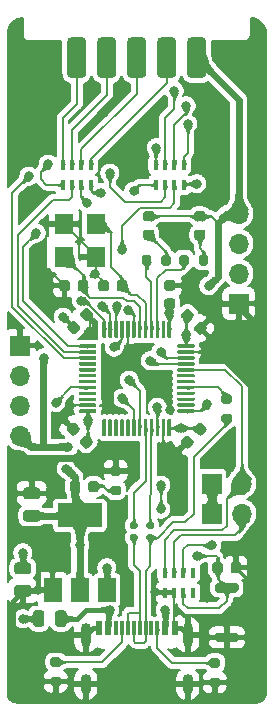
<source format=gtl>
%TF.GenerationSoftware,KiCad,Pcbnew,(5.1.12)-1*%
%TF.CreationDate,2021-12-13T16:15:40+08:00*%
%TF.ProjectId,PCB_EK-Link_Lite,5043425f-454b-42d4-9c69-6e6b5f4c6974,rev?*%
%TF.SameCoordinates,Original*%
%TF.FileFunction,Copper,L1,Top*%
%TF.FilePolarity,Positive*%
%FSLAX46Y46*%
G04 Gerber Fmt 4.6, Leading zero omitted, Abs format (unit mm)*
G04 Created by KiCad (PCBNEW (5.1.12)-1) date 2021-12-13 16:15:40*
%MOMM*%
%LPD*%
G01*
G04 APERTURE LIST*
%TA.AperFunction,SMDPad,CuDef*%
%ADD10R,1.540000X1.800000*%
%TD*%
%TA.AperFunction,SMDPad,CuDef*%
%ADD11R,1.500000X2.000000*%
%TD*%
%TA.AperFunction,SMDPad,CuDef*%
%ADD12R,3.800000X2.000000*%
%TD*%
%TA.AperFunction,SMDPad,CuDef*%
%ADD13R,0.400000X0.900000*%
%TD*%
%TA.AperFunction,ComponentPad*%
%ADD14O,1.700000X1.700000*%
%TD*%
%TA.AperFunction,ComponentPad*%
%ADD15R,1.700000X1.700000*%
%TD*%
%TA.AperFunction,SMDPad,CuDef*%
%ADD16R,0.600000X1.160000*%
%TD*%
%TA.AperFunction,SMDPad,CuDef*%
%ADD17R,0.300000X1.160000*%
%TD*%
%TA.AperFunction,ComponentPad*%
%ADD18O,0.900000X1.700000*%
%TD*%
%TA.AperFunction,ComponentPad*%
%ADD19O,0.900000X2.000000*%
%TD*%
%TA.AperFunction,ViaPad*%
%ADD20C,0.800000*%
%TD*%
%TA.AperFunction,Conductor*%
%ADD21C,0.457200*%
%TD*%
%TA.AperFunction,Conductor*%
%ADD22C,0.203200*%
%TD*%
%TA.AperFunction,Conductor*%
%ADD23C,0.254000*%
%TD*%
%TA.AperFunction,Conductor*%
%ADD24C,0.609600*%
%TD*%
%TA.AperFunction,Conductor*%
%ADD25C,0.355600*%
%TD*%
%TA.AperFunction,Conductor*%
%ADD26C,0.100000*%
%TD*%
%TA.AperFunction,Conductor*%
%ADD27C,0.025400*%
%TD*%
G04 APERTURE END LIST*
%TO.P,F1,2*%
%TO.N,Net-(F1-Pad2)*%
%TA.AperFunction,SMDPad,CuDef*%
G36*
G01*
X69284000Y-98754250D02*
X69284000Y-97841750D01*
G75*
G02*
X69527750Y-97598000I243750J0D01*
G01*
X70015250Y-97598000D01*
G75*
G02*
X70259000Y-97841750I0J-243750D01*
G01*
X70259000Y-98754250D01*
G75*
G02*
X70015250Y-98998000I-243750J0D01*
G01*
X69527750Y-98998000D01*
G75*
G02*
X69284000Y-98754250I0J243750D01*
G01*
G37*
%TD.AperFunction*%
%TO.P,F1,1*%
%TO.N,+5V*%
%TA.AperFunction,SMDPad,CuDef*%
G36*
G01*
X67409000Y-98754250D02*
X67409000Y-97841750D01*
G75*
G02*
X67652750Y-97598000I243750J0D01*
G01*
X68140250Y-97598000D01*
G75*
G02*
X68384000Y-97841750I0J-243750D01*
G01*
X68384000Y-98754250D01*
G75*
G02*
X68140250Y-98998000I-243750J0D01*
G01*
X67652750Y-98998000D01*
G75*
G02*
X67409000Y-98754250I0J243750D01*
G01*
G37*
%TD.AperFunction*%
%TD*%
D10*
%TO.P,Y1,4*%
%TO.N,GND*%
X70034000Y-64894000D03*
%TO.P,Y1,3*%
%TO.N,Net-(C4-Pad2)*%
X72714000Y-64894000D03*
%TO.P,Y1,2*%
%TO.N,GND*%
X72714000Y-67694000D03*
%TO.P,Y1,1*%
%TO.N,Net-(C5-Pad2)*%
X70034000Y-67694000D03*
%TD*%
%TO.P,U2,48*%
%TO.N,+3V3*%
%TA.AperFunction,SMDPad,CuDef*%
G36*
G01*
X79700000Y-75078000D02*
X81025000Y-75078000D01*
G75*
G02*
X81100000Y-75153000I0J-75000D01*
G01*
X81100000Y-75303000D01*
G75*
G02*
X81025000Y-75378000I-75000J0D01*
G01*
X79700000Y-75378000D01*
G75*
G02*
X79625000Y-75303000I0J75000D01*
G01*
X79625000Y-75153000D01*
G75*
G02*
X79700000Y-75078000I75000J0D01*
G01*
G37*
%TD.AperFunction*%
%TO.P,U2,47*%
%TO.N,GND*%
%TA.AperFunction,SMDPad,CuDef*%
G36*
G01*
X79700000Y-75578000D02*
X81025000Y-75578000D01*
G75*
G02*
X81100000Y-75653000I0J-75000D01*
G01*
X81100000Y-75803000D01*
G75*
G02*
X81025000Y-75878000I-75000J0D01*
G01*
X79700000Y-75878000D01*
G75*
G02*
X79625000Y-75803000I0J75000D01*
G01*
X79625000Y-75653000D01*
G75*
G02*
X79700000Y-75578000I75000J0D01*
G01*
G37*
%TD.AperFunction*%
%TO.P,U2,46*%
%TO.N,/LINK_TDI*%
%TA.AperFunction,SMDPad,CuDef*%
G36*
G01*
X79700000Y-76078000D02*
X81025000Y-76078000D01*
G75*
G02*
X81100000Y-76153000I0J-75000D01*
G01*
X81100000Y-76303000D01*
G75*
G02*
X81025000Y-76378000I-75000J0D01*
G01*
X79700000Y-76378000D01*
G75*
G02*
X79625000Y-76303000I0J75000D01*
G01*
X79625000Y-76153000D01*
G75*
G02*
X79700000Y-76078000I75000J0D01*
G01*
G37*
%TD.AperFunction*%
%TO.P,U2,45*%
%TO.N,/LINK_nRST*%
%TA.AperFunction,SMDPad,CuDef*%
G36*
G01*
X79700000Y-76578000D02*
X81025000Y-76578000D01*
G75*
G02*
X81100000Y-76653000I0J-75000D01*
G01*
X81100000Y-76803000D01*
G75*
G02*
X81025000Y-76878000I-75000J0D01*
G01*
X79700000Y-76878000D01*
G75*
G02*
X79625000Y-76803000I0J75000D01*
G01*
X79625000Y-76653000D01*
G75*
G02*
X79700000Y-76578000I75000J0D01*
G01*
G37*
%TD.AperFunction*%
%TO.P,U2,44*%
%TO.N,/BOOT0*%
%TA.AperFunction,SMDPad,CuDef*%
G36*
G01*
X79700000Y-77078000D02*
X81025000Y-77078000D01*
G75*
G02*
X81100000Y-77153000I0J-75000D01*
G01*
X81100000Y-77303000D01*
G75*
G02*
X81025000Y-77378000I-75000J0D01*
G01*
X79700000Y-77378000D01*
G75*
G02*
X79625000Y-77303000I0J75000D01*
G01*
X79625000Y-77153000D01*
G75*
G02*
X79700000Y-77078000I75000J0D01*
G01*
G37*
%TD.AperFunction*%
%TO.P,U2,43*%
%TO.N,/PB7*%
%TA.AperFunction,SMDPad,CuDef*%
G36*
G01*
X79700000Y-77578000D02*
X81025000Y-77578000D01*
G75*
G02*
X81100000Y-77653000I0J-75000D01*
G01*
X81100000Y-77803000D01*
G75*
G02*
X81025000Y-77878000I-75000J0D01*
G01*
X79700000Y-77878000D01*
G75*
G02*
X79625000Y-77803000I0J75000D01*
G01*
X79625000Y-77653000D01*
G75*
G02*
X79700000Y-77578000I75000J0D01*
G01*
G37*
%TD.AperFunction*%
%TO.P,U2,42*%
%TO.N,/PB6*%
%TA.AperFunction,SMDPad,CuDef*%
G36*
G01*
X79700000Y-78078000D02*
X81025000Y-78078000D01*
G75*
G02*
X81100000Y-78153000I0J-75000D01*
G01*
X81100000Y-78303000D01*
G75*
G02*
X81025000Y-78378000I-75000J0D01*
G01*
X79700000Y-78378000D01*
G75*
G02*
X79625000Y-78303000I0J75000D01*
G01*
X79625000Y-78153000D01*
G75*
G02*
X79700000Y-78078000I75000J0D01*
G01*
G37*
%TD.AperFunction*%
%TO.P,U2,41*%
%TO.N,/PB5*%
%TA.AperFunction,SMDPad,CuDef*%
G36*
G01*
X79700000Y-78578000D02*
X81025000Y-78578000D01*
G75*
G02*
X81100000Y-78653000I0J-75000D01*
G01*
X81100000Y-78803000D01*
G75*
G02*
X81025000Y-78878000I-75000J0D01*
G01*
X79700000Y-78878000D01*
G75*
G02*
X79625000Y-78803000I0J75000D01*
G01*
X79625000Y-78653000D01*
G75*
G02*
X79700000Y-78578000I75000J0D01*
G01*
G37*
%TD.AperFunction*%
%TO.P,U2,40*%
%TO.N,/PB4*%
%TA.AperFunction,SMDPad,CuDef*%
G36*
G01*
X79700000Y-79078000D02*
X81025000Y-79078000D01*
G75*
G02*
X81100000Y-79153000I0J-75000D01*
G01*
X81100000Y-79303000D01*
G75*
G02*
X81025000Y-79378000I-75000J0D01*
G01*
X79700000Y-79378000D01*
G75*
G02*
X79625000Y-79303000I0J75000D01*
G01*
X79625000Y-79153000D01*
G75*
G02*
X79700000Y-79078000I75000J0D01*
G01*
G37*
%TD.AperFunction*%
%TO.P,U2,39*%
%TO.N,/PB3*%
%TA.AperFunction,SMDPad,CuDef*%
G36*
G01*
X79700000Y-79578000D02*
X81025000Y-79578000D01*
G75*
G02*
X81100000Y-79653000I0J-75000D01*
G01*
X81100000Y-79803000D01*
G75*
G02*
X81025000Y-79878000I-75000J0D01*
G01*
X79700000Y-79878000D01*
G75*
G02*
X79625000Y-79803000I0J75000D01*
G01*
X79625000Y-79653000D01*
G75*
G02*
X79700000Y-79578000I75000J0D01*
G01*
G37*
%TD.AperFunction*%
%TO.P,U2,38*%
%TO.N,/PA15*%
%TA.AperFunction,SMDPad,CuDef*%
G36*
G01*
X79700000Y-80078000D02*
X81025000Y-80078000D01*
G75*
G02*
X81100000Y-80153000I0J-75000D01*
G01*
X81100000Y-80303000D01*
G75*
G02*
X81025000Y-80378000I-75000J0D01*
G01*
X79700000Y-80378000D01*
G75*
G02*
X79625000Y-80303000I0J75000D01*
G01*
X79625000Y-80153000D01*
G75*
G02*
X79700000Y-80078000I75000J0D01*
G01*
G37*
%TD.AperFunction*%
%TO.P,U2,37*%
%TO.N,/SWCLK*%
%TA.AperFunction,SMDPad,CuDef*%
G36*
G01*
X79700000Y-80578000D02*
X81025000Y-80578000D01*
G75*
G02*
X81100000Y-80653000I0J-75000D01*
G01*
X81100000Y-80803000D01*
G75*
G02*
X81025000Y-80878000I-75000J0D01*
G01*
X79700000Y-80878000D01*
G75*
G02*
X79625000Y-80803000I0J75000D01*
G01*
X79625000Y-80653000D01*
G75*
G02*
X79700000Y-80578000I75000J0D01*
G01*
G37*
%TD.AperFunction*%
%TO.P,U2,36*%
%TO.N,+3V3*%
%TA.AperFunction,SMDPad,CuDef*%
G36*
G01*
X78875000Y-81403000D02*
X79025000Y-81403000D01*
G75*
G02*
X79100000Y-81478000I0J-75000D01*
G01*
X79100000Y-82803000D01*
G75*
G02*
X79025000Y-82878000I-75000J0D01*
G01*
X78875000Y-82878000D01*
G75*
G02*
X78800000Y-82803000I0J75000D01*
G01*
X78800000Y-81478000D01*
G75*
G02*
X78875000Y-81403000I75000J0D01*
G01*
G37*
%TD.AperFunction*%
%TO.P,U2,35*%
%TO.N,GND*%
%TA.AperFunction,SMDPad,CuDef*%
G36*
G01*
X78375000Y-81403000D02*
X78525000Y-81403000D01*
G75*
G02*
X78600000Y-81478000I0J-75000D01*
G01*
X78600000Y-82803000D01*
G75*
G02*
X78525000Y-82878000I-75000J0D01*
G01*
X78375000Y-82878000D01*
G75*
G02*
X78300000Y-82803000I0J75000D01*
G01*
X78300000Y-81478000D01*
G75*
G02*
X78375000Y-81403000I75000J0D01*
G01*
G37*
%TD.AperFunction*%
%TO.P,U2,34*%
%TO.N,/SWDIO*%
%TA.AperFunction,SMDPad,CuDef*%
G36*
G01*
X77875000Y-81403000D02*
X78025000Y-81403000D01*
G75*
G02*
X78100000Y-81478000I0J-75000D01*
G01*
X78100000Y-82803000D01*
G75*
G02*
X78025000Y-82878000I-75000J0D01*
G01*
X77875000Y-82878000D01*
G75*
G02*
X77800000Y-82803000I0J75000D01*
G01*
X77800000Y-81478000D01*
G75*
G02*
X77875000Y-81403000I75000J0D01*
G01*
G37*
%TD.AperFunction*%
%TO.P,U2,33*%
%TO.N,/USB_D+*%
%TA.AperFunction,SMDPad,CuDef*%
G36*
G01*
X77375000Y-81403000D02*
X77525000Y-81403000D01*
G75*
G02*
X77600000Y-81478000I0J-75000D01*
G01*
X77600000Y-82803000D01*
G75*
G02*
X77525000Y-82878000I-75000J0D01*
G01*
X77375000Y-82878000D01*
G75*
G02*
X77300000Y-82803000I0J75000D01*
G01*
X77300000Y-81478000D01*
G75*
G02*
X77375000Y-81403000I75000J0D01*
G01*
G37*
%TD.AperFunction*%
%TO.P,U2,32*%
%TO.N,/USB_D-*%
%TA.AperFunction,SMDPad,CuDef*%
G36*
G01*
X76875000Y-81403000D02*
X77025000Y-81403000D01*
G75*
G02*
X77100000Y-81478000I0J-75000D01*
G01*
X77100000Y-82803000D01*
G75*
G02*
X77025000Y-82878000I-75000J0D01*
G01*
X76875000Y-82878000D01*
G75*
G02*
X76800000Y-82803000I0J75000D01*
G01*
X76800000Y-81478000D01*
G75*
G02*
X76875000Y-81403000I75000J0D01*
G01*
G37*
%TD.AperFunction*%
%TO.P,U2,31*%
%TO.N,/UART1_RX*%
%TA.AperFunction,SMDPad,CuDef*%
G36*
G01*
X76375000Y-81403000D02*
X76525000Y-81403000D01*
G75*
G02*
X76600000Y-81478000I0J-75000D01*
G01*
X76600000Y-82803000D01*
G75*
G02*
X76525000Y-82878000I-75000J0D01*
G01*
X76375000Y-82878000D01*
G75*
G02*
X76300000Y-82803000I0J75000D01*
G01*
X76300000Y-81478000D01*
G75*
G02*
X76375000Y-81403000I75000J0D01*
G01*
G37*
%TD.AperFunction*%
%TO.P,U2,30*%
%TO.N,/UART1_TX*%
%TA.AperFunction,SMDPad,CuDef*%
G36*
G01*
X75875000Y-81403000D02*
X76025000Y-81403000D01*
G75*
G02*
X76100000Y-81478000I0J-75000D01*
G01*
X76100000Y-82803000D01*
G75*
G02*
X76025000Y-82878000I-75000J0D01*
G01*
X75875000Y-82878000D01*
G75*
G02*
X75800000Y-82803000I0J75000D01*
G01*
X75800000Y-81478000D01*
G75*
G02*
X75875000Y-81403000I75000J0D01*
G01*
G37*
%TD.AperFunction*%
%TO.P,U2,29*%
%TO.N,/PA8*%
%TA.AperFunction,SMDPad,CuDef*%
G36*
G01*
X75375000Y-81403000D02*
X75525000Y-81403000D01*
G75*
G02*
X75600000Y-81478000I0J-75000D01*
G01*
X75600000Y-82803000D01*
G75*
G02*
X75525000Y-82878000I-75000J0D01*
G01*
X75375000Y-82878000D01*
G75*
G02*
X75300000Y-82803000I0J75000D01*
G01*
X75300000Y-81478000D01*
G75*
G02*
X75375000Y-81403000I75000J0D01*
G01*
G37*
%TD.AperFunction*%
%TO.P,U2,28*%
%TO.N,/PB15*%
%TA.AperFunction,SMDPad,CuDef*%
G36*
G01*
X74875000Y-81403000D02*
X75025000Y-81403000D01*
G75*
G02*
X75100000Y-81478000I0J-75000D01*
G01*
X75100000Y-82803000D01*
G75*
G02*
X75025000Y-82878000I-75000J0D01*
G01*
X74875000Y-82878000D01*
G75*
G02*
X74800000Y-82803000I0J75000D01*
G01*
X74800000Y-81478000D01*
G75*
G02*
X74875000Y-81403000I75000J0D01*
G01*
G37*
%TD.AperFunction*%
%TO.P,U2,27*%
%TO.N,/PB14*%
%TA.AperFunction,SMDPad,CuDef*%
G36*
G01*
X74375000Y-81403000D02*
X74525000Y-81403000D01*
G75*
G02*
X74600000Y-81478000I0J-75000D01*
G01*
X74600000Y-82803000D01*
G75*
G02*
X74525000Y-82878000I-75000J0D01*
G01*
X74375000Y-82878000D01*
G75*
G02*
X74300000Y-82803000I0J75000D01*
G01*
X74300000Y-81478000D01*
G75*
G02*
X74375000Y-81403000I75000J0D01*
G01*
G37*
%TD.AperFunction*%
%TO.P,U2,26*%
%TO.N,/PB13*%
%TA.AperFunction,SMDPad,CuDef*%
G36*
G01*
X73875000Y-81403000D02*
X74025000Y-81403000D01*
G75*
G02*
X74100000Y-81478000I0J-75000D01*
G01*
X74100000Y-82803000D01*
G75*
G02*
X74025000Y-82878000I-75000J0D01*
G01*
X73875000Y-82878000D01*
G75*
G02*
X73800000Y-82803000I0J75000D01*
G01*
X73800000Y-81478000D01*
G75*
G02*
X73875000Y-81403000I75000J0D01*
G01*
G37*
%TD.AperFunction*%
%TO.P,U2,25*%
%TO.N,/PB12*%
%TA.AperFunction,SMDPad,CuDef*%
G36*
G01*
X73375000Y-81403000D02*
X73525000Y-81403000D01*
G75*
G02*
X73600000Y-81478000I0J-75000D01*
G01*
X73600000Y-82803000D01*
G75*
G02*
X73525000Y-82878000I-75000J0D01*
G01*
X73375000Y-82878000D01*
G75*
G02*
X73300000Y-82803000I0J75000D01*
G01*
X73300000Y-81478000D01*
G75*
G02*
X73375000Y-81403000I75000J0D01*
G01*
G37*
%TD.AperFunction*%
%TO.P,U2,24*%
%TO.N,+3V3*%
%TA.AperFunction,SMDPad,CuDef*%
G36*
G01*
X71375000Y-80578000D02*
X72700000Y-80578000D01*
G75*
G02*
X72775000Y-80653000I0J-75000D01*
G01*
X72775000Y-80803000D01*
G75*
G02*
X72700000Y-80878000I-75000J0D01*
G01*
X71375000Y-80878000D01*
G75*
G02*
X71300000Y-80803000I0J75000D01*
G01*
X71300000Y-80653000D01*
G75*
G02*
X71375000Y-80578000I75000J0D01*
G01*
G37*
%TD.AperFunction*%
%TO.P,U2,23*%
%TO.N,GND*%
%TA.AperFunction,SMDPad,CuDef*%
G36*
G01*
X71375000Y-80078000D02*
X72700000Y-80078000D01*
G75*
G02*
X72775000Y-80153000I0J-75000D01*
G01*
X72775000Y-80303000D01*
G75*
G02*
X72700000Y-80378000I-75000J0D01*
G01*
X71375000Y-80378000D01*
G75*
G02*
X71300000Y-80303000I0J75000D01*
G01*
X71300000Y-80153000D01*
G75*
G02*
X71375000Y-80078000I75000J0D01*
G01*
G37*
%TD.AperFunction*%
%TO.P,U2,22*%
%TO.N,/PB11*%
%TA.AperFunction,SMDPad,CuDef*%
G36*
G01*
X71375000Y-79578000D02*
X72700000Y-79578000D01*
G75*
G02*
X72775000Y-79653000I0J-75000D01*
G01*
X72775000Y-79803000D01*
G75*
G02*
X72700000Y-79878000I-75000J0D01*
G01*
X71375000Y-79878000D01*
G75*
G02*
X71300000Y-79803000I0J75000D01*
G01*
X71300000Y-79653000D01*
G75*
G02*
X71375000Y-79578000I75000J0D01*
G01*
G37*
%TD.AperFunction*%
%TO.P,U2,21*%
%TO.N,/PB10*%
%TA.AperFunction,SMDPad,CuDef*%
G36*
G01*
X71375000Y-79078000D02*
X72700000Y-79078000D01*
G75*
G02*
X72775000Y-79153000I0J-75000D01*
G01*
X72775000Y-79303000D01*
G75*
G02*
X72700000Y-79378000I-75000J0D01*
G01*
X71375000Y-79378000D01*
G75*
G02*
X71300000Y-79303000I0J75000D01*
G01*
X71300000Y-79153000D01*
G75*
G02*
X71375000Y-79078000I75000J0D01*
G01*
G37*
%TD.AperFunction*%
%TO.P,U2,20*%
%TO.N,/BOOT1*%
%TA.AperFunction,SMDPad,CuDef*%
G36*
G01*
X71375000Y-78578000D02*
X72700000Y-78578000D01*
G75*
G02*
X72775000Y-78653000I0J-75000D01*
G01*
X72775000Y-78803000D01*
G75*
G02*
X72700000Y-78878000I-75000J0D01*
G01*
X71375000Y-78878000D01*
G75*
G02*
X71300000Y-78803000I0J75000D01*
G01*
X71300000Y-78653000D01*
G75*
G02*
X71375000Y-78578000I75000J0D01*
G01*
G37*
%TD.AperFunction*%
%TO.P,U2,19*%
%TO.N,/PB1*%
%TA.AperFunction,SMDPad,CuDef*%
G36*
G01*
X71375000Y-78078000D02*
X72700000Y-78078000D01*
G75*
G02*
X72775000Y-78153000I0J-75000D01*
G01*
X72775000Y-78303000D01*
G75*
G02*
X72700000Y-78378000I-75000J0D01*
G01*
X71375000Y-78378000D01*
G75*
G02*
X71300000Y-78303000I0J75000D01*
G01*
X71300000Y-78153000D01*
G75*
G02*
X71375000Y-78078000I75000J0D01*
G01*
G37*
%TD.AperFunction*%
%TO.P,U2,18*%
%TO.N,/PB0*%
%TA.AperFunction,SMDPad,CuDef*%
G36*
G01*
X71375000Y-77578000D02*
X72700000Y-77578000D01*
G75*
G02*
X72775000Y-77653000I0J-75000D01*
G01*
X72775000Y-77803000D01*
G75*
G02*
X72700000Y-77878000I-75000J0D01*
G01*
X71375000Y-77878000D01*
G75*
G02*
X71300000Y-77803000I0J75000D01*
G01*
X71300000Y-77653000D01*
G75*
G02*
X71375000Y-77578000I75000J0D01*
G01*
G37*
%TD.AperFunction*%
%TO.P,U2,17*%
%TO.N,/PA7*%
%TA.AperFunction,SMDPad,CuDef*%
G36*
G01*
X71375000Y-77078000D02*
X72700000Y-77078000D01*
G75*
G02*
X72775000Y-77153000I0J-75000D01*
G01*
X72775000Y-77303000D01*
G75*
G02*
X72700000Y-77378000I-75000J0D01*
G01*
X71375000Y-77378000D01*
G75*
G02*
X71300000Y-77303000I0J75000D01*
G01*
X71300000Y-77153000D01*
G75*
G02*
X71375000Y-77078000I75000J0D01*
G01*
G37*
%TD.AperFunction*%
%TO.P,U2,16*%
%TO.N,/PA6*%
%TA.AperFunction,SMDPad,CuDef*%
G36*
G01*
X71375000Y-76578000D02*
X72700000Y-76578000D01*
G75*
G02*
X72775000Y-76653000I0J-75000D01*
G01*
X72775000Y-76803000D01*
G75*
G02*
X72700000Y-76878000I-75000J0D01*
G01*
X71375000Y-76878000D01*
G75*
G02*
X71300000Y-76803000I0J75000D01*
G01*
X71300000Y-76653000D01*
G75*
G02*
X71375000Y-76578000I75000J0D01*
G01*
G37*
%TD.AperFunction*%
%TO.P,U2,15*%
%TO.N,/LINK_TMS*%
%TA.AperFunction,SMDPad,CuDef*%
G36*
G01*
X71375000Y-76078000D02*
X72700000Y-76078000D01*
G75*
G02*
X72775000Y-76153000I0J-75000D01*
G01*
X72775000Y-76303000D01*
G75*
G02*
X72700000Y-76378000I-75000J0D01*
G01*
X71375000Y-76378000D01*
G75*
G02*
X71300000Y-76303000I0J75000D01*
G01*
X71300000Y-76153000D01*
G75*
G02*
X71375000Y-76078000I75000J0D01*
G01*
G37*
%TD.AperFunction*%
%TO.P,U2,14*%
%TO.N,/LINK_TDO*%
%TA.AperFunction,SMDPad,CuDef*%
G36*
G01*
X71375000Y-75578000D02*
X72700000Y-75578000D01*
G75*
G02*
X72775000Y-75653000I0J-75000D01*
G01*
X72775000Y-75803000D01*
G75*
G02*
X72700000Y-75878000I-75000J0D01*
G01*
X71375000Y-75878000D01*
G75*
G02*
X71300000Y-75803000I0J75000D01*
G01*
X71300000Y-75653000D01*
G75*
G02*
X71375000Y-75578000I75000J0D01*
G01*
G37*
%TD.AperFunction*%
%TO.P,U2,13*%
%TO.N,/LINK_RXD*%
%TA.AperFunction,SMDPad,CuDef*%
G36*
G01*
X71375000Y-75078000D02*
X72700000Y-75078000D01*
G75*
G02*
X72775000Y-75153000I0J-75000D01*
G01*
X72775000Y-75303000D01*
G75*
G02*
X72700000Y-75378000I-75000J0D01*
G01*
X71375000Y-75378000D01*
G75*
G02*
X71300000Y-75303000I0J75000D01*
G01*
X71300000Y-75153000D01*
G75*
G02*
X71375000Y-75078000I75000J0D01*
G01*
G37*
%TD.AperFunction*%
%TO.P,U2,12*%
%TO.N,/LINK_TXD*%
%TA.AperFunction,SMDPad,CuDef*%
G36*
G01*
X73375000Y-73078000D02*
X73525000Y-73078000D01*
G75*
G02*
X73600000Y-73153000I0J-75000D01*
G01*
X73600000Y-74478000D01*
G75*
G02*
X73525000Y-74553000I-75000J0D01*
G01*
X73375000Y-74553000D01*
G75*
G02*
X73300000Y-74478000I0J75000D01*
G01*
X73300000Y-73153000D01*
G75*
G02*
X73375000Y-73078000I75000J0D01*
G01*
G37*
%TD.AperFunction*%
%TO.P,U2,11*%
%TO.N,/LINK_TCK*%
%TA.AperFunction,SMDPad,CuDef*%
G36*
G01*
X73875000Y-73078000D02*
X74025000Y-73078000D01*
G75*
G02*
X74100000Y-73153000I0J-75000D01*
G01*
X74100000Y-74478000D01*
G75*
G02*
X74025000Y-74553000I-75000J0D01*
G01*
X73875000Y-74553000D01*
G75*
G02*
X73800000Y-74478000I0J75000D01*
G01*
X73800000Y-73153000D01*
G75*
G02*
X73875000Y-73078000I75000J0D01*
G01*
G37*
%TD.AperFunction*%
%TO.P,U2,10*%
%TO.N,/LINK_TRST*%
%TA.AperFunction,SMDPad,CuDef*%
G36*
G01*
X74375000Y-73078000D02*
X74525000Y-73078000D01*
G75*
G02*
X74600000Y-73153000I0J-75000D01*
G01*
X74600000Y-74478000D01*
G75*
G02*
X74525000Y-74553000I-75000J0D01*
G01*
X74375000Y-74553000D01*
G75*
G02*
X74300000Y-74478000I0J75000D01*
G01*
X74300000Y-73153000D01*
G75*
G02*
X74375000Y-73078000I75000J0D01*
G01*
G37*
%TD.AperFunction*%
%TO.P,U2,9*%
%TO.N,+3V3*%
%TA.AperFunction,SMDPad,CuDef*%
G36*
G01*
X74875000Y-73078000D02*
X75025000Y-73078000D01*
G75*
G02*
X75100000Y-73153000I0J-75000D01*
G01*
X75100000Y-74478000D01*
G75*
G02*
X75025000Y-74553000I-75000J0D01*
G01*
X74875000Y-74553000D01*
G75*
G02*
X74800000Y-74478000I0J75000D01*
G01*
X74800000Y-73153000D01*
G75*
G02*
X74875000Y-73078000I75000J0D01*
G01*
G37*
%TD.AperFunction*%
%TO.P,U2,8*%
%TO.N,GND*%
%TA.AperFunction,SMDPad,CuDef*%
G36*
G01*
X75375000Y-73078000D02*
X75525000Y-73078000D01*
G75*
G02*
X75600000Y-73153000I0J-75000D01*
G01*
X75600000Y-74478000D01*
G75*
G02*
X75525000Y-74553000I-75000J0D01*
G01*
X75375000Y-74553000D01*
G75*
G02*
X75300000Y-74478000I0J75000D01*
G01*
X75300000Y-73153000D01*
G75*
G02*
X75375000Y-73078000I75000J0D01*
G01*
G37*
%TD.AperFunction*%
%TO.P,U2,7*%
%TO.N,/NRST*%
%TA.AperFunction,SMDPad,CuDef*%
G36*
G01*
X75875000Y-73078000D02*
X76025000Y-73078000D01*
G75*
G02*
X76100000Y-73153000I0J-75000D01*
G01*
X76100000Y-74478000D01*
G75*
G02*
X76025000Y-74553000I-75000J0D01*
G01*
X75875000Y-74553000D01*
G75*
G02*
X75800000Y-74478000I0J75000D01*
G01*
X75800000Y-73153000D01*
G75*
G02*
X75875000Y-73078000I75000J0D01*
G01*
G37*
%TD.AperFunction*%
%TO.P,U2,6*%
%TO.N,Net-(C5-Pad2)*%
%TA.AperFunction,SMDPad,CuDef*%
G36*
G01*
X76375000Y-73078000D02*
X76525000Y-73078000D01*
G75*
G02*
X76600000Y-73153000I0J-75000D01*
G01*
X76600000Y-74478000D01*
G75*
G02*
X76525000Y-74553000I-75000J0D01*
G01*
X76375000Y-74553000D01*
G75*
G02*
X76300000Y-74478000I0J75000D01*
G01*
X76300000Y-73153000D01*
G75*
G02*
X76375000Y-73078000I75000J0D01*
G01*
G37*
%TD.AperFunction*%
%TO.P,U2,5*%
%TO.N,Net-(C4-Pad2)*%
%TA.AperFunction,SMDPad,CuDef*%
G36*
G01*
X76875000Y-73078000D02*
X77025000Y-73078000D01*
G75*
G02*
X77100000Y-73153000I0J-75000D01*
G01*
X77100000Y-74478000D01*
G75*
G02*
X77025000Y-74553000I-75000J0D01*
G01*
X76875000Y-74553000D01*
G75*
G02*
X76800000Y-74478000I0J75000D01*
G01*
X76800000Y-73153000D01*
G75*
G02*
X76875000Y-73078000I75000J0D01*
G01*
G37*
%TD.AperFunction*%
%TO.P,U2,4*%
%TO.N,/PC15*%
%TA.AperFunction,SMDPad,CuDef*%
G36*
G01*
X77375000Y-73078000D02*
X77525000Y-73078000D01*
G75*
G02*
X77600000Y-73153000I0J-75000D01*
G01*
X77600000Y-74478000D01*
G75*
G02*
X77525000Y-74553000I-75000J0D01*
G01*
X77375000Y-74553000D01*
G75*
G02*
X77300000Y-74478000I0J75000D01*
G01*
X77300000Y-73153000D01*
G75*
G02*
X77375000Y-73078000I75000J0D01*
G01*
G37*
%TD.AperFunction*%
%TO.P,U2,3*%
%TO.N,/PC14*%
%TA.AperFunction,SMDPad,CuDef*%
G36*
G01*
X77875000Y-73078000D02*
X78025000Y-73078000D01*
G75*
G02*
X78100000Y-73153000I0J-75000D01*
G01*
X78100000Y-74478000D01*
G75*
G02*
X78025000Y-74553000I-75000J0D01*
G01*
X77875000Y-74553000D01*
G75*
G02*
X77800000Y-74478000I0J75000D01*
G01*
X77800000Y-73153000D01*
G75*
G02*
X77875000Y-73078000I75000J0D01*
G01*
G37*
%TD.AperFunction*%
%TO.P,U2,2*%
%TO.N,/PC13*%
%TA.AperFunction,SMDPad,CuDef*%
G36*
G01*
X78375000Y-73078000D02*
X78525000Y-73078000D01*
G75*
G02*
X78600000Y-73153000I0J-75000D01*
G01*
X78600000Y-74478000D01*
G75*
G02*
X78525000Y-74553000I-75000J0D01*
G01*
X78375000Y-74553000D01*
G75*
G02*
X78300000Y-74478000I0J75000D01*
G01*
X78300000Y-73153000D01*
G75*
G02*
X78375000Y-73078000I75000J0D01*
G01*
G37*
%TD.AperFunction*%
%TO.P,U2,1*%
%TO.N,+3V3*%
%TA.AperFunction,SMDPad,CuDef*%
G36*
G01*
X78875000Y-73078000D02*
X79025000Y-73078000D01*
G75*
G02*
X79100000Y-73153000I0J-75000D01*
G01*
X79100000Y-74478000D01*
G75*
G02*
X79025000Y-74553000I-75000J0D01*
G01*
X78875000Y-74553000D01*
G75*
G02*
X78800000Y-74478000I0J75000D01*
G01*
X78800000Y-73153000D01*
G75*
G02*
X78875000Y-73078000I75000J0D01*
G01*
G37*
%TD.AperFunction*%
%TD*%
D11*
%TO.P,U1,1*%
%TO.N,GND*%
X69074000Y-95860000D03*
%TO.P,U1,3*%
%TO.N,+5V*%
X73674000Y-95860000D03*
%TO.P,U1,2*%
%TO.N,+3V3*%
X71374000Y-95860000D03*
D12*
X71374000Y-89560000D03*
%TD*%
%TO.P,SW1,1*%
%TO.N,/NRST*%
%TA.AperFunction,SMDPad,CuDef*%
G36*
G01*
X83020000Y-95290000D02*
X84620000Y-95290000D01*
G75*
G02*
X84820000Y-95490000I0J-200000D01*
G01*
X84820000Y-95890000D01*
G75*
G02*
X84620000Y-96090000I-200000J0D01*
G01*
X83020000Y-96090000D01*
G75*
G02*
X82820000Y-95890000I0J200000D01*
G01*
X82820000Y-95490000D01*
G75*
G02*
X83020000Y-95290000I200000J0D01*
G01*
G37*
%TD.AperFunction*%
%TO.P,SW1,2*%
%TO.N,GND*%
%TA.AperFunction,SMDPad,CuDef*%
G36*
G01*
X83020000Y-99490000D02*
X84620000Y-99490000D01*
G75*
G02*
X84820000Y-99690000I0J-200000D01*
G01*
X84820000Y-100090000D01*
G75*
G02*
X84620000Y-100290000I-200000J0D01*
G01*
X83020000Y-100290000D01*
G75*
G02*
X82820000Y-100090000I0J200000D01*
G01*
X82820000Y-99690000D01*
G75*
G02*
X83020000Y-99490000I200000J0D01*
G01*
G37*
%TD.AperFunction*%
%TD*%
D13*
%TO.P,RN3,5*%
%TO.N,Net-(RN3-Pad5)*%
X80956000Y-94400000D03*
%TO.P,RN3,6*%
%TO.N,+3V3*%
X80156000Y-94400000D03*
%TO.P,RN3,7*%
%TO.N,/BOOT1*%
X79356000Y-94400000D03*
%TO.P,RN3,8*%
%TO.N,/BOOT0*%
X78556000Y-94400000D03*
%TO.P,RN3,4*%
%TO.N,Net-(RN3-Pad4)*%
X80956000Y-96100000D03*
%TO.P,RN3,1*%
%TO.N,GND*%
X78556000Y-96100000D03*
%TO.P,RN3,3*%
%TO.N,/NRST*%
X80156000Y-96100000D03*
%TO.P,RN3,2*%
%TO.N,GND*%
X79356000Y-96100000D03*
%TD*%
%TO.P,RN2,5*%
%TO.N,/LINK_TRST*%
X77794000Y-61556000D03*
%TO.P,RN2,6*%
%TO.N,/LINK_TMS*%
X78594000Y-61556000D03*
%TO.P,RN2,7*%
%TO.N,/LINK_TXD*%
X79394000Y-61556000D03*
%TO.P,RN2,8*%
%TO.N,/LINK_RXD*%
X80194000Y-61556000D03*
%TO.P,RN2,4*%
%TO.N,Net-(J3-Pad10)*%
X77794000Y-59856000D03*
%TO.P,RN2,1*%
%TO.N,Net-(J3-Pad4)*%
X80194000Y-59856000D03*
%TO.P,RN2,3*%
%TO.N,Net-(J3-Pad8)*%
X78594000Y-59856000D03*
%TO.P,RN2,2*%
%TO.N,Net-(J3-Pad6)*%
X79394000Y-59856000D03*
%TD*%
%TO.P,RN1,5*%
%TO.N,Net-(J3-Pad7)*%
X72320000Y-59856000D03*
%TO.P,RN1,6*%
%TO.N,Net-(J3-Pad5)*%
X71520000Y-59856000D03*
%TO.P,RN1,7*%
%TO.N,Net-(J3-Pad3)*%
X70720000Y-59856000D03*
%TO.P,RN1,8*%
%TO.N,Net-(J3-Pad1)*%
X69920000Y-59856000D03*
%TO.P,RN1,4*%
%TO.N,/LINK_nRST*%
X72320000Y-61556000D03*
%TO.P,RN1,1*%
%TO.N,/LINK_TDI*%
X69920000Y-61556000D03*
%TO.P,RN1,3*%
%TO.N,/LINK_TCK*%
X71520000Y-61556000D03*
%TO.P,RN1,2*%
%TO.N,/LINK_TDO*%
X70720000Y-61556000D03*
%TD*%
%TO.P,R8,2*%
%TO.N,Net-(D3-Pad1)*%
%TA.AperFunction,SMDPad,CuDef*%
G36*
G01*
X78276000Y-68220000D02*
X78276000Y-67670000D01*
G75*
G02*
X78476000Y-67470000I200000J0D01*
G01*
X78876000Y-67470000D01*
G75*
G02*
X79076000Y-67670000I0J-200000D01*
G01*
X79076000Y-68220000D01*
G75*
G02*
X78876000Y-68420000I-200000J0D01*
G01*
X78476000Y-68420000D01*
G75*
G02*
X78276000Y-68220000I0J200000D01*
G01*
G37*
%TD.AperFunction*%
%TO.P,R8,1*%
%TO.N,/PC15*%
%TA.AperFunction,SMDPad,CuDef*%
G36*
G01*
X76626000Y-68220000D02*
X76626000Y-67670000D01*
G75*
G02*
X76826000Y-67470000I200000J0D01*
G01*
X77226000Y-67470000D01*
G75*
G02*
X77426000Y-67670000I0J-200000D01*
G01*
X77426000Y-68220000D01*
G75*
G02*
X77226000Y-68420000I-200000J0D01*
G01*
X76826000Y-68420000D01*
G75*
G02*
X76626000Y-68220000I0J200000D01*
G01*
G37*
%TD.AperFunction*%
%TD*%
%TO.P,R7,2*%
%TO.N,Net-(D2-Pad1)*%
%TA.AperFunction,SMDPad,CuDef*%
G36*
G01*
X81451000Y-68220000D02*
X81451000Y-67670000D01*
G75*
G02*
X81651000Y-67470000I200000J0D01*
G01*
X82051000Y-67470000D01*
G75*
G02*
X82251000Y-67670000I0J-200000D01*
G01*
X82251000Y-68220000D01*
G75*
G02*
X82051000Y-68420000I-200000J0D01*
G01*
X81651000Y-68420000D01*
G75*
G02*
X81451000Y-68220000I0J200000D01*
G01*
G37*
%TD.AperFunction*%
%TO.P,R7,1*%
%TO.N,/PC14*%
%TA.AperFunction,SMDPad,CuDef*%
G36*
G01*
X79801000Y-68220000D02*
X79801000Y-67670000D01*
G75*
G02*
X80001000Y-67470000I200000J0D01*
G01*
X80401000Y-67470000D01*
G75*
G02*
X80601000Y-67670000I0J-200000D01*
G01*
X80601000Y-68220000D01*
G75*
G02*
X80401000Y-68420000I-200000J0D01*
G01*
X80001000Y-68420000D01*
G75*
G02*
X79801000Y-68220000I0J200000D01*
G01*
G37*
%TD.AperFunction*%
%TD*%
%TO.P,R6,2*%
%TO.N,GND*%
%TA.AperFunction,SMDPad,CuDef*%
G36*
G01*
X74697000Y-86189000D02*
X74147000Y-86189000D01*
G75*
G02*
X73947000Y-85989000I0J200000D01*
G01*
X73947000Y-85589000D01*
G75*
G02*
X74147000Y-85389000I200000J0D01*
G01*
X74697000Y-85389000D01*
G75*
G02*
X74897000Y-85589000I0J-200000D01*
G01*
X74897000Y-85989000D01*
G75*
G02*
X74697000Y-86189000I-200000J0D01*
G01*
G37*
%TD.AperFunction*%
%TO.P,R6,1*%
%TO.N,Net-(D1-Pad1)*%
%TA.AperFunction,SMDPad,CuDef*%
G36*
G01*
X74697000Y-87839000D02*
X74147000Y-87839000D01*
G75*
G02*
X73947000Y-87639000I0J200000D01*
G01*
X73947000Y-87239000D01*
G75*
G02*
X74147000Y-87039000I200000J0D01*
G01*
X74697000Y-87039000D01*
G75*
G02*
X74897000Y-87239000I0J-200000D01*
G01*
X74897000Y-87639000D01*
G75*
G02*
X74697000Y-87839000I-200000J0D01*
G01*
G37*
%TD.AperFunction*%
%TD*%
%TO.P,R5,2*%
%TO.N,Net-(J1-PadA6)*%
%TA.AperFunction,SMDPad,CuDef*%
G36*
G01*
X83545000Y-80943000D02*
X84095000Y-80943000D01*
G75*
G02*
X84295000Y-81143000I0J-200000D01*
G01*
X84295000Y-81543000D01*
G75*
G02*
X84095000Y-81743000I-200000J0D01*
G01*
X83545000Y-81743000D01*
G75*
G02*
X83345000Y-81543000I0J200000D01*
G01*
X83345000Y-81143000D01*
G75*
G02*
X83545000Y-80943000I200000J0D01*
G01*
G37*
%TD.AperFunction*%
%TO.P,R5,1*%
%TO.N,/PB5*%
%TA.AperFunction,SMDPad,CuDef*%
G36*
G01*
X83545000Y-79293000D02*
X84095000Y-79293000D01*
G75*
G02*
X84295000Y-79493000I0J-200000D01*
G01*
X84295000Y-79893000D01*
G75*
G02*
X84095000Y-80093000I-200000J0D01*
G01*
X83545000Y-80093000D01*
G75*
G02*
X83345000Y-79893000I0J200000D01*
G01*
X83345000Y-79493000D01*
G75*
G02*
X83545000Y-79293000I200000J0D01*
G01*
G37*
%TD.AperFunction*%
%TD*%
%TO.P,R4,2*%
%TO.N,Net-(J1-PadA6)*%
%TA.AperFunction,SMDPad,CuDef*%
G36*
G01*
X77158000Y-91172000D02*
X77528000Y-91172000D01*
G75*
G02*
X77663000Y-91307000I0J-135000D01*
G01*
X77663000Y-91577000D01*
G75*
G02*
X77528000Y-91712000I-135000J0D01*
G01*
X77158000Y-91712000D01*
G75*
G02*
X77023000Y-91577000I0J135000D01*
G01*
X77023000Y-91307000D01*
G75*
G02*
X77158000Y-91172000I135000J0D01*
G01*
G37*
%TD.AperFunction*%
%TO.P,R4,1*%
%TO.N,/USB_D+*%
%TA.AperFunction,SMDPad,CuDef*%
G36*
G01*
X77158000Y-90152000D02*
X77528000Y-90152000D01*
G75*
G02*
X77663000Y-90287000I0J-135000D01*
G01*
X77663000Y-90557000D01*
G75*
G02*
X77528000Y-90692000I-135000J0D01*
G01*
X77158000Y-90692000D01*
G75*
G02*
X77023000Y-90557000I0J135000D01*
G01*
X77023000Y-90287000D01*
G75*
G02*
X77158000Y-90152000I135000J0D01*
G01*
G37*
%TD.AperFunction*%
%TD*%
%TO.P,R3,2*%
%TO.N,Net-(J1-PadA7)*%
%TA.AperFunction,SMDPad,CuDef*%
G36*
G01*
X75761000Y-91172000D02*
X76131000Y-91172000D01*
G75*
G02*
X76266000Y-91307000I0J-135000D01*
G01*
X76266000Y-91577000D01*
G75*
G02*
X76131000Y-91712000I-135000J0D01*
G01*
X75761000Y-91712000D01*
G75*
G02*
X75626000Y-91577000I0J135000D01*
G01*
X75626000Y-91307000D01*
G75*
G02*
X75761000Y-91172000I135000J0D01*
G01*
G37*
%TD.AperFunction*%
%TO.P,R3,1*%
%TO.N,/USB_D-*%
%TA.AperFunction,SMDPad,CuDef*%
G36*
G01*
X75761000Y-90152000D02*
X76131000Y-90152000D01*
G75*
G02*
X76266000Y-90287000I0J-135000D01*
G01*
X76266000Y-90557000D01*
G75*
G02*
X76131000Y-90692000I-135000J0D01*
G01*
X75761000Y-90692000D01*
G75*
G02*
X75626000Y-90557000I0J135000D01*
G01*
X75626000Y-90287000D01*
G75*
G02*
X75761000Y-90152000I135000J0D01*
G01*
G37*
%TD.AperFunction*%
%TD*%
%TO.P,R2,2*%
%TO.N,GND*%
%TA.AperFunction,SMDPad,CuDef*%
G36*
G01*
X69067000Y-103232000D02*
X69617000Y-103232000D01*
G75*
G02*
X69817000Y-103432000I0J-200000D01*
G01*
X69817000Y-103832000D01*
G75*
G02*
X69617000Y-104032000I-200000J0D01*
G01*
X69067000Y-104032000D01*
G75*
G02*
X68867000Y-103832000I0J200000D01*
G01*
X68867000Y-103432000D01*
G75*
G02*
X69067000Y-103232000I200000J0D01*
G01*
G37*
%TD.AperFunction*%
%TO.P,R2,1*%
%TO.N,Net-(J1-PadA5)*%
%TA.AperFunction,SMDPad,CuDef*%
G36*
G01*
X69067000Y-101582000D02*
X69617000Y-101582000D01*
G75*
G02*
X69817000Y-101782000I0J-200000D01*
G01*
X69817000Y-102182000D01*
G75*
G02*
X69617000Y-102382000I-200000J0D01*
G01*
X69067000Y-102382000D01*
G75*
G02*
X68867000Y-102182000I0J200000D01*
G01*
X68867000Y-101782000D01*
G75*
G02*
X69067000Y-101582000I200000J0D01*
G01*
G37*
%TD.AperFunction*%
%TD*%
%TO.P,R1,2*%
%TO.N,GND*%
%TA.AperFunction,SMDPad,CuDef*%
G36*
G01*
X82529000Y-103295000D02*
X83079000Y-103295000D01*
G75*
G02*
X83279000Y-103495000I0J-200000D01*
G01*
X83279000Y-103895000D01*
G75*
G02*
X83079000Y-104095000I-200000J0D01*
G01*
X82529000Y-104095000D01*
G75*
G02*
X82329000Y-103895000I0J200000D01*
G01*
X82329000Y-103495000D01*
G75*
G02*
X82529000Y-103295000I200000J0D01*
G01*
G37*
%TD.AperFunction*%
%TO.P,R1,1*%
%TO.N,Net-(J1-PadB5)*%
%TA.AperFunction,SMDPad,CuDef*%
G36*
G01*
X82529000Y-101645000D02*
X83079000Y-101645000D01*
G75*
G02*
X83279000Y-101845000I0J-200000D01*
G01*
X83279000Y-102245000D01*
G75*
G02*
X83079000Y-102445000I-200000J0D01*
G01*
X82529000Y-102445000D01*
G75*
G02*
X82329000Y-102245000I0J200000D01*
G01*
X82329000Y-101845000D01*
G75*
G02*
X82529000Y-101645000I200000J0D01*
G01*
G37*
%TD.AperFunction*%
%TD*%
D14*
%TO.P,J6,2*%
%TO.N,/BOOT1*%
X85090000Y-89408000D03*
D15*
%TO.P,J6,1*%
%TO.N,+3V3*%
X82550000Y-89408000D03*
%TD*%
D14*
%TO.P,J5,2*%
%TO.N,/BOOT0*%
X85090000Y-86868000D03*
D15*
%TO.P,J5,1*%
%TO.N,+3V3*%
X82550000Y-86868000D03*
%TD*%
D14*
%TO.P,J4,4*%
%TO.N,+3V3*%
X84836000Y-64008000D03*
%TO.P,J4,3*%
%TO.N,/SWDIO*%
X84836000Y-66548000D03*
%TO.P,J4,2*%
%TO.N,/SWCLK*%
X84836000Y-69088000D03*
D15*
%TO.P,J4,1*%
%TO.N,GND*%
X84836000Y-71628000D03*
%TD*%
%TO.P,J3,3*%
%TO.N,Net-(J3-Pad3)*%
%TA.AperFunction,SMDPad,CuDef*%
G36*
G01*
X72840000Y-52140000D02*
X72840000Y-49460000D01*
G75*
G02*
X73250000Y-49050000I410000J0D01*
G01*
X74070000Y-49050000D01*
G75*
G02*
X74480000Y-49460000I0J-410000D01*
G01*
X74480000Y-52140000D01*
G75*
G02*
X74070000Y-52550000I-410000J0D01*
G01*
X73250000Y-52550000D01*
G75*
G02*
X72840000Y-52140000I0J410000D01*
G01*
G37*
%TD.AperFunction*%
%TO.P,J3,5*%
%TO.N,Net-(J3-Pad5)*%
%TA.AperFunction,SMDPad,CuDef*%
G36*
G01*
X75380000Y-52140000D02*
X75380000Y-49460000D01*
G75*
G02*
X75790000Y-49050000I410000J0D01*
G01*
X76610000Y-49050000D01*
G75*
G02*
X77020000Y-49460000I0J-410000D01*
G01*
X77020000Y-52140000D01*
G75*
G02*
X76610000Y-52550000I-410000J0D01*
G01*
X75790000Y-52550000D01*
G75*
G02*
X75380000Y-52140000I0J410000D01*
G01*
G37*
%TD.AperFunction*%
%TO.P,J3,7*%
%TO.N,Net-(J3-Pad7)*%
%TA.AperFunction,SMDPad,CuDef*%
G36*
G01*
X77920000Y-52140000D02*
X77920000Y-49460000D01*
G75*
G02*
X78330000Y-49050000I410000J0D01*
G01*
X79150000Y-49050000D01*
G75*
G02*
X79560000Y-49460000I0J-410000D01*
G01*
X79560000Y-52140000D01*
G75*
G02*
X79150000Y-52550000I-410000J0D01*
G01*
X78330000Y-52550000D01*
G75*
G02*
X77920000Y-52140000I0J410000D01*
G01*
G37*
%TD.AperFunction*%
%TO.P,J3,9*%
%TO.N,+3V3*%
%TA.AperFunction,SMDPad,CuDef*%
G36*
G01*
X80460000Y-52140000D02*
X80460000Y-49460000D01*
G75*
G02*
X80870000Y-49050000I410000J0D01*
G01*
X81690000Y-49050000D01*
G75*
G02*
X82100000Y-49460000I0J-410000D01*
G01*
X82100000Y-52140000D01*
G75*
G02*
X81690000Y-52550000I-410000J0D01*
G01*
X80870000Y-52550000D01*
G75*
G02*
X80460000Y-52140000I0J410000D01*
G01*
G37*
%TD.AperFunction*%
%TO.P,J3,1*%
%TO.N,Net-(J3-Pad1)*%
%TA.AperFunction,SMDPad,CuDef*%
G36*
G01*
X70300000Y-52140000D02*
X70300000Y-49460000D01*
G75*
G02*
X70710000Y-49050000I410000J0D01*
G01*
X71530000Y-49050000D01*
G75*
G02*
X71940000Y-49460000I0J-410000D01*
G01*
X71940000Y-52140000D01*
G75*
G02*
X71530000Y-52550000I-410000J0D01*
G01*
X70710000Y-52550000D01*
G75*
G02*
X70300000Y-52140000I0J410000D01*
G01*
G37*
%TD.AperFunction*%
%TD*%
D14*
%TO.P,J2,4*%
%TO.N,+3V3*%
X66294000Y-82804000D03*
%TO.P,J2,3*%
%TO.N,/UART1_TX*%
X66294000Y-80264000D03*
%TO.P,J2,2*%
%TO.N,/UART1_RX*%
X66294000Y-77724000D03*
D15*
%TO.P,J2,1*%
%TO.N,GND*%
X66294000Y-75184000D03*
%TD*%
D16*
%TO.P,J1,A12*%
%TO.N,GND*%
X79400000Y-99090000D03*
%TO.P,J1,A9*%
%TO.N,Net-(F1-Pad2)*%
X78600000Y-99090000D03*
%TO.P,J1,B1*%
%TO.N,GND*%
X79400000Y-99090000D03*
%TO.P,J1,B4*%
%TO.N,Net-(F1-Pad2)*%
X78600000Y-99090000D03*
%TO.P,J1,B12*%
%TO.N,GND*%
X73000000Y-99090000D03*
%TO.P,J1,A1*%
X73000000Y-99090000D03*
%TO.P,J1,B9*%
%TO.N,Net-(F1-Pad2)*%
X73800000Y-99090000D03*
%TO.P,J1,A4*%
X73800000Y-99090000D03*
D17*
%TO.P,J1,B5*%
%TO.N,Net-(J1-PadB5)*%
X77950000Y-99090000D03*
%TO.P,J1,B6*%
%TO.N,Net-(J1-PadA6)*%
X76950000Y-99090000D03*
%TO.P,J1,A8*%
%TO.N,Net-(J1-PadA8)*%
X77450000Y-99090000D03*
%TO.P,J1,A5*%
%TO.N,Net-(J1-PadA5)*%
X74950000Y-99090000D03*
%TO.P,J1,B8*%
%TO.N,Net-(J1-PadB8)*%
X74450000Y-99090000D03*
%TO.P,J1,A7*%
%TO.N,Net-(J1-PadA7)*%
X76450000Y-99090000D03*
%TO.P,J1,A6*%
%TO.N,Net-(J1-PadA6)*%
X75950000Y-99090000D03*
%TO.P,J1,B7*%
%TO.N,Net-(J1-PadA7)*%
X75450000Y-99090000D03*
D18*
%TO.P,J1,S1*%
%TO.N,GND*%
X80520000Y-103840000D03*
X71880000Y-103840000D03*
D19*
X80520000Y-99670000D03*
X71880000Y-99670000D03*
%TD*%
%TO.P,D3,2*%
%TO.N,+3V3*%
%TA.AperFunction,SMDPad,CuDef*%
G36*
G01*
X77472250Y-64674000D02*
X76959750Y-64674000D01*
G75*
G02*
X76741000Y-64455250I0J218750D01*
G01*
X76741000Y-64017750D01*
G75*
G02*
X76959750Y-63799000I218750J0D01*
G01*
X77472250Y-63799000D01*
G75*
G02*
X77691000Y-64017750I0J-218750D01*
G01*
X77691000Y-64455250D01*
G75*
G02*
X77472250Y-64674000I-218750J0D01*
G01*
G37*
%TD.AperFunction*%
%TO.P,D3,1*%
%TO.N,Net-(D3-Pad1)*%
%TA.AperFunction,SMDPad,CuDef*%
G36*
G01*
X77472250Y-66249000D02*
X76959750Y-66249000D01*
G75*
G02*
X76741000Y-66030250I0J218750D01*
G01*
X76741000Y-65592750D01*
G75*
G02*
X76959750Y-65374000I218750J0D01*
G01*
X77472250Y-65374000D01*
G75*
G02*
X77691000Y-65592750I0J-218750D01*
G01*
X77691000Y-66030250D01*
G75*
G02*
X77472250Y-66249000I-218750J0D01*
G01*
G37*
%TD.AperFunction*%
%TD*%
%TO.P,D2,2*%
%TO.N,+3V3*%
%TA.AperFunction,SMDPad,CuDef*%
G36*
G01*
X81790250Y-64674000D02*
X81277750Y-64674000D01*
G75*
G02*
X81059000Y-64455250I0J218750D01*
G01*
X81059000Y-64017750D01*
G75*
G02*
X81277750Y-63799000I218750J0D01*
G01*
X81790250Y-63799000D01*
G75*
G02*
X82009000Y-64017750I0J-218750D01*
G01*
X82009000Y-64455250D01*
G75*
G02*
X81790250Y-64674000I-218750J0D01*
G01*
G37*
%TD.AperFunction*%
%TO.P,D2,1*%
%TO.N,Net-(D2-Pad1)*%
%TA.AperFunction,SMDPad,CuDef*%
G36*
G01*
X81790250Y-66249000D02*
X81277750Y-66249000D01*
G75*
G02*
X81059000Y-66030250I0J218750D01*
G01*
X81059000Y-65592750D01*
G75*
G02*
X81277750Y-65374000I218750J0D01*
G01*
X81790250Y-65374000D01*
G75*
G02*
X82009000Y-65592750I0J-218750D01*
G01*
X82009000Y-66030250D01*
G75*
G02*
X81790250Y-66249000I-218750J0D01*
G01*
G37*
%TD.AperFunction*%
%TD*%
%TO.P,D1,2*%
%TO.N,+3V3*%
%TA.AperFunction,SMDPad,CuDef*%
G36*
G01*
X71405000Y-86865750D02*
X71405000Y-87378250D01*
G75*
G02*
X71186250Y-87597000I-218750J0D01*
G01*
X70748750Y-87597000D01*
G75*
G02*
X70530000Y-87378250I0J218750D01*
G01*
X70530000Y-86865750D01*
G75*
G02*
X70748750Y-86647000I218750J0D01*
G01*
X71186250Y-86647000D01*
G75*
G02*
X71405000Y-86865750I0J-218750D01*
G01*
G37*
%TD.AperFunction*%
%TO.P,D1,1*%
%TO.N,Net-(D1-Pad1)*%
%TA.AperFunction,SMDPad,CuDef*%
G36*
G01*
X72980000Y-86865750D02*
X72980000Y-87378250D01*
G75*
G02*
X72761250Y-87597000I-218750J0D01*
G01*
X72323750Y-87597000D01*
G75*
G02*
X72105000Y-87378250I0J218750D01*
G01*
X72105000Y-86865750D01*
G75*
G02*
X72323750Y-86647000I218750J0D01*
G01*
X72761250Y-86647000D01*
G75*
G02*
X72980000Y-86865750I0J-218750D01*
G01*
G37*
%TD.AperFunction*%
%TD*%
%TO.P,C10,2*%
%TO.N,GND*%
%TA.AperFunction,SMDPad,CuDef*%
G36*
G01*
X81079033Y-73571587D02*
X81432587Y-73218033D01*
G75*
G02*
X81750785Y-73218033I159099J-159099D01*
G01*
X82068983Y-73536231D01*
G75*
G02*
X82068983Y-73854429I-159099J-159099D01*
G01*
X81715429Y-74207983D01*
G75*
G02*
X81397231Y-74207983I-159099J159099D01*
G01*
X81079033Y-73889785D01*
G75*
G02*
X81079033Y-73571587I159099J159099D01*
G01*
G37*
%TD.AperFunction*%
%TO.P,C10,1*%
%TO.N,+3V3*%
%TA.AperFunction,SMDPad,CuDef*%
G36*
G01*
X79983017Y-72475571D02*
X80336571Y-72122017D01*
G75*
G02*
X80654769Y-72122017I159099J-159099D01*
G01*
X80972967Y-72440215D01*
G75*
G02*
X80972967Y-72758413I-159099J-159099D01*
G01*
X80619413Y-73111967D01*
G75*
G02*
X80301215Y-73111967I-159099J159099D01*
G01*
X79983017Y-72793769D01*
G75*
G02*
X79983017Y-72475571I159099J159099D01*
G01*
G37*
%TD.AperFunction*%
%TD*%
%TO.P,C9,2*%
%TO.N,GND*%
%TA.AperFunction,SMDPad,CuDef*%
G36*
G01*
X80619413Y-82857033D02*
X80972967Y-83210587D01*
G75*
G02*
X80972967Y-83528785I-159099J-159099D01*
G01*
X80654769Y-83846983D01*
G75*
G02*
X80336571Y-83846983I-159099J159099D01*
G01*
X79983017Y-83493429D01*
G75*
G02*
X79983017Y-83175231I159099J159099D01*
G01*
X80301215Y-82857033D01*
G75*
G02*
X80619413Y-82857033I159099J-159099D01*
G01*
G37*
%TD.AperFunction*%
%TO.P,C9,1*%
%TO.N,+3V3*%
%TA.AperFunction,SMDPad,CuDef*%
G36*
G01*
X81715429Y-81761017D02*
X82068983Y-82114571D01*
G75*
G02*
X82068983Y-82432769I-159099J-159099D01*
G01*
X81750785Y-82750967D01*
G75*
G02*
X81432587Y-82750967I-159099J159099D01*
G01*
X81079033Y-82397413D01*
G75*
G02*
X81079033Y-82079215I159099J159099D01*
G01*
X81397231Y-81761017D01*
G75*
G02*
X81715429Y-81761017I159099J-159099D01*
G01*
G37*
%TD.AperFunction*%
%TD*%
%TO.P,C8,2*%
%TO.N,GND*%
%TA.AperFunction,SMDPad,CuDef*%
G36*
G01*
X71320967Y-82397413D02*
X70967413Y-82750967D01*
G75*
G02*
X70649215Y-82750967I-159099J159099D01*
G01*
X70331017Y-82432769D01*
G75*
G02*
X70331017Y-82114571I159099J159099D01*
G01*
X70684571Y-81761017D01*
G75*
G02*
X71002769Y-81761017I159099J-159099D01*
G01*
X71320967Y-82079215D01*
G75*
G02*
X71320967Y-82397413I-159099J-159099D01*
G01*
G37*
%TD.AperFunction*%
%TO.P,C8,1*%
%TO.N,+3V3*%
%TA.AperFunction,SMDPad,CuDef*%
G36*
G01*
X72416983Y-83493429D02*
X72063429Y-83846983D01*
G75*
G02*
X71745231Y-83846983I-159099J159099D01*
G01*
X71427033Y-83528785D01*
G75*
G02*
X71427033Y-83210587I159099J159099D01*
G01*
X71780587Y-82857033D01*
G75*
G02*
X72098785Y-82857033I159099J-159099D01*
G01*
X72416983Y-83175231D01*
G75*
G02*
X72416983Y-83493429I-159099J-159099D01*
G01*
G37*
%TD.AperFunction*%
%TD*%
%TO.P,C7,2*%
%TO.N,GND*%
%TA.AperFunction,SMDPad,CuDef*%
G36*
G01*
X71820595Y-73058959D02*
X71467041Y-72705405D01*
G75*
G02*
X71467041Y-72387207I159099J159099D01*
G01*
X71785239Y-72069009D01*
G75*
G02*
X72103437Y-72069009I159099J-159099D01*
G01*
X72456991Y-72422563D01*
G75*
G02*
X72456991Y-72740761I-159099J-159099D01*
G01*
X72138793Y-73058959D01*
G75*
G02*
X71820595Y-73058959I-159099J159099D01*
G01*
G37*
%TD.AperFunction*%
%TO.P,C7,1*%
%TO.N,+3V3*%
%TA.AperFunction,SMDPad,CuDef*%
G36*
G01*
X70724579Y-74154975D02*
X70371025Y-73801421D01*
G75*
G02*
X70371025Y-73483223I159099J159099D01*
G01*
X70689223Y-73165025D01*
G75*
G02*
X71007421Y-73165025I159099J-159099D01*
G01*
X71360975Y-73518579D01*
G75*
G02*
X71360975Y-73836777I-159099J-159099D01*
G01*
X71042777Y-74154975D01*
G75*
G02*
X70724579Y-74154975I-159099J159099D01*
G01*
G37*
%TD.AperFunction*%
%TD*%
%TO.P,C6,2*%
%TO.N,GND*%
%TA.AperFunction,SMDPad,CuDef*%
G36*
G01*
X79244000Y-70541000D02*
X78744000Y-70541000D01*
G75*
G02*
X78519000Y-70316000I0J225000D01*
G01*
X78519000Y-69866000D01*
G75*
G02*
X78744000Y-69641000I225000J0D01*
G01*
X79244000Y-69641000D01*
G75*
G02*
X79469000Y-69866000I0J-225000D01*
G01*
X79469000Y-70316000D01*
G75*
G02*
X79244000Y-70541000I-225000J0D01*
G01*
G37*
%TD.AperFunction*%
%TO.P,C6,1*%
%TO.N,+3V3*%
%TA.AperFunction,SMDPad,CuDef*%
G36*
G01*
X79244000Y-72091000D02*
X78744000Y-72091000D01*
G75*
G02*
X78519000Y-71866000I0J225000D01*
G01*
X78519000Y-71416000D01*
G75*
G02*
X78744000Y-71191000I225000J0D01*
G01*
X79244000Y-71191000D01*
G75*
G02*
X79469000Y-71416000I0J-225000D01*
G01*
X79469000Y-71866000D01*
G75*
G02*
X79244000Y-72091000I-225000J0D01*
G01*
G37*
%TD.AperFunction*%
%TD*%
%TO.P,C5,2*%
%TO.N,Net-(C5-Pad2)*%
%TA.AperFunction,SMDPad,CuDef*%
G36*
G01*
X71191000Y-70354000D02*
X71191000Y-69854000D01*
G75*
G02*
X71416000Y-69629000I225000J0D01*
G01*
X71866000Y-69629000D01*
G75*
G02*
X72091000Y-69854000I0J-225000D01*
G01*
X72091000Y-70354000D01*
G75*
G02*
X71866000Y-70579000I-225000J0D01*
G01*
X71416000Y-70579000D01*
G75*
G02*
X71191000Y-70354000I0J225000D01*
G01*
G37*
%TD.AperFunction*%
%TO.P,C5,1*%
%TO.N,GND*%
%TA.AperFunction,SMDPad,CuDef*%
G36*
G01*
X69641000Y-70354000D02*
X69641000Y-69854000D01*
G75*
G02*
X69866000Y-69629000I225000J0D01*
G01*
X70316000Y-69629000D01*
G75*
G02*
X70541000Y-69854000I0J-225000D01*
G01*
X70541000Y-70354000D01*
G75*
G02*
X70316000Y-70579000I-225000J0D01*
G01*
X69866000Y-70579000D01*
G75*
G02*
X69641000Y-70354000I0J225000D01*
G01*
G37*
%TD.AperFunction*%
%TD*%
%TO.P,C4,2*%
%TO.N,Net-(C4-Pad2)*%
%TA.AperFunction,SMDPad,CuDef*%
G36*
G01*
X74493000Y-70354000D02*
X74493000Y-69854000D01*
G75*
G02*
X74718000Y-69629000I225000J0D01*
G01*
X75168000Y-69629000D01*
G75*
G02*
X75393000Y-69854000I0J-225000D01*
G01*
X75393000Y-70354000D01*
G75*
G02*
X75168000Y-70579000I-225000J0D01*
G01*
X74718000Y-70579000D01*
G75*
G02*
X74493000Y-70354000I0J225000D01*
G01*
G37*
%TD.AperFunction*%
%TO.P,C4,1*%
%TO.N,GND*%
%TA.AperFunction,SMDPad,CuDef*%
G36*
G01*
X72943000Y-70354000D02*
X72943000Y-69854000D01*
G75*
G02*
X73168000Y-69629000I225000J0D01*
G01*
X73618000Y-69629000D01*
G75*
G02*
X73843000Y-69854000I0J-225000D01*
G01*
X73843000Y-70354000D01*
G75*
G02*
X73618000Y-70579000I-225000J0D01*
G01*
X73168000Y-70579000D01*
G75*
G02*
X72943000Y-70354000I0J225000D01*
G01*
G37*
%TD.AperFunction*%
%TD*%
%TO.P,C3,2*%
%TO.N,GND*%
%TA.AperFunction,SMDPad,CuDef*%
G36*
G01*
X84145000Y-94230000D02*
X84145000Y-93730000D01*
G75*
G02*
X84370000Y-93505000I225000J0D01*
G01*
X84820000Y-93505000D01*
G75*
G02*
X85045000Y-93730000I0J-225000D01*
G01*
X85045000Y-94230000D01*
G75*
G02*
X84820000Y-94455000I-225000J0D01*
G01*
X84370000Y-94455000D01*
G75*
G02*
X84145000Y-94230000I0J225000D01*
G01*
G37*
%TD.AperFunction*%
%TO.P,C3,1*%
%TO.N,/NRST*%
%TA.AperFunction,SMDPad,CuDef*%
G36*
G01*
X82595000Y-94230000D02*
X82595000Y-93730000D01*
G75*
G02*
X82820000Y-93505000I225000J0D01*
G01*
X83270000Y-93505000D01*
G75*
G02*
X83495000Y-93730000I0J-225000D01*
G01*
X83495000Y-94230000D01*
G75*
G02*
X83270000Y-94455000I-225000J0D01*
G01*
X82820000Y-94455000D01*
G75*
G02*
X82595000Y-94230000I0J225000D01*
G01*
G37*
%TD.AperFunction*%
%TD*%
%TO.P,C2,2*%
%TO.N,GND*%
%TA.AperFunction,SMDPad,CuDef*%
G36*
G01*
X67785000Y-88196000D02*
X66835000Y-88196000D01*
G75*
G02*
X66585000Y-87946000I0J250000D01*
G01*
X66585000Y-87446000D01*
G75*
G02*
X66835000Y-87196000I250000J0D01*
G01*
X67785000Y-87196000D01*
G75*
G02*
X68035000Y-87446000I0J-250000D01*
G01*
X68035000Y-87946000D01*
G75*
G02*
X67785000Y-88196000I-250000J0D01*
G01*
G37*
%TD.AperFunction*%
%TO.P,C2,1*%
%TO.N,+3V3*%
%TA.AperFunction,SMDPad,CuDef*%
G36*
G01*
X67785000Y-90096000D02*
X66835000Y-90096000D01*
G75*
G02*
X66585000Y-89846000I0J250000D01*
G01*
X66585000Y-89346000D01*
G75*
G02*
X66835000Y-89096000I250000J0D01*
G01*
X67785000Y-89096000D01*
G75*
G02*
X68035000Y-89346000I0J-250000D01*
G01*
X68035000Y-89846000D01*
G75*
G02*
X67785000Y-90096000I-250000J0D01*
G01*
G37*
%TD.AperFunction*%
%TD*%
%TO.P,C1,2*%
%TO.N,GND*%
%TA.AperFunction,SMDPad,CuDef*%
G36*
G01*
X66073000Y-95446000D02*
X67023000Y-95446000D01*
G75*
G02*
X67273000Y-95696000I0J-250000D01*
G01*
X67273000Y-96196000D01*
G75*
G02*
X67023000Y-96446000I-250000J0D01*
G01*
X66073000Y-96446000D01*
G75*
G02*
X65823000Y-96196000I0J250000D01*
G01*
X65823000Y-95696000D01*
G75*
G02*
X66073000Y-95446000I250000J0D01*
G01*
G37*
%TD.AperFunction*%
%TO.P,C1,1*%
%TO.N,+5V*%
%TA.AperFunction,SMDPad,CuDef*%
G36*
G01*
X66073000Y-93546000D02*
X67023000Y-93546000D01*
G75*
G02*
X67273000Y-93796000I0J-250000D01*
G01*
X67273000Y-94296000D01*
G75*
G02*
X67023000Y-94546000I-250000J0D01*
G01*
X66073000Y-94546000D01*
G75*
G02*
X65823000Y-94296000I0J250000D01*
G01*
X65823000Y-93796000D01*
G75*
G02*
X66073000Y-93546000I250000J0D01*
G01*
G37*
%TD.AperFunction*%
%TD*%
D20*
%TO.N,GND*%
X79629000Y-66548000D03*
X67818000Y-95885000D03*
X67310000Y-85979000D03*
X73025000Y-85471000D03*
X86360000Y-95250000D03*
X78740000Y-83820000D03*
X75565000Y-75692000D03*
X72263000Y-73914000D03*
X72644000Y-69088000D03*
X68580000Y-69088000D03*
X82042000Y-75311000D03*
X70548500Y-80327500D03*
X86550500Y-85344000D03*
X73914000Y-80264000D03*
X77470000Y-78740000D03*
X78994000Y-80645000D03*
X74549000Y-76708000D03*
X86106000Y-57404000D03*
X83629500Y-57404000D03*
X68453000Y-57404000D03*
X66929000Y-57404000D03*
X83820000Y-50927000D03*
X66929000Y-50927000D03*
X86106000Y-50927000D03*
X68453000Y-50927000D03*
X76200000Y-58928000D03*
X72136000Y-53975000D03*
X73406000Y-55499000D03*
X68580000Y-71247000D03*
X84836000Y-74549000D03*
X83693000Y-83947000D03*
X74422000Y-89789000D03*
X66040000Y-91186000D03*
X69088000Y-92964000D03*
X76200000Y-103124000D03*
X75184000Y-103124000D03*
X77216000Y-103124000D03*
X77216000Y-104140000D03*
X76200000Y-104140000D03*
X75184000Y-104140000D03*
X85344000Y-103124000D03*
X67056000Y-103124000D03*
X86360000Y-100076000D03*
X66294000Y-100076000D03*
X67056000Y-62992000D03*
X75438000Y-96012000D03*
X77724000Y-96012000D03*
X79629000Y-84328000D03*
X79629000Y-86614000D03*
X79629000Y-88839600D03*
X82169000Y-96520000D03*
X83629500Y-62420500D03*
X86106000Y-62420500D03*
X86550500Y-80118001D03*
X65659000Y-73279000D03*
%TO.N,+5V*%
X66548000Y-98298000D03*
X73660000Y-93980000D03*
X66548000Y-92710000D03*
%TO.N,Net-(F1-Pad2)*%
X78613000Y-97536000D03*
X73914000Y-97536000D03*
%TO.N,+3V3*%
X79911500Y-82140500D03*
X74295000Y-75311000D03*
X69977000Y-72771000D03*
X80362500Y-74323500D03*
X78950000Y-72434000D03*
X72037500Y-81505500D03*
X71374000Y-92075000D03*
X70231000Y-85598000D03*
X82550000Y-92075000D03*
X70421500Y-83756500D03*
X68326000Y-76200000D03*
X82296000Y-70104000D03*
%TO.N,/NRST*%
X75438000Y-72136000D03*
X81280000Y-92964000D03*
X78232000Y-89027000D03*
X78232000Y-86995000D03*
%TO.N,/LINK_TRST*%
X74488708Y-71821600D03*
X75946000Y-62103000D03*
%TO.N,/LINK_TCK*%
X73279000Y-71821600D03*
X72009000Y-63119000D03*
%TO.N,/LINK_TXD*%
X71505791Y-71369209D03*
X74930000Y-67056000D03*
%TO.N,/LINK_RXD*%
X67691000Y-65659000D03*
X81280000Y-61468000D03*
%TO.N,/LINK_TMS*%
X67056000Y-60833000D03*
X73914000Y-60579000D03*
%TO.N,Net-(J3-Pad4)*%
X80518000Y-56388000D03*
%TO.N,Net-(J3-Pad6)*%
X80391000Y-54864000D03*
%TO.N,Net-(J3-Pad8)*%
X79375000Y-53594000D03*
%TO.N,Net-(J3-Pad10)*%
X77851000Y-58420000D03*
%TO.N,/UART1_TX*%
X74930000Y-79629000D03*
%TO.N,/UART1_RX*%
X75565000Y-78105000D03*
%TO.N,/LINK_nRST*%
X77343000Y-76454000D03*
X73152000Y-62230000D03*
%TO.N,/LINK_TDI*%
X78232000Y-75692000D03*
X68707000Y-59817000D03*
%TO.N,/SWDIO*%
X77950000Y-80419000D03*
%TO.N,/SWCLK*%
X82169000Y-80137000D03*
%TO.N,/BOOT1*%
X69342000Y-80010000D03*
%TD*%
D21*
%TO.N,GND*%
X72460000Y-99090000D02*
X71880000Y-99670000D01*
X73000000Y-99090000D02*
X72460000Y-99090000D01*
X79940000Y-99090000D02*
X80520000Y-99670000D01*
X79400000Y-99090000D02*
X79940000Y-99090000D01*
D22*
X71672000Y-103632000D02*
X71880000Y-103840000D01*
X69342000Y-103632000D02*
X71672000Y-103632000D01*
X80665000Y-103695000D02*
X80520000Y-103840000D01*
X82804000Y-103695000D02*
X80665000Y-103695000D01*
X80740000Y-99890000D02*
X80520000Y-99670000D01*
X83820000Y-99890000D02*
X80740000Y-99890000D01*
X79356000Y-99046000D02*
X79400000Y-99090000D01*
X79356000Y-96100000D02*
X79356000Y-99046000D01*
X78556000Y-96100000D02*
X79356000Y-96100000D01*
D21*
X67310000Y-85979000D02*
X67310000Y-87696000D01*
D22*
X74422000Y-85789000D02*
X73597000Y-85789000D01*
X73279000Y-85471000D02*
X73025000Y-85471000D01*
X73597000Y-85789000D02*
X73279000Y-85471000D01*
D23*
X84595000Y-93980000D02*
X84595000Y-93993000D01*
X85852000Y-95250000D02*
X86360000Y-95250000D01*
X84595000Y-93993000D02*
X85852000Y-95250000D01*
D22*
X78450000Y-82140500D02*
X78450000Y-83530000D01*
X78450000Y-83530000D02*
X78740000Y-83820000D01*
X80010000Y-83820000D02*
X80477992Y-83352008D01*
X78740000Y-83820000D02*
X80010000Y-83820000D01*
X78740000Y-83820000D02*
X78740000Y-83820000D01*
X72037500Y-80228000D02*
X70648000Y-80228000D01*
X70648000Y-80228000D02*
X70548500Y-80327500D01*
X70104000Y-81534000D02*
X70825992Y-82255992D01*
X70104000Y-80772000D02*
X70104000Y-81534000D01*
X72263000Y-72864968D02*
X71962016Y-72563984D01*
X72263000Y-73914000D02*
X72263000Y-72864968D01*
X75450000Y-75577000D02*
X75565000Y-75692000D01*
X75450000Y-73815500D02*
X75450000Y-75577000D01*
X80362500Y-75728000D02*
X81625000Y-75728000D01*
X81625000Y-75728000D02*
X82042000Y-75311000D01*
X82423000Y-74562000D02*
X81574008Y-73713008D01*
X82423000Y-74930000D02*
X82423000Y-74562000D01*
X73393000Y-69837000D02*
X72644000Y-69088000D01*
X73393000Y-70104000D02*
X73393000Y-69837000D01*
X69075000Y-69088000D02*
X70091000Y-70104000D01*
X68580000Y-69088000D02*
X69075000Y-69088000D01*
X72714000Y-67574000D02*
X70034000Y-64894000D01*
X72714000Y-67694000D02*
X72714000Y-67574000D01*
X72714000Y-69018000D02*
X72644000Y-69088000D01*
X72714000Y-67694000D02*
X72714000Y-69018000D01*
X82042000Y-75311000D02*
X82423000Y-74930000D01*
X70548500Y-80327500D02*
X70104000Y-80772000D01*
D24*
X72247199Y-84693199D02*
X73025000Y-85471000D01*
X68595801Y-84693199D02*
X72247199Y-84693199D01*
X67310000Y-85979000D02*
X68595801Y-84693199D01*
X86759999Y-79425406D02*
X86759999Y-80118001D01*
X82645593Y-75311000D02*
X86759999Y-79425406D01*
X82042000Y-75311000D02*
X82645593Y-75311000D01*
X84836000Y-71628000D02*
X84836000Y-71882000D01*
X86759999Y-73805999D02*
X86759999Y-79425406D01*
X84836000Y-71882000D02*
X86759999Y-73805999D01*
X75565000Y-75692000D02*
X73914000Y-77343000D01*
X73914000Y-77343000D02*
X73914000Y-80264000D01*
D21*
X78994000Y-70091000D02*
X80632000Y-70091000D01*
X82169000Y-71628000D02*
X84836000Y-71628000D01*
X80632000Y-70091000D02*
X82169000Y-71628000D01*
D25*
X77470000Y-78162685D02*
X77470000Y-78740000D01*
X75565000Y-76257685D02*
X77250657Y-77943343D01*
X75565000Y-75692000D02*
X75565000Y-76257685D01*
X77250657Y-77943343D02*
X77470000Y-78162685D01*
D24*
X79629000Y-84328000D02*
X79629000Y-86614000D01*
X79629000Y-86614000D02*
X79629000Y-88839600D01*
X86759999Y-80118001D02*
X86759999Y-85362999D01*
D21*
X66634000Y-95860000D02*
X66548000Y-95946000D01*
X69074000Y-95860000D02*
X66634000Y-95860000D01*
X65719399Y-96774601D02*
X66548000Y-95946000D01*
X65719399Y-99501399D02*
X65719399Y-96774601D01*
X66294000Y-100076000D02*
X65719399Y-99501399D01*
X67818000Y-95885000D02*
X67818000Y-92329000D01*
X66675000Y-91186000D02*
X66040000Y-91186000D01*
X67818000Y-92329000D02*
X66675000Y-91186000D01*
%TO.N,+5V*%
X73660000Y-95846000D02*
X73674000Y-95860000D01*
X73660000Y-93980000D02*
X73660000Y-95846000D01*
X66548000Y-92710000D02*
X66548000Y-94046000D01*
X67896500Y-98298000D02*
X66548000Y-98298000D01*
%TO.N,Net-(F1-Pad2)*%
X78600000Y-97549000D02*
X78613000Y-97536000D01*
X78600000Y-99090000D02*
X78600000Y-97549000D01*
D24*
%TO.N,+3V3*%
X71338000Y-89596000D02*
X71374000Y-89560000D01*
X67310000Y-89596000D02*
X71338000Y-89596000D01*
X71374000Y-89560000D02*
X71374000Y-88519000D01*
X70967500Y-88112500D02*
X70967500Y-87122000D01*
X71374000Y-88519000D02*
X70967500Y-88112500D01*
D22*
X81458516Y-82140500D02*
X81574008Y-82255992D01*
X78950000Y-82140500D02*
X79911500Y-82140500D01*
X79911500Y-82140500D02*
X81458516Y-82140500D01*
X72037500Y-83236516D02*
X71922008Y-83352008D01*
X72037500Y-80728000D02*
X72037500Y-81505500D01*
X74950000Y-73815500D02*
X74950000Y-74656000D01*
X74950000Y-74656000D02*
X74295000Y-75311000D01*
X69977000Y-72771000D02*
X70866000Y-73660000D01*
X80362500Y-72732484D02*
X80477992Y-72616992D01*
X80362500Y-75228000D02*
X80362500Y-74323500D01*
X78950000Y-71685000D02*
X78994000Y-71641000D01*
X78950000Y-73815500D02*
X78950000Y-72434000D01*
X80362500Y-74323500D02*
X80362500Y-72732484D01*
X78950000Y-72434000D02*
X78950000Y-71685000D01*
D24*
X71374000Y-95860000D02*
X71374000Y-93091000D01*
D22*
X72037500Y-81505500D02*
X72037500Y-83236516D01*
D24*
X71374000Y-93091000D02*
X71374000Y-89560000D01*
X70967500Y-86334500D02*
X70231000Y-85598000D01*
X70967500Y-87122000D02*
X70967500Y-86334500D01*
D22*
X80518000Y-92075000D02*
X82550000Y-92075000D01*
X80156000Y-92437000D02*
X80518000Y-92075000D01*
X80156000Y-94400000D02*
X80156000Y-92437000D01*
D24*
X82550000Y-89408000D02*
X82550000Y-86868000D01*
D22*
X77216000Y-64236500D02*
X81534000Y-64236500D01*
D24*
X67246500Y-83756500D02*
X66294000Y-82804000D01*
X68262500Y-76263500D02*
X68326000Y-76200000D01*
X68262500Y-83756500D02*
X68262500Y-76263500D01*
X70421500Y-83756500D02*
X68262500Y-83756500D01*
X68262500Y-83756500D02*
X67246500Y-83756500D01*
X84836000Y-64008000D02*
X83820000Y-64008000D01*
X83820000Y-64008000D02*
X83058000Y-64770000D01*
X83058000Y-64770000D02*
X83058000Y-69342000D01*
X83058000Y-69342000D02*
X82296000Y-70104000D01*
D22*
X82524500Y-64236500D02*
X83058000Y-64770000D01*
X81534000Y-64236500D02*
X82524500Y-64236500D01*
D24*
X84836000Y-54356000D02*
X81280000Y-50800000D01*
X84836000Y-64008000D02*
X84836000Y-54356000D01*
D22*
%TO.N,Net-(C4-Pad2)*%
X72714000Y-64894000D02*
X73276000Y-64894000D01*
X74943000Y-70104000D02*
X74943000Y-70117000D01*
X74943000Y-70117000D02*
X75692000Y-70866000D01*
X75692000Y-70866000D02*
X76200000Y-70866000D01*
X76200000Y-70866000D02*
X76950000Y-71616000D01*
X76950000Y-71616000D02*
X76950000Y-73815500D01*
X74041000Y-68554000D02*
X74943000Y-69456000D01*
X74041000Y-65659000D02*
X74041000Y-68554000D01*
X74943000Y-69456000D02*
X74943000Y-70104000D01*
X73276000Y-64894000D02*
X74041000Y-65659000D01*
%TO.N,/PC14*%
X77950000Y-73815500D02*
X77950000Y-69624000D01*
X80201000Y-68516000D02*
X80201000Y-67945000D01*
X79946500Y-68770500D02*
X78676500Y-68770500D01*
X79946500Y-68770500D02*
X80201000Y-68516000D01*
X77950000Y-69497000D02*
X77950000Y-69624000D01*
X78676500Y-68770500D02*
X77950000Y-69497000D01*
%TO.N,/PC15*%
X77450000Y-73815500D02*
X77450000Y-69830000D01*
X77026000Y-69406000D02*
X77026000Y-67945000D01*
X77450000Y-69830000D02*
X77026000Y-69406000D01*
%TO.N,/NRST*%
X83820000Y-96774000D02*
X83820000Y-95690000D01*
X83185000Y-97409000D02*
X83820000Y-96774000D01*
X80518000Y-97409000D02*
X83185000Y-97409000D01*
X80156000Y-97047000D02*
X80518000Y-97409000D01*
X80156000Y-96100000D02*
X80156000Y-97047000D01*
X83820000Y-95690000D02*
X83058000Y-94928000D01*
X83058000Y-93993000D02*
X83045000Y-93980000D01*
X83058000Y-94928000D02*
X83058000Y-93993000D01*
X75950000Y-73815500D02*
X75950000Y-72648000D01*
X75950000Y-72648000D02*
X75438000Y-72136000D01*
X82931000Y-92964000D02*
X81280000Y-92964000D01*
X83045000Y-93078000D02*
X82931000Y-92964000D01*
X83045000Y-93980000D02*
X83045000Y-93078000D01*
X78232000Y-89027000D02*
X78232000Y-86995000D01*
%TO.N,Net-(D1-Pad1)*%
X74422000Y-87439000D02*
X73723000Y-87439000D01*
X73406000Y-87122000D02*
X72542500Y-87122000D01*
X73723000Y-87439000D02*
X73406000Y-87122000D01*
%TO.N,Net-(D2-Pad1)*%
X81851000Y-67945000D02*
X81851000Y-67246000D01*
X81534000Y-66929000D02*
X81534000Y-65811500D01*
X81851000Y-67246000D02*
X81534000Y-66929000D01*
%TO.N,Net-(D3-Pad1)*%
X78676000Y-67271500D02*
X77216000Y-65811500D01*
X78676000Y-67945000D02*
X78676000Y-67271500D01*
%TO.N,/LINK_TRST*%
X74450000Y-71860308D02*
X74488708Y-71821600D01*
X74450000Y-73815500D02*
X74450000Y-71860308D01*
X76669000Y-61556000D02*
X76620000Y-61556000D01*
X76669000Y-61556000D02*
X77794000Y-61556000D01*
X76493000Y-61556000D02*
X75946000Y-62103000D01*
X76669000Y-61556000D02*
X76493000Y-61556000D01*
%TO.N,/LINK_TCK*%
X73950000Y-72492600D02*
X73279000Y-71821600D01*
X73950000Y-73815500D02*
X73950000Y-72492600D01*
X71520000Y-62630000D02*
X71520000Y-61556000D01*
X72009000Y-63119000D02*
X71520000Y-62630000D01*
%TO.N,/LINK_TXD*%
X71830179Y-71369209D02*
X71505791Y-71369209D01*
X73450000Y-72989030D02*
X71830179Y-71369209D01*
X73450000Y-73815500D02*
X73450000Y-72989030D01*
X76456610Y-63497390D02*
X78996610Y-63497390D01*
X79394000Y-63100000D02*
X79394000Y-61556000D01*
X74930000Y-65024000D02*
X76456610Y-63497390D01*
X78996610Y-63497390D02*
X79394000Y-63100000D01*
X74930000Y-67056000D02*
X74930000Y-65024000D01*
%TO.N,/LINK_RXD*%
X72037500Y-75228000D02*
X70402000Y-75228000D01*
X70402000Y-75228000D02*
X66548000Y-71374000D01*
X66548000Y-66802000D02*
X67691000Y-65659000D01*
X66548000Y-71374000D02*
X66548000Y-66802000D01*
X80282000Y-61468000D02*
X80194000Y-61556000D01*
X81280000Y-61468000D02*
X80282000Y-61468000D01*
%TO.N,/LINK_TDO*%
X70485000Y-62865000D02*
X70720000Y-62630000D01*
X69088000Y-62865000D02*
X70485000Y-62865000D01*
X66144791Y-65808209D02*
X69088000Y-62865000D01*
X70720000Y-62630000D02*
X70720000Y-61556000D01*
X66144791Y-71797567D02*
X66144791Y-65808209D01*
X70075224Y-75728000D02*
X66144791Y-71797567D01*
X72037500Y-75728000D02*
X70075224Y-75728000D01*
%TO.N,/LINK_TMS*%
X72037500Y-76228000D02*
X70005000Y-76228000D01*
X70005000Y-76228000D02*
X65659000Y-71882000D01*
X65659000Y-71882000D02*
X65659000Y-64770000D01*
X65659000Y-62230000D02*
X67056000Y-60833000D01*
X65659000Y-64770000D02*
X65659000Y-62230000D01*
X73914000Y-60579000D02*
X73914000Y-61722000D01*
X73914000Y-61722000D02*
X75184000Y-62992000D01*
X75184000Y-62992000D02*
X78232000Y-62992000D01*
X78594000Y-62630000D02*
X78594000Y-61556000D01*
X78232000Y-62992000D02*
X78594000Y-62630000D01*
%TO.N,Net-(J3-Pad3)*%
X70720000Y-59856000D02*
X70720000Y-56915000D01*
X73660000Y-53975000D02*
X73660000Y-50800000D01*
X70720000Y-56915000D02*
X73660000Y-53975000D01*
%TO.N,Net-(J3-Pad5)*%
X71520000Y-59856000D02*
X71520000Y-58528000D01*
X76200000Y-53848000D02*
X76200000Y-50800000D01*
X71520000Y-58528000D02*
X76200000Y-53848000D01*
%TO.N,Net-(J3-Pad7)*%
X72320000Y-59856000D02*
X72320000Y-59379000D01*
X78740000Y-52959000D02*
X78740000Y-50800000D01*
X72320000Y-59379000D02*
X78740000Y-52959000D01*
%TO.N,Net-(J3-Pad1)*%
X69920000Y-59856000D02*
X69920000Y-55937000D01*
X71120000Y-54737000D02*
X71120000Y-50800000D01*
X69920000Y-55937000D02*
X71120000Y-54737000D01*
%TO.N,Net-(J3-Pad4)*%
X80194000Y-59202800D02*
X80518000Y-58878800D01*
X80194000Y-59856000D02*
X80194000Y-59202800D01*
X80518000Y-58878800D02*
X80518000Y-56388000D01*
%TO.N,Net-(J3-Pad6)*%
X80391000Y-55499000D02*
X80391000Y-54864000D01*
X79394000Y-56496000D02*
X80391000Y-55499000D01*
X79394000Y-59856000D02*
X79394000Y-56496000D01*
%TO.N,Net-(J3-Pad8)*%
X78594000Y-59856000D02*
X78594000Y-55899000D01*
X79375000Y-55118000D02*
X78594000Y-55899000D01*
X79375000Y-53594000D02*
X79375000Y-55118000D01*
%TO.N,Net-(J3-Pad10)*%
X77794000Y-58477000D02*
X77851000Y-58420000D01*
X77794000Y-59856000D02*
X77794000Y-58477000D01*
%TO.N,/UART1_TX*%
X75950000Y-80649000D02*
X74930000Y-79629000D01*
X75950000Y-82140500D02*
X75950000Y-80649000D01*
%TO.N,/UART1_RX*%
X76450000Y-82140500D02*
X76450000Y-78990000D01*
X76450000Y-78990000D02*
X75565000Y-78105000D01*
%TO.N,/USB_D-*%
X75946000Y-90422000D02*
X75946000Y-87630000D01*
X76950000Y-86626000D02*
X76950000Y-82140500D01*
X75946000Y-87630000D02*
X76950000Y-86626000D01*
%TO.N,/USB_D+*%
X77343000Y-90422000D02*
X77343000Y-87884000D01*
X77450000Y-87777000D02*
X77450000Y-82140500D01*
X77343000Y-87884000D02*
X77450000Y-87777000D01*
%TO.N,/PB5*%
X83820000Y-79693000D02*
X83820000Y-79502000D01*
X83046000Y-78728000D02*
X80362500Y-78728000D01*
X83820000Y-79502000D02*
X83046000Y-78728000D01*
%TO.N,/LINK_nRST*%
X77617000Y-76728000D02*
X77343000Y-76454000D01*
X80362500Y-76728000D02*
X77617000Y-76728000D01*
X72320000Y-62033000D02*
X72320000Y-61556000D01*
X72517000Y-62230000D02*
X72320000Y-62033000D01*
X72517000Y-62230000D02*
X73152000Y-62230000D01*
%TO.N,/LINK_TDI*%
X78768000Y-76228000D02*
X78232000Y-75692000D01*
X80362500Y-76228000D02*
X78768000Y-76228000D01*
X68707000Y-59817000D02*
X68072000Y-60452000D01*
X68072000Y-60452000D02*
X68072000Y-61087000D01*
X68541000Y-61556000D02*
X69920000Y-61556000D01*
X68072000Y-61087000D02*
X68541000Y-61556000D01*
%TO.N,/BOOT0*%
X85090000Y-86868000D02*
X85090000Y-78613000D01*
X83705000Y-77228000D02*
X80362500Y-77228000D01*
X85090000Y-78613000D02*
X83705000Y-77228000D01*
X83820000Y-88138000D02*
X85090000Y-86868000D01*
X83820000Y-90424000D02*
X83820000Y-88138000D01*
X83439000Y-90805000D02*
X83820000Y-90424000D01*
X79375000Y-90805000D02*
X83439000Y-90805000D01*
X78556000Y-91624000D02*
X79375000Y-90805000D01*
X78556000Y-94400000D02*
X78556000Y-91624000D01*
%TO.N,/SWDIO*%
X77950000Y-82140500D02*
X77950000Y-80419000D01*
%TO.N,/SWCLK*%
X80362500Y-80728000D02*
X81578000Y-80728000D01*
X81578000Y-80728000D02*
X82169000Y-80137000D01*
%TO.N,/BOOT1*%
X70624000Y-78728000D02*
X72037500Y-78728000D01*
X69342000Y-80010000D02*
X70624000Y-78728000D01*
X79356000Y-91840000D02*
X79987790Y-91208210D01*
X79356000Y-94400000D02*
X79356000Y-91840000D01*
X85090000Y-90678000D02*
X84559790Y-91208210D01*
X79987790Y-91208210D02*
X84559790Y-91208210D01*
X85090000Y-90678000D02*
X85090000Y-89408000D01*
%TO.N,Net-(C5-Pad2)*%
X70034000Y-67694000D02*
X70107000Y-67694000D01*
X71641000Y-69228000D02*
X71641000Y-70104000D01*
X70107000Y-67694000D02*
X71641000Y-69228000D01*
X71641000Y-70104000D02*
X71641000Y-70498000D01*
X76450000Y-71878000D02*
X76450000Y-73815500D01*
X76006399Y-71434399D02*
X76450000Y-71878000D01*
X72263000Y-71120000D02*
X75057000Y-71120000D01*
X71641000Y-70498000D02*
X72263000Y-71120000D01*
X75057000Y-71120000D02*
X75371399Y-71434399D01*
X75371399Y-71434399D02*
X76006399Y-71434399D01*
%TO.N,Net-(J1-PadB5)*%
X77950000Y-99090000D02*
X77950000Y-100810000D01*
X79185000Y-102045000D02*
X82804000Y-102045000D01*
X77950000Y-100810000D02*
X79185000Y-102045000D01*
%TO.N,Net-(J1-PadA6)*%
X75950000Y-99090000D02*
X75950000Y-100207000D01*
X75950000Y-100207000D02*
X76073000Y-100330000D01*
X76073000Y-100330000D02*
X76835000Y-100330000D01*
X76950000Y-100215000D02*
X76950000Y-99090000D01*
X76835000Y-100330000D02*
X76950000Y-100215000D01*
X76950000Y-99090000D02*
X76950000Y-94246000D01*
X77343000Y-93853000D02*
X77343000Y-91442000D01*
X76950000Y-94246000D02*
X77343000Y-93853000D01*
X77980000Y-91442000D02*
X77343000Y-91442000D01*
X77980000Y-91438000D02*
X77980000Y-91442000D01*
X79311500Y-90106500D02*
X77980000Y-91438000D01*
X80327500Y-90106500D02*
X79311500Y-90106500D01*
X81026000Y-89408000D02*
X80327500Y-90106500D01*
X81026000Y-84582000D02*
X81026000Y-89408000D01*
X83820000Y-81788000D02*
X81026000Y-84582000D01*
X83820000Y-81343000D02*
X83820000Y-81788000D01*
%TO.N,Net-(J1-PadA5)*%
X74950000Y-99090000D02*
X74950000Y-100310000D01*
X73278000Y-101982000D02*
X69342000Y-101982000D01*
X74950000Y-100310000D02*
X73278000Y-101982000D01*
%TO.N,Net-(J1-PadA7)*%
X75946000Y-93726000D02*
X75946000Y-91442000D01*
X76450000Y-94230000D02*
X75946000Y-93726000D01*
X75450000Y-99090000D02*
X75450000Y-97905000D01*
X75569000Y-97786000D02*
X76450000Y-97786000D01*
X75450000Y-97905000D02*
X75569000Y-97786000D01*
X76450000Y-97786000D02*
X76450000Y-94230000D01*
X76450000Y-99090000D02*
X76450000Y-97786000D01*
D21*
%TO.N,Net-(F1-Pad2)*%
X73800000Y-97650000D02*
X73914000Y-97536000D01*
X73800000Y-99090000D02*
X73800000Y-97650000D01*
X73914000Y-97536000D02*
X71882000Y-97536000D01*
X71120000Y-98298000D02*
X69771500Y-98298000D01*
X71882000Y-97536000D02*
X71120000Y-98298000D01*
%TD*%
D22*
%TO.N,GND*%
X86007760Y-47477781D02*
X86277098Y-47554531D01*
X86526395Y-47682132D01*
X86746160Y-47855724D01*
X86928023Y-48068697D01*
X87067768Y-48317773D01*
X87122401Y-48473473D01*
X87122400Y-104623179D01*
X87105493Y-104795609D01*
X87062623Y-104937599D01*
X86992990Y-105068560D01*
X86899249Y-105183498D01*
X86784967Y-105278041D01*
X86654498Y-105348585D01*
X86512811Y-105392445D01*
X86341973Y-105410400D01*
X66064709Y-105410400D01*
X65892386Y-105393504D01*
X65750395Y-105350634D01*
X65619437Y-105281002D01*
X65504496Y-105187259D01*
X65409950Y-105072973D01*
X65339405Y-104942502D01*
X65295546Y-104800815D01*
X65277589Y-104629968D01*
X65277585Y-104032000D01*
X68254450Y-104032000D01*
X68266220Y-104151503D01*
X68301078Y-104266413D01*
X68357683Y-104372315D01*
X68433862Y-104465138D01*
X68526685Y-104541317D01*
X68632587Y-104597922D01*
X68747497Y-104632780D01*
X68867000Y-104644550D01*
X69037200Y-104641600D01*
X69189600Y-104489200D01*
X69189600Y-103784400D01*
X69494400Y-103784400D01*
X69494400Y-104489200D01*
X69646800Y-104641600D01*
X69817000Y-104644550D01*
X69936503Y-104632780D01*
X70051413Y-104597922D01*
X70157315Y-104541317D01*
X70250138Y-104465138D01*
X70326317Y-104372315D01*
X70382922Y-104266413D01*
X70417780Y-104151503D01*
X70429550Y-104032000D01*
X70428323Y-103992400D01*
X70820400Y-103992400D01*
X70820400Y-104392400D01*
X70870492Y-104596189D01*
X70959378Y-104786290D01*
X71083643Y-104955398D01*
X71238512Y-105097013D01*
X71418033Y-105205694D01*
X71565442Y-105251833D01*
X71727600Y-105134308D01*
X71727600Y-103992400D01*
X72032400Y-103992400D01*
X72032400Y-105134308D01*
X72194558Y-105251833D01*
X72341967Y-105205694D01*
X72521488Y-105097013D01*
X72676357Y-104955398D01*
X72800622Y-104786290D01*
X72889508Y-104596189D01*
X72939600Y-104392400D01*
X72939600Y-103992400D01*
X79460400Y-103992400D01*
X79460400Y-104392400D01*
X79510492Y-104596189D01*
X79599378Y-104786290D01*
X79723643Y-104955398D01*
X79878512Y-105097013D01*
X80058033Y-105205694D01*
X80205442Y-105251833D01*
X80367600Y-105134308D01*
X80367600Y-103992400D01*
X80672400Y-103992400D01*
X80672400Y-105134308D01*
X80834558Y-105251833D01*
X80981967Y-105205694D01*
X81161488Y-105097013D01*
X81316357Y-104955398D01*
X81440622Y-104786290D01*
X81529508Y-104596189D01*
X81579600Y-104392400D01*
X81579600Y-104095000D01*
X81716450Y-104095000D01*
X81728220Y-104214503D01*
X81763078Y-104329413D01*
X81819683Y-104435315D01*
X81895862Y-104528138D01*
X81988685Y-104604317D01*
X82094587Y-104660922D01*
X82209497Y-104695780D01*
X82329000Y-104707550D01*
X82499200Y-104704600D01*
X82651600Y-104552200D01*
X82651600Y-103847400D01*
X82956400Y-103847400D01*
X82956400Y-104552200D01*
X83108800Y-104704600D01*
X83279000Y-104707550D01*
X83398503Y-104695780D01*
X83513413Y-104660922D01*
X83619315Y-104604317D01*
X83712138Y-104528138D01*
X83788317Y-104435315D01*
X83844922Y-104329413D01*
X83879780Y-104214503D01*
X83891550Y-104095000D01*
X83888600Y-103999800D01*
X83736200Y-103847400D01*
X82956400Y-103847400D01*
X82651600Y-103847400D01*
X81871800Y-103847400D01*
X81719400Y-103999800D01*
X81716450Y-104095000D01*
X81579600Y-104095000D01*
X81579600Y-103992400D01*
X80672400Y-103992400D01*
X80367600Y-103992400D01*
X79460400Y-103992400D01*
X72939600Y-103992400D01*
X72032400Y-103992400D01*
X71727600Y-103992400D01*
X70820400Y-103992400D01*
X70428323Y-103992400D01*
X70426600Y-103936800D01*
X70274200Y-103784400D01*
X69494400Y-103784400D01*
X69189600Y-103784400D01*
X68409800Y-103784400D01*
X68257400Y-103936800D01*
X68254450Y-104032000D01*
X65277585Y-104032000D01*
X65277550Y-99822400D01*
X70820400Y-99822400D01*
X70820400Y-100372400D01*
X70870492Y-100576189D01*
X70959378Y-100766290D01*
X71083643Y-100935398D01*
X71238512Y-101077013D01*
X71418033Y-101185694D01*
X71565442Y-101231833D01*
X71727600Y-101114308D01*
X71727600Y-99822400D01*
X70820400Y-99822400D01*
X65277550Y-99822400D01*
X65277523Y-96718663D01*
X65313683Y-96786315D01*
X65389862Y-96879138D01*
X65482685Y-96955317D01*
X65588587Y-97011922D01*
X65703497Y-97046780D01*
X65823000Y-97058550D01*
X66243200Y-97055600D01*
X66395600Y-96903200D01*
X66395600Y-96098400D01*
X66375600Y-96098400D01*
X66375600Y-95793600D01*
X66395600Y-95793600D01*
X66395600Y-95773600D01*
X66700400Y-95773600D01*
X66700400Y-95793600D01*
X67730200Y-95793600D01*
X67841500Y-95682300D01*
X67866800Y-95707600D01*
X68921600Y-95707600D01*
X68921600Y-94402800D01*
X68769200Y-94250400D01*
X68324000Y-94247450D01*
X68204497Y-94259220D01*
X68089587Y-94294078D01*
X67983685Y-94350683D01*
X67890862Y-94426862D01*
X67814683Y-94519685D01*
X67758078Y-94625587D01*
X67723220Y-94740497D01*
X67711450Y-94860000D01*
X67712130Y-95020163D01*
X67706138Y-95012862D01*
X67613315Y-94936683D01*
X67507413Y-94880078D01*
X67475866Y-94870508D01*
X67542678Y-94815678D01*
X67634076Y-94704308D01*
X67701991Y-94577247D01*
X67743813Y-94439379D01*
X67757935Y-94296000D01*
X67757935Y-93796000D01*
X67743813Y-93652621D01*
X67701991Y-93514753D01*
X67634076Y-93387692D01*
X67542678Y-93276322D01*
X67431308Y-93184924D01*
X67328778Y-93130121D01*
X67330150Y-93128068D01*
X67396683Y-92967445D01*
X67430600Y-92796929D01*
X67430600Y-92623071D01*
X67396683Y-92452555D01*
X67330150Y-92291932D01*
X67233561Y-92147375D01*
X67110625Y-92024439D01*
X66966068Y-91927850D01*
X66805445Y-91861317D01*
X66634929Y-91827400D01*
X66461071Y-91827400D01*
X66290555Y-91861317D01*
X66129932Y-91927850D01*
X65985375Y-92024439D01*
X65862439Y-92147375D01*
X65765850Y-92291932D01*
X65699317Y-92452555D01*
X65665400Y-92623071D01*
X65665400Y-92796929D01*
X65699317Y-92967445D01*
X65765850Y-93128068D01*
X65767222Y-93130121D01*
X65664692Y-93184924D01*
X65553322Y-93276322D01*
X65461924Y-93387692D01*
X65394009Y-93514753D01*
X65352187Y-93652621D01*
X65338065Y-93796000D01*
X65338065Y-94296000D01*
X65352187Y-94439379D01*
X65394009Y-94577247D01*
X65461924Y-94704308D01*
X65553322Y-94815678D01*
X65620134Y-94870508D01*
X65588587Y-94880078D01*
X65482685Y-94936683D01*
X65389862Y-95012862D01*
X65313683Y-95105685D01*
X65277510Y-95173361D01*
X65277444Y-87196000D01*
X65972450Y-87196000D01*
X65975400Y-87391200D01*
X66127800Y-87543600D01*
X67157600Y-87543600D01*
X67157600Y-86738800D01*
X67462400Y-86738800D01*
X67462400Y-87543600D01*
X68492200Y-87543600D01*
X68644600Y-87391200D01*
X68647550Y-87196000D01*
X68635780Y-87076497D01*
X68600922Y-86961587D01*
X68544317Y-86855685D01*
X68468138Y-86762862D01*
X68375315Y-86686683D01*
X68269413Y-86630078D01*
X68154503Y-86595220D01*
X68035000Y-86583450D01*
X67614800Y-86586400D01*
X67462400Y-86738800D01*
X67157600Y-86738800D01*
X67005200Y-86586400D01*
X66585000Y-86583450D01*
X66465497Y-86595220D01*
X66350587Y-86630078D01*
X66244685Y-86686683D01*
X66151862Y-86762862D01*
X66075683Y-86855685D01*
X66019078Y-86961587D01*
X65984220Y-87076497D01*
X65972450Y-87196000D01*
X65277444Y-87196000D01*
X65277414Y-83671995D01*
X65444517Y-83839098D01*
X65662777Y-83984935D01*
X65905295Y-84085389D01*
X66162750Y-84136600D01*
X66276646Y-84136600D01*
X66380027Y-84144046D01*
X66441805Y-84158380D01*
X66499149Y-84181024D01*
X66569063Y-84218028D01*
X66632263Y-84255815D01*
X66662381Y-84285933D01*
X66687031Y-84315969D01*
X66717067Y-84340619D01*
X66717069Y-84340621D01*
X66737460Y-84357355D01*
X66806928Y-84414366D01*
X66943717Y-84487482D01*
X67092143Y-84532506D01*
X67207827Y-84543900D01*
X67207836Y-84543900D01*
X67246499Y-84547708D01*
X67285162Y-84543900D01*
X68223827Y-84543900D01*
X68262500Y-84547709D01*
X68301173Y-84543900D01*
X70002762Y-84543900D01*
X70019039Y-84546043D01*
X70023708Y-84547049D01*
X70164055Y-84605183D01*
X70334571Y-84639100D01*
X70508429Y-84639100D01*
X70678945Y-84605183D01*
X70839568Y-84538650D01*
X70984125Y-84442061D01*
X71107061Y-84319125D01*
X71203650Y-84174568D01*
X71257357Y-84044911D01*
X71402330Y-84189884D01*
X71509911Y-84278173D01*
X71632650Y-84343778D01*
X71765829Y-84384178D01*
X71904330Y-84397819D01*
X72042831Y-84384178D01*
X72176010Y-84343778D01*
X72298749Y-84278173D01*
X72406330Y-84189884D01*
X72759884Y-83836330D01*
X72848173Y-83728749D01*
X72913778Y-83606010D01*
X72954178Y-83472831D01*
X72967819Y-83334330D01*
X72954178Y-83195829D01*
X72941078Y-83152645D01*
X72979066Y-83198934D01*
X73063917Y-83268569D01*
X73160722Y-83320312D01*
X73265762Y-83352176D01*
X73375000Y-83362935D01*
X73525000Y-83362935D01*
X73634238Y-83352176D01*
X73700000Y-83332227D01*
X73765762Y-83352176D01*
X73875000Y-83362935D01*
X74025000Y-83362935D01*
X74134238Y-83352176D01*
X74200000Y-83332227D01*
X74265762Y-83352176D01*
X74375000Y-83362935D01*
X74525000Y-83362935D01*
X74634238Y-83352176D01*
X74700000Y-83332227D01*
X74765762Y-83352176D01*
X74875000Y-83362935D01*
X75025000Y-83362935D01*
X75134238Y-83352176D01*
X75200000Y-83332227D01*
X75265762Y-83352176D01*
X75375000Y-83362935D01*
X75525000Y-83362935D01*
X75634238Y-83352176D01*
X75700000Y-83332227D01*
X75765762Y-83352176D01*
X75875000Y-83362935D01*
X76025000Y-83362935D01*
X76134238Y-83352176D01*
X76200000Y-83332227D01*
X76265762Y-83352176D01*
X76365801Y-83362029D01*
X76365800Y-86384017D01*
X75553195Y-87196622D01*
X75530911Y-87214910D01*
X75512623Y-87237194D01*
X75512620Y-87237197D01*
X75500107Y-87252445D01*
X75457907Y-87303866D01*
X75436658Y-87343620D01*
X75403659Y-87405356D01*
X75381935Y-87476970D01*
X75381935Y-87239000D01*
X75368774Y-87105376D01*
X75329797Y-86976887D01*
X75266503Y-86858471D01*
X75181322Y-86754678D01*
X75161817Y-86738671D01*
X75237315Y-86698317D01*
X75330138Y-86622138D01*
X75406317Y-86529315D01*
X75462922Y-86423413D01*
X75497780Y-86308503D01*
X75509550Y-86189000D01*
X75506600Y-86093800D01*
X75354200Y-85941400D01*
X74574400Y-85941400D01*
X74574400Y-85961400D01*
X74269600Y-85961400D01*
X74269600Y-85941400D01*
X73489800Y-85941400D01*
X73337400Y-86093800D01*
X73334450Y-86189000D01*
X73346220Y-86308503D01*
X73381078Y-86423413D01*
X73408779Y-86475238D01*
X73363841Y-86463992D01*
X73333238Y-86458836D01*
X73258830Y-86368170D01*
X73152196Y-86280657D01*
X73030539Y-86215630D01*
X72898532Y-86175586D01*
X72761250Y-86162065D01*
X72323750Y-86162065D01*
X72186468Y-86175586D01*
X72054461Y-86215630D01*
X71932804Y-86280657D01*
X71826170Y-86368170D01*
X71755000Y-86454890D01*
X71754900Y-86454768D01*
X71754900Y-86373162D01*
X71758708Y-86334499D01*
X71754900Y-86295836D01*
X71754900Y-86295827D01*
X71743506Y-86180143D01*
X71698482Y-86031717D01*
X71625366Y-85894928D01*
X71574463Y-85832902D01*
X71551621Y-85805069D01*
X71551619Y-85805067D01*
X71526969Y-85775031D01*
X71496933Y-85750381D01*
X71135552Y-85389000D01*
X73334450Y-85389000D01*
X73337400Y-85484200D01*
X73489800Y-85636600D01*
X74269600Y-85636600D01*
X74269600Y-84931800D01*
X74574400Y-84931800D01*
X74574400Y-85636600D01*
X75354200Y-85636600D01*
X75506600Y-85484200D01*
X75509550Y-85389000D01*
X75497780Y-85269497D01*
X75462922Y-85154587D01*
X75406317Y-85048685D01*
X75330138Y-84955862D01*
X75237315Y-84879683D01*
X75131413Y-84823078D01*
X75016503Y-84788220D01*
X74897000Y-84776450D01*
X74726800Y-84779400D01*
X74574400Y-84931800D01*
X74269600Y-84931800D01*
X74117200Y-84779400D01*
X73947000Y-84776450D01*
X73827497Y-84788220D01*
X73712587Y-84823078D01*
X73606685Y-84879683D01*
X73513862Y-84955862D01*
X73437683Y-85048685D01*
X73381078Y-85154587D01*
X73346220Y-85269497D01*
X73334450Y-85389000D01*
X71135552Y-85389000D01*
X71083874Y-85337323D01*
X71073871Y-85324287D01*
X71071287Y-85320285D01*
X71013150Y-85179932D01*
X70916561Y-85035375D01*
X70793625Y-84912439D01*
X70649068Y-84815850D01*
X70488445Y-84749317D01*
X70317929Y-84715400D01*
X70144071Y-84715400D01*
X69973555Y-84749317D01*
X69812932Y-84815850D01*
X69668375Y-84912439D01*
X69545439Y-85035375D01*
X69448850Y-85179932D01*
X69382317Y-85340555D01*
X69348400Y-85511071D01*
X69348400Y-85684929D01*
X69382317Y-85855445D01*
X69448850Y-86016068D01*
X69545439Y-86160625D01*
X69668375Y-86283561D01*
X69812932Y-86380150D01*
X69953285Y-86438287D01*
X69957287Y-86440871D01*
X69970323Y-86450874D01*
X70104649Y-86585200D01*
X70098630Y-86596461D01*
X70058586Y-86728468D01*
X70045065Y-86865750D01*
X70045065Y-87378250D01*
X70058586Y-87515532D01*
X70098630Y-87647539D01*
X70163657Y-87769196D01*
X70180100Y-87789232D01*
X70180100Y-88073836D01*
X70179979Y-88075065D01*
X69474000Y-88075065D01*
X69379394Y-88084383D01*
X69288423Y-88111978D01*
X69204585Y-88156791D01*
X69131099Y-88217099D01*
X69070791Y-88290585D01*
X69025978Y-88374423D01*
X68998383Y-88465394D01*
X68989065Y-88560000D01*
X68989065Y-88808600D01*
X68301348Y-88808600D01*
X68282956Y-88808495D01*
X68237866Y-88771492D01*
X68269413Y-88761922D01*
X68375315Y-88705317D01*
X68468138Y-88629138D01*
X68544317Y-88536315D01*
X68600922Y-88430413D01*
X68635780Y-88315503D01*
X68647550Y-88196000D01*
X68644600Y-88000800D01*
X68492200Y-87848400D01*
X67462400Y-87848400D01*
X67462400Y-87868400D01*
X67157600Y-87868400D01*
X67157600Y-87848400D01*
X66127800Y-87848400D01*
X65975400Y-88000800D01*
X65972450Y-88196000D01*
X65984220Y-88315503D01*
X66019078Y-88430413D01*
X66075683Y-88536315D01*
X66151862Y-88629138D01*
X66244685Y-88705317D01*
X66350587Y-88761922D01*
X66382134Y-88771492D01*
X66315322Y-88826322D01*
X66223924Y-88937692D01*
X66156009Y-89064753D01*
X66114187Y-89202621D01*
X66100065Y-89346000D01*
X66100065Y-89846000D01*
X66114187Y-89989379D01*
X66156009Y-90127247D01*
X66223924Y-90254308D01*
X66315322Y-90365678D01*
X66426692Y-90457076D01*
X66553753Y-90524991D01*
X66691621Y-90566813D01*
X66835000Y-90580935D01*
X67785000Y-90580935D01*
X67928379Y-90566813D01*
X68066247Y-90524991D01*
X68193308Y-90457076D01*
X68282956Y-90383505D01*
X68301341Y-90383400D01*
X68989065Y-90383400D01*
X68989065Y-90560000D01*
X68998383Y-90654606D01*
X69025978Y-90745577D01*
X69070791Y-90829415D01*
X69131099Y-90902901D01*
X69204585Y-90963209D01*
X69288423Y-91008022D01*
X69379394Y-91035617D01*
X69474000Y-91044935D01*
X70514117Y-91044935D01*
X70535625Y-91105079D01*
X70561355Y-91215309D01*
X70579402Y-91360230D01*
X70586600Y-91558757D01*
X70586600Y-91669605D01*
X70525317Y-91817555D01*
X70491400Y-91988071D01*
X70491400Y-92161929D01*
X70525317Y-92332445D01*
X70586600Y-92480394D01*
X70586600Y-93129672D01*
X70586601Y-93129682D01*
X70586601Y-94363691D01*
X70586207Y-94378787D01*
X70529394Y-94384383D01*
X70438423Y-94411978D01*
X70354585Y-94456791D01*
X70311033Y-94492533D01*
X70257138Y-94426862D01*
X70164315Y-94350683D01*
X70058413Y-94294078D01*
X69943503Y-94259220D01*
X69824000Y-94247450D01*
X69378800Y-94250400D01*
X69226400Y-94402800D01*
X69226400Y-95707600D01*
X69246400Y-95707600D01*
X69246400Y-96012400D01*
X69226400Y-96012400D01*
X69226400Y-96032400D01*
X68921600Y-96032400D01*
X68921600Y-96012400D01*
X67866800Y-96012400D01*
X67755500Y-96123700D01*
X67730200Y-96098400D01*
X66700400Y-96098400D01*
X66700400Y-96903200D01*
X66852800Y-97055600D01*
X67273000Y-97058550D01*
X67392503Y-97046780D01*
X67507413Y-97011922D01*
X67613315Y-96955317D01*
X67706138Y-96879138D01*
X67712564Y-96871308D01*
X67723220Y-96979503D01*
X67758078Y-97094413D01*
X67768048Y-97113065D01*
X67652750Y-97113065D01*
X67510591Y-97127066D01*
X67373894Y-97168533D01*
X67247914Y-97235871D01*
X67137492Y-97326492D01*
X67046871Y-97436914D01*
X66995425Y-97533163D01*
X66985704Y-97528831D01*
X66984982Y-97528488D01*
X66966068Y-97515850D01*
X66805445Y-97449317D01*
X66634929Y-97415400D01*
X66461071Y-97415400D01*
X66290555Y-97449317D01*
X66129932Y-97515850D01*
X65985375Y-97612439D01*
X65862439Y-97735375D01*
X65765850Y-97879932D01*
X65699317Y-98040555D01*
X65665400Y-98211071D01*
X65665400Y-98384929D01*
X65699317Y-98555445D01*
X65765850Y-98716068D01*
X65862439Y-98860625D01*
X65985375Y-98983561D01*
X66129932Y-99080150D01*
X66290555Y-99146683D01*
X66461071Y-99180600D01*
X66634929Y-99180600D01*
X66805445Y-99146683D01*
X66966068Y-99080150D01*
X66984990Y-99067507D01*
X66985686Y-99067176D01*
X66995424Y-99062836D01*
X67046871Y-99159086D01*
X67137492Y-99269508D01*
X67247914Y-99360129D01*
X67373894Y-99427467D01*
X67510591Y-99468934D01*
X67652750Y-99482935D01*
X68140250Y-99482935D01*
X68282409Y-99468934D01*
X68419106Y-99427467D01*
X68545086Y-99360129D01*
X68655508Y-99269508D01*
X68746129Y-99159086D01*
X68813467Y-99033106D01*
X68834000Y-98965418D01*
X68854533Y-99033106D01*
X68921871Y-99159086D01*
X69012492Y-99269508D01*
X69122914Y-99360129D01*
X69248894Y-99427467D01*
X69385591Y-99468934D01*
X69527750Y-99482935D01*
X70015250Y-99482935D01*
X70157409Y-99468934D01*
X70294106Y-99427467D01*
X70420086Y-99360129D01*
X70530508Y-99269508D01*
X70621129Y-99159086D01*
X70688467Y-99033106D01*
X70695430Y-99010152D01*
X70743733Y-99009200D01*
X70820400Y-99009200D01*
X70820400Y-99517600D01*
X71727600Y-99517600D01*
X71727600Y-99497600D01*
X72032400Y-99497600D01*
X72032400Y-99517600D01*
X72052400Y-99517600D01*
X72052400Y-99822400D01*
X72032400Y-99822400D01*
X72032400Y-101114308D01*
X72194558Y-101231833D01*
X72341967Y-101185694D01*
X72521488Y-101077013D01*
X72676357Y-100935398D01*
X72800622Y-100766290D01*
X72806645Y-100753409D01*
X72811121Y-100757885D01*
X72939300Y-100843531D01*
X73081724Y-100902525D01*
X73232921Y-100932600D01*
X73387079Y-100932600D01*
X73529557Y-100904259D01*
X73036017Y-101397800D01*
X70183490Y-101397800D01*
X70101322Y-101297678D01*
X69997529Y-101212497D01*
X69879113Y-101149203D01*
X69750624Y-101110226D01*
X69617000Y-101097065D01*
X69067000Y-101097065D01*
X68933376Y-101110226D01*
X68804887Y-101149203D01*
X68686471Y-101212497D01*
X68582678Y-101297678D01*
X68497497Y-101401471D01*
X68434203Y-101519887D01*
X68395226Y-101648376D01*
X68382065Y-101782000D01*
X68382065Y-102182000D01*
X68395226Y-102315624D01*
X68434203Y-102444113D01*
X68497497Y-102562529D01*
X68582678Y-102666322D01*
X68602183Y-102682329D01*
X68526685Y-102722683D01*
X68433862Y-102798862D01*
X68357683Y-102891685D01*
X68301078Y-102997587D01*
X68266220Y-103112497D01*
X68254450Y-103232000D01*
X68257400Y-103327200D01*
X68409800Y-103479600D01*
X69189600Y-103479600D01*
X69189600Y-103459600D01*
X69494400Y-103459600D01*
X69494400Y-103479600D01*
X70274200Y-103479600D01*
X70426600Y-103327200D01*
X70429550Y-103232000D01*
X70417780Y-103112497D01*
X70382922Y-102997587D01*
X70326317Y-102891685D01*
X70250138Y-102798862D01*
X70157315Y-102722683D01*
X70081817Y-102682329D01*
X70101322Y-102666322D01*
X70183490Y-102566200D01*
X71266241Y-102566200D01*
X71238512Y-102582987D01*
X71083643Y-102724602D01*
X70959378Y-102893710D01*
X70870492Y-103083811D01*
X70820400Y-103287600D01*
X70820400Y-103687600D01*
X71727600Y-103687600D01*
X71727600Y-103667600D01*
X72032400Y-103667600D01*
X72032400Y-103687600D01*
X72939600Y-103687600D01*
X72939600Y-103287600D01*
X72889508Y-103083811D01*
X72800622Y-102893710D01*
X72676357Y-102724602D01*
X72521488Y-102582987D01*
X72493759Y-102566200D01*
X73249316Y-102566200D01*
X73278000Y-102569025D01*
X73306684Y-102566200D01*
X73306692Y-102566200D01*
X73392523Y-102557746D01*
X73502645Y-102524341D01*
X73604134Y-102470094D01*
X73693090Y-102397090D01*
X73711382Y-102374801D01*
X75342806Y-100743378D01*
X75365090Y-100725090D01*
X75438094Y-100636134D01*
X75480826Y-100556187D01*
X75516620Y-100599803D01*
X75516623Y-100599806D01*
X75534911Y-100622090D01*
X75557196Y-100640379D01*
X75639614Y-100722797D01*
X75657910Y-100745090D01*
X75746866Y-100818094D01*
X75848355Y-100872341D01*
X75958477Y-100905746D01*
X76044308Y-100914200D01*
X76044317Y-100914200D01*
X76072999Y-100917025D01*
X76101681Y-100914200D01*
X76806316Y-100914200D01*
X76835000Y-100917025D01*
X76863684Y-100914200D01*
X76863692Y-100914200D01*
X76949523Y-100905746D01*
X77059645Y-100872341D01*
X77161134Y-100818094D01*
X77250090Y-100745090D01*
X77268382Y-100722801D01*
X77342802Y-100648381D01*
X77365090Y-100630090D01*
X77365801Y-100629224D01*
X77365801Y-100781306D01*
X77362975Y-100810000D01*
X77374254Y-100924523D01*
X77407659Y-101034644D01*
X77407660Y-101034645D01*
X77461907Y-101136134D01*
X77493345Y-101174442D01*
X77516620Y-101202803D01*
X77516623Y-101202806D01*
X77534911Y-101225090D01*
X77557194Y-101243377D01*
X78751622Y-102437806D01*
X78769910Y-102460090D01*
X78792194Y-102478378D01*
X78792196Y-102478380D01*
X78800101Y-102484867D01*
X78858866Y-102533094D01*
X78960355Y-102587341D01*
X79070477Y-102620746D01*
X79152004Y-102628776D01*
X79185000Y-102632026D01*
X79213692Y-102629200D01*
X79827974Y-102629200D01*
X79723643Y-102724602D01*
X79599378Y-102893710D01*
X79510492Y-103083811D01*
X79460400Y-103287600D01*
X79460400Y-103687600D01*
X80367600Y-103687600D01*
X80367600Y-103667600D01*
X80672400Y-103667600D01*
X80672400Y-103687600D01*
X81579600Y-103687600D01*
X81579600Y-103287600D01*
X81529508Y-103083811D01*
X81440622Y-102893710D01*
X81316357Y-102724602D01*
X81212026Y-102629200D01*
X81962510Y-102629200D01*
X82044678Y-102729322D01*
X82064183Y-102745329D01*
X81988685Y-102785683D01*
X81895862Y-102861862D01*
X81819683Y-102954685D01*
X81763078Y-103060587D01*
X81728220Y-103175497D01*
X81716450Y-103295000D01*
X81719400Y-103390200D01*
X81871800Y-103542600D01*
X82651600Y-103542600D01*
X82651600Y-103522600D01*
X82956400Y-103522600D01*
X82956400Y-103542600D01*
X83736200Y-103542600D01*
X83888600Y-103390200D01*
X83891550Y-103295000D01*
X83879780Y-103175497D01*
X83844922Y-103060587D01*
X83788317Y-102954685D01*
X83712138Y-102861862D01*
X83619315Y-102785683D01*
X83543817Y-102745329D01*
X83563322Y-102729322D01*
X83648503Y-102625529D01*
X83711797Y-102507113D01*
X83750774Y-102378624D01*
X83763935Y-102245000D01*
X83763935Y-101845000D01*
X83750774Y-101711376D01*
X83711797Y-101582887D01*
X83648503Y-101464471D01*
X83563322Y-101360678D01*
X83459529Y-101275497D01*
X83341113Y-101212203D01*
X83212624Y-101173226D01*
X83079000Y-101160065D01*
X82529000Y-101160065D01*
X82395376Y-101173226D01*
X82266887Y-101212203D01*
X82148471Y-101275497D01*
X82044678Y-101360678D01*
X81962510Y-101460800D01*
X79426984Y-101460800D01*
X78870443Y-100904259D01*
X79012921Y-100932600D01*
X79167079Y-100932600D01*
X79318276Y-100902525D01*
X79460700Y-100843531D01*
X79588879Y-100757885D01*
X79593355Y-100753409D01*
X79599378Y-100766290D01*
X79723643Y-100935398D01*
X79878512Y-101077013D01*
X80058033Y-101185694D01*
X80205442Y-101231833D01*
X80367600Y-101114308D01*
X80367600Y-99822400D01*
X80672400Y-99822400D01*
X80672400Y-101114308D01*
X80834558Y-101231833D01*
X80981967Y-101185694D01*
X81161488Y-101077013D01*
X81316357Y-100935398D01*
X81440622Y-100766290D01*
X81529508Y-100576189D01*
X81579600Y-100372400D01*
X81579600Y-100290000D01*
X82207450Y-100290000D01*
X82219220Y-100409503D01*
X82254078Y-100524413D01*
X82310683Y-100630315D01*
X82386862Y-100723138D01*
X82479685Y-100799317D01*
X82585587Y-100855922D01*
X82700497Y-100890780D01*
X82820000Y-100902550D01*
X83515200Y-100899600D01*
X83667600Y-100747200D01*
X83667600Y-100042400D01*
X83972400Y-100042400D01*
X83972400Y-100747200D01*
X84124800Y-100899600D01*
X84820000Y-100902550D01*
X84939503Y-100890780D01*
X85054413Y-100855922D01*
X85160315Y-100799317D01*
X85253138Y-100723138D01*
X85329317Y-100630315D01*
X85385922Y-100524413D01*
X85420780Y-100409503D01*
X85432550Y-100290000D01*
X85429600Y-100194800D01*
X85277200Y-100042400D01*
X83972400Y-100042400D01*
X83667600Y-100042400D01*
X82362800Y-100042400D01*
X82210400Y-100194800D01*
X82207450Y-100290000D01*
X81579600Y-100290000D01*
X81579600Y-99822400D01*
X80672400Y-99822400D01*
X80367600Y-99822400D01*
X80347600Y-99822400D01*
X80347600Y-99517600D01*
X80367600Y-99517600D01*
X80367600Y-98225692D01*
X80672400Y-98225692D01*
X80672400Y-99517600D01*
X81579600Y-99517600D01*
X81579600Y-99490000D01*
X82207450Y-99490000D01*
X82210400Y-99585200D01*
X82362800Y-99737600D01*
X83667600Y-99737600D01*
X83667600Y-99032800D01*
X83972400Y-99032800D01*
X83972400Y-99737600D01*
X85277200Y-99737600D01*
X85429600Y-99585200D01*
X85432550Y-99490000D01*
X85420780Y-99370497D01*
X85385922Y-99255587D01*
X85329317Y-99149685D01*
X85253138Y-99056862D01*
X85160315Y-98980683D01*
X85054413Y-98924078D01*
X84939503Y-98889220D01*
X84820000Y-98877450D01*
X84124800Y-98880400D01*
X83972400Y-99032800D01*
X83667600Y-99032800D01*
X83515200Y-98880400D01*
X82820000Y-98877450D01*
X82700497Y-98889220D01*
X82585587Y-98924078D01*
X82479685Y-98980683D01*
X82386862Y-99056862D01*
X82310683Y-99149685D01*
X82254078Y-99255587D01*
X82219220Y-99370497D01*
X82207450Y-99490000D01*
X81579600Y-99490000D01*
X81579600Y-98967600D01*
X81529508Y-98763811D01*
X81440622Y-98573710D01*
X81316357Y-98404602D01*
X81161488Y-98262987D01*
X80981967Y-98154306D01*
X80834558Y-98108167D01*
X80672400Y-98225692D01*
X80367600Y-98225692D01*
X80205442Y-98108167D01*
X80168371Y-98119770D01*
X80134312Y-98078038D01*
X80041695Y-98001608D01*
X79935947Y-97944716D01*
X79821132Y-97909546D01*
X79704800Y-97900400D01*
X79552402Y-98052798D01*
X79552402Y-97900400D01*
X79417380Y-97900400D01*
X79461683Y-97793445D01*
X79495600Y-97622929D01*
X79495600Y-97449071D01*
X79461683Y-97278555D01*
X79412410Y-97159600D01*
X79508402Y-97159600D01*
X79508402Y-97061202D01*
X79577144Y-97129944D01*
X79580254Y-97161523D01*
X79613659Y-97271644D01*
X79638010Y-97317200D01*
X79667907Y-97373134D01*
X79688926Y-97398746D01*
X79722620Y-97439803D01*
X79722623Y-97439806D01*
X79740911Y-97462090D01*
X79763195Y-97480378D01*
X80084614Y-97801796D01*
X80102910Y-97824090D01*
X80191866Y-97897094D01*
X80293355Y-97951341D01*
X80403477Y-97984746D01*
X80489308Y-97993200D01*
X80489317Y-97993200D01*
X80517999Y-97996025D01*
X80546681Y-97993200D01*
X83156316Y-97993200D01*
X83185000Y-97996025D01*
X83213684Y-97993200D01*
X83213692Y-97993200D01*
X83299523Y-97984746D01*
X83409645Y-97951341D01*
X83511134Y-97897094D01*
X83600090Y-97824090D01*
X83618382Y-97801801D01*
X84212807Y-97207377D01*
X84235090Y-97189090D01*
X84270108Y-97146421D01*
X84308094Y-97100134D01*
X84362341Y-96998645D01*
X84395746Y-96888523D01*
X84407026Y-96774000D01*
X84404200Y-96745308D01*
X84404200Y-96574935D01*
X84620000Y-96574935D01*
X84753624Y-96561774D01*
X84882113Y-96522797D01*
X85000529Y-96459503D01*
X85104322Y-96374322D01*
X85189503Y-96270529D01*
X85252797Y-96152113D01*
X85291774Y-96023624D01*
X85304935Y-95890000D01*
X85304935Y-95490000D01*
X85291774Y-95356376D01*
X85252797Y-95227887D01*
X85189503Y-95109471D01*
X85146865Y-95057517D01*
X85164503Y-95055780D01*
X85279413Y-95020922D01*
X85385315Y-94964317D01*
X85478138Y-94888138D01*
X85554317Y-94795315D01*
X85610922Y-94689413D01*
X85645780Y-94574503D01*
X85657550Y-94455000D01*
X85654600Y-94284800D01*
X85502200Y-94132400D01*
X84747400Y-94132400D01*
X84747400Y-94152400D01*
X84442600Y-94152400D01*
X84442600Y-94132400D01*
X84422600Y-94132400D01*
X84422600Y-93827600D01*
X84442600Y-93827600D01*
X84442600Y-93047800D01*
X84747400Y-93047800D01*
X84747400Y-93827600D01*
X85502200Y-93827600D01*
X85654600Y-93675200D01*
X85657550Y-93505000D01*
X85645780Y-93385497D01*
X85610922Y-93270587D01*
X85554317Y-93164685D01*
X85478138Y-93071862D01*
X85385315Y-92995683D01*
X85279413Y-92939078D01*
X85164503Y-92904220D01*
X85045000Y-92892450D01*
X84899800Y-92895400D01*
X84747400Y-93047800D01*
X84442600Y-93047800D01*
X84290200Y-92895400D01*
X84145000Y-92892450D01*
X84025497Y-92904220D01*
X83910587Y-92939078D01*
X83804685Y-92995683D01*
X83711862Y-93071862D01*
X83658691Y-93136650D01*
X83631103Y-93121903D01*
X83630042Y-93098130D01*
X83632025Y-93077999D01*
X83629200Y-93049318D01*
X83629200Y-93049308D01*
X83620746Y-92963477D01*
X83587341Y-92853355D01*
X83533094Y-92751866D01*
X83460090Y-92662910D01*
X83437797Y-92644614D01*
X83364383Y-92571201D01*
X83346090Y-92548910D01*
X83312989Y-92521745D01*
X83332150Y-92493068D01*
X83398683Y-92332445D01*
X83432600Y-92161929D01*
X83432600Y-91988071D01*
X83398683Y-91817555D01*
X83388267Y-91792410D01*
X84531106Y-91792410D01*
X84559790Y-91795235D01*
X84588474Y-91792410D01*
X84588482Y-91792410D01*
X84674313Y-91783956D01*
X84784435Y-91750551D01*
X84885924Y-91696304D01*
X84974880Y-91623300D01*
X84993172Y-91601011D01*
X85482802Y-91111381D01*
X85505090Y-91093090D01*
X85578094Y-91004134D01*
X85632341Y-90902645D01*
X85647300Y-90853332D01*
X85697901Y-90776297D01*
X85699039Y-90774556D01*
X85754187Y-90689805D01*
X85807397Y-90612202D01*
X85865767Y-90534948D01*
X85937946Y-90449839D01*
X86036653Y-90345928D01*
X86125098Y-90257483D01*
X86270935Y-90039223D01*
X86371389Y-89796705D01*
X86422600Y-89539250D01*
X86422600Y-89276750D01*
X86371389Y-89019295D01*
X86270935Y-88776777D01*
X86125098Y-88558517D01*
X85939483Y-88372902D01*
X85721223Y-88227065D01*
X85506201Y-88138000D01*
X85721223Y-88048935D01*
X85939483Y-87903098D01*
X86125098Y-87717483D01*
X86270935Y-87499223D01*
X86371389Y-87256705D01*
X86422600Y-86999250D01*
X86422600Y-86736750D01*
X86371389Y-86479295D01*
X86270935Y-86236777D01*
X86223223Y-86165371D01*
X86190156Y-86105125D01*
X86165296Y-86064684D01*
X86074647Y-85932290D01*
X86052616Y-85902618D01*
X85962052Y-85789930D01*
X85950425Y-85776007D01*
X85865263Y-85677837D01*
X85797408Y-85597108D01*
X85752670Y-85534941D01*
X85723362Y-85480802D01*
X85700638Y-85416537D01*
X85682644Y-85320655D01*
X85674200Y-85164926D01*
X85674200Y-78641692D01*
X85677026Y-78613000D01*
X85665746Y-78498477D01*
X85632341Y-78388355D01*
X85578094Y-78286866D01*
X85523380Y-78220196D01*
X85523378Y-78220194D01*
X85505090Y-78197910D01*
X85482806Y-78179622D01*
X84138382Y-76835199D01*
X84120090Y-76812910D01*
X84031134Y-76739906D01*
X83929645Y-76685659D01*
X83819523Y-76652254D01*
X83733692Y-76643800D01*
X83733684Y-76643800D01*
X83705000Y-76640975D01*
X83676316Y-76643800D01*
X81584029Y-76643800D01*
X81574176Y-76543762D01*
X81554227Y-76478000D01*
X81574176Y-76412238D01*
X81584935Y-76303000D01*
X81584935Y-76249107D01*
X81600875Y-76230621D01*
X81660044Y-76126130D01*
X81697690Y-76012103D01*
X81709600Y-75928800D01*
X81557200Y-75776400D01*
X81436801Y-75776400D01*
X81420934Y-75757066D01*
X81385517Y-75728000D01*
X81420934Y-75698934D01*
X81436801Y-75679600D01*
X81557200Y-75679600D01*
X81709600Y-75527200D01*
X81697690Y-75443897D01*
X81660044Y-75329870D01*
X81600875Y-75225379D01*
X81584935Y-75206893D01*
X81584935Y-75153000D01*
X81574176Y-75043762D01*
X81554672Y-74979468D01*
X81556330Y-74979631D01*
X81675833Y-74967862D01*
X81790743Y-74933004D01*
X81896645Y-74876399D01*
X81989469Y-74800220D01*
X82107732Y-74677784D01*
X82107732Y-74462258D01*
X81574008Y-73928534D01*
X81559866Y-73942677D01*
X81344340Y-73727151D01*
X81358482Y-73713008D01*
X81789534Y-73713008D01*
X82323258Y-74246732D01*
X82538784Y-74246732D01*
X82661220Y-74128469D01*
X82737399Y-74035645D01*
X82794004Y-73929743D01*
X82828862Y-73814833D01*
X82840631Y-73695330D01*
X82828862Y-73575828D01*
X82794004Y-73460918D01*
X82737399Y-73355016D01*
X82661220Y-73262192D01*
X82556462Y-73161606D01*
X82340936Y-73161606D01*
X81789534Y-73713008D01*
X81358482Y-73713008D01*
X81344340Y-73698866D01*
X81559866Y-73483340D01*
X81574008Y-73497482D01*
X82125410Y-72946080D01*
X82125410Y-72730554D01*
X82024824Y-72625796D01*
X81932000Y-72549617D01*
X81826098Y-72493012D01*
X81776611Y-72478000D01*
X83373450Y-72478000D01*
X83385220Y-72597503D01*
X83420078Y-72712413D01*
X83476683Y-72818315D01*
X83552862Y-72911138D01*
X83645685Y-72987317D01*
X83751587Y-73043922D01*
X83866497Y-73078780D01*
X83986000Y-73090550D01*
X84531200Y-73087600D01*
X84683600Y-72935200D01*
X84683600Y-71780400D01*
X84988400Y-71780400D01*
X84988400Y-72935200D01*
X85140800Y-73087600D01*
X85686000Y-73090550D01*
X85805503Y-73078780D01*
X85920413Y-73043922D01*
X86026315Y-72987317D01*
X86119138Y-72911138D01*
X86195317Y-72818315D01*
X86251922Y-72712413D01*
X86286780Y-72597503D01*
X86298550Y-72478000D01*
X86295600Y-71932800D01*
X86143200Y-71780400D01*
X84988400Y-71780400D01*
X84683600Y-71780400D01*
X83528800Y-71780400D01*
X83376400Y-71932800D01*
X83373450Y-72478000D01*
X81776611Y-72478000D01*
X81711188Y-72458154D01*
X81591686Y-72446385D01*
X81508277Y-72454599D01*
X81469762Y-72327634D01*
X81404157Y-72204895D01*
X81315868Y-72097314D01*
X80997670Y-71779116D01*
X80890089Y-71690827D01*
X80767350Y-71625222D01*
X80634171Y-71584822D01*
X80495670Y-71571181D01*
X80357169Y-71584822D01*
X80223990Y-71625222D01*
X80101251Y-71690827D01*
X79993670Y-71779116D01*
X79953935Y-71818851D01*
X79953935Y-71416000D01*
X79940294Y-71277499D01*
X79899894Y-71144320D01*
X79837350Y-71027309D01*
X79902138Y-70974138D01*
X79978317Y-70881315D01*
X80034922Y-70775413D01*
X80069780Y-70660503D01*
X80081550Y-70541000D01*
X80078600Y-70395800D01*
X79926200Y-70243400D01*
X79146400Y-70243400D01*
X79146400Y-70263400D01*
X78841600Y-70263400D01*
X78841600Y-70243400D01*
X78821600Y-70243400D01*
X78821600Y-69938600D01*
X78841600Y-69938600D01*
X78841600Y-69918600D01*
X79146400Y-69918600D01*
X79146400Y-69938600D01*
X79926200Y-69938600D01*
X80078600Y-69786200D01*
X80081550Y-69641000D01*
X80069780Y-69521497D01*
X80034922Y-69406587D01*
X80005588Y-69351706D01*
X80061023Y-69346246D01*
X80171145Y-69312841D01*
X80272634Y-69258594D01*
X80361590Y-69185590D01*
X80379883Y-69163300D01*
X80593797Y-68949385D01*
X80616090Y-68931090D01*
X80689094Y-68842134D01*
X80691507Y-68837621D01*
X80781529Y-68789503D01*
X80885322Y-68704322D01*
X80970503Y-68600529D01*
X81026000Y-68496700D01*
X81081497Y-68600529D01*
X81166678Y-68704322D01*
X81270471Y-68789503D01*
X81388887Y-68852797D01*
X81517376Y-68891774D01*
X81651000Y-68904935D01*
X82051000Y-68904935D01*
X82184624Y-68891774D01*
X82270601Y-68865693D01*
X82270601Y-69015848D01*
X82035327Y-69251122D01*
X82022287Y-69261128D01*
X82018281Y-69263715D01*
X81877932Y-69321850D01*
X81733375Y-69418439D01*
X81610439Y-69541375D01*
X81513850Y-69685932D01*
X81447317Y-69846555D01*
X81413400Y-70017071D01*
X81413400Y-70190929D01*
X81447317Y-70361445D01*
X81513850Y-70522068D01*
X81610439Y-70666625D01*
X81733375Y-70789561D01*
X81877932Y-70886150D01*
X82038555Y-70952683D01*
X82209071Y-70986600D01*
X82382929Y-70986600D01*
X82553445Y-70952683D01*
X82714068Y-70886150D01*
X82858625Y-70789561D01*
X82981561Y-70666625D01*
X83078150Y-70522068D01*
X83136288Y-70381712D01*
X83138871Y-70377712D01*
X83148870Y-70364680D01*
X83587433Y-69926119D01*
X83617469Y-69901469D01*
X83642119Y-69871433D01*
X83642122Y-69871430D01*
X83705316Y-69794428D01*
X83800902Y-69937483D01*
X83986517Y-70123098D01*
X84050423Y-70165799D01*
X83986000Y-70165450D01*
X83866497Y-70177220D01*
X83751587Y-70212078D01*
X83645685Y-70268683D01*
X83552862Y-70344862D01*
X83476683Y-70437685D01*
X83420078Y-70543587D01*
X83385220Y-70658497D01*
X83373450Y-70778000D01*
X83376400Y-71323200D01*
X83528800Y-71475600D01*
X84683600Y-71475600D01*
X84683600Y-71455600D01*
X84988400Y-71455600D01*
X84988400Y-71475600D01*
X86143200Y-71475600D01*
X86295600Y-71323200D01*
X86298550Y-70778000D01*
X86286780Y-70658497D01*
X86251922Y-70543587D01*
X86195317Y-70437685D01*
X86119138Y-70344862D01*
X86026315Y-70268683D01*
X85920413Y-70212078D01*
X85805503Y-70177220D01*
X85686000Y-70165450D01*
X85621577Y-70165799D01*
X85685483Y-70123098D01*
X85871098Y-69937483D01*
X86016935Y-69719223D01*
X86117389Y-69476705D01*
X86168600Y-69219250D01*
X86168600Y-68956750D01*
X86117389Y-68699295D01*
X86016935Y-68456777D01*
X85871098Y-68238517D01*
X85685483Y-68052902D01*
X85467223Y-67907065D01*
X85252201Y-67818000D01*
X85467223Y-67728935D01*
X85685483Y-67583098D01*
X85871098Y-67397483D01*
X86016935Y-67179223D01*
X86117389Y-66936705D01*
X86168600Y-66679250D01*
X86168600Y-66416750D01*
X86117389Y-66159295D01*
X86016935Y-65916777D01*
X85871098Y-65698517D01*
X85685483Y-65512902D01*
X85467223Y-65367065D01*
X85252201Y-65278000D01*
X85467223Y-65188935D01*
X85685483Y-65043098D01*
X85871098Y-64857483D01*
X86016935Y-64639223D01*
X86117389Y-64396705D01*
X86168600Y-64139250D01*
X86168600Y-63876750D01*
X86117389Y-63619295D01*
X86016935Y-63376777D01*
X85985791Y-63330167D01*
X85955142Y-63270352D01*
X85946499Y-63254243D01*
X85875275Y-63127329D01*
X85870885Y-63119670D01*
X85805967Y-63008794D01*
X85752400Y-62915032D01*
X85712444Y-62837116D01*
X85683036Y-62766864D01*
X85660053Y-62692218D01*
X85641544Y-62599625D01*
X85628555Y-62477409D01*
X85623400Y-62310543D01*
X85623400Y-54394662D01*
X85627208Y-54355999D01*
X85623400Y-54317336D01*
X85623400Y-54317327D01*
X85612006Y-54201643D01*
X85566982Y-54053217D01*
X85493866Y-53916428D01*
X85472222Y-53890055D01*
X85420121Y-53826569D01*
X85420119Y-53826567D01*
X85395469Y-53796531D01*
X85365433Y-53771881D01*
X82994433Y-51400882D01*
X82884094Y-51283817D01*
X82809171Y-51191905D01*
X82758097Y-51116596D01*
X82722390Y-51050870D01*
X82694111Y-50984332D01*
X82667744Y-50905987D01*
X82639725Y-50807753D01*
X82607735Y-50689595D01*
X82605811Y-50682691D01*
X82584935Y-50609887D01*
X82584935Y-49460000D01*
X82579282Y-49402600D01*
X85319065Y-49402600D01*
X85344000Y-49405056D01*
X85368935Y-49402600D01*
X85443507Y-49395255D01*
X85539190Y-49366230D01*
X85627372Y-49319096D01*
X85704664Y-49255664D01*
X85768096Y-49178372D01*
X85815230Y-49090190D01*
X85844255Y-48994507D01*
X85854056Y-48895000D01*
X85851600Y-48870065D01*
X85851600Y-47464928D01*
X86007760Y-47477781D01*
%TA.AperFunction,Conductor*%
D26*
G36*
X86007760Y-47477781D02*
G01*
X86277098Y-47554531D01*
X86526395Y-47682132D01*
X86746160Y-47855724D01*
X86928023Y-48068697D01*
X87067768Y-48317773D01*
X87122401Y-48473473D01*
X87122400Y-104623179D01*
X87105493Y-104795609D01*
X87062623Y-104937599D01*
X86992990Y-105068560D01*
X86899249Y-105183498D01*
X86784967Y-105278041D01*
X86654498Y-105348585D01*
X86512811Y-105392445D01*
X86341973Y-105410400D01*
X66064709Y-105410400D01*
X65892386Y-105393504D01*
X65750395Y-105350634D01*
X65619437Y-105281002D01*
X65504496Y-105187259D01*
X65409950Y-105072973D01*
X65339405Y-104942502D01*
X65295546Y-104800815D01*
X65277589Y-104629968D01*
X65277585Y-104032000D01*
X68254450Y-104032000D01*
X68266220Y-104151503D01*
X68301078Y-104266413D01*
X68357683Y-104372315D01*
X68433862Y-104465138D01*
X68526685Y-104541317D01*
X68632587Y-104597922D01*
X68747497Y-104632780D01*
X68867000Y-104644550D01*
X69037200Y-104641600D01*
X69189600Y-104489200D01*
X69189600Y-103784400D01*
X69494400Y-103784400D01*
X69494400Y-104489200D01*
X69646800Y-104641600D01*
X69817000Y-104644550D01*
X69936503Y-104632780D01*
X70051413Y-104597922D01*
X70157315Y-104541317D01*
X70250138Y-104465138D01*
X70326317Y-104372315D01*
X70382922Y-104266413D01*
X70417780Y-104151503D01*
X70429550Y-104032000D01*
X70428323Y-103992400D01*
X70820400Y-103992400D01*
X70820400Y-104392400D01*
X70870492Y-104596189D01*
X70959378Y-104786290D01*
X71083643Y-104955398D01*
X71238512Y-105097013D01*
X71418033Y-105205694D01*
X71565442Y-105251833D01*
X71727600Y-105134308D01*
X71727600Y-103992400D01*
X72032400Y-103992400D01*
X72032400Y-105134308D01*
X72194558Y-105251833D01*
X72341967Y-105205694D01*
X72521488Y-105097013D01*
X72676357Y-104955398D01*
X72800622Y-104786290D01*
X72889508Y-104596189D01*
X72939600Y-104392400D01*
X72939600Y-103992400D01*
X79460400Y-103992400D01*
X79460400Y-104392400D01*
X79510492Y-104596189D01*
X79599378Y-104786290D01*
X79723643Y-104955398D01*
X79878512Y-105097013D01*
X80058033Y-105205694D01*
X80205442Y-105251833D01*
X80367600Y-105134308D01*
X80367600Y-103992400D01*
X80672400Y-103992400D01*
X80672400Y-105134308D01*
X80834558Y-105251833D01*
X80981967Y-105205694D01*
X81161488Y-105097013D01*
X81316357Y-104955398D01*
X81440622Y-104786290D01*
X81529508Y-104596189D01*
X81579600Y-104392400D01*
X81579600Y-104095000D01*
X81716450Y-104095000D01*
X81728220Y-104214503D01*
X81763078Y-104329413D01*
X81819683Y-104435315D01*
X81895862Y-104528138D01*
X81988685Y-104604317D01*
X82094587Y-104660922D01*
X82209497Y-104695780D01*
X82329000Y-104707550D01*
X82499200Y-104704600D01*
X82651600Y-104552200D01*
X82651600Y-103847400D01*
X82956400Y-103847400D01*
X82956400Y-104552200D01*
X83108800Y-104704600D01*
X83279000Y-104707550D01*
X83398503Y-104695780D01*
X83513413Y-104660922D01*
X83619315Y-104604317D01*
X83712138Y-104528138D01*
X83788317Y-104435315D01*
X83844922Y-104329413D01*
X83879780Y-104214503D01*
X83891550Y-104095000D01*
X83888600Y-103999800D01*
X83736200Y-103847400D01*
X82956400Y-103847400D01*
X82651600Y-103847400D01*
X81871800Y-103847400D01*
X81719400Y-103999800D01*
X81716450Y-104095000D01*
X81579600Y-104095000D01*
X81579600Y-103992400D01*
X80672400Y-103992400D01*
X80367600Y-103992400D01*
X79460400Y-103992400D01*
X72939600Y-103992400D01*
X72032400Y-103992400D01*
X71727600Y-103992400D01*
X70820400Y-103992400D01*
X70428323Y-103992400D01*
X70426600Y-103936800D01*
X70274200Y-103784400D01*
X69494400Y-103784400D01*
X69189600Y-103784400D01*
X68409800Y-103784400D01*
X68257400Y-103936800D01*
X68254450Y-104032000D01*
X65277585Y-104032000D01*
X65277550Y-99822400D01*
X70820400Y-99822400D01*
X70820400Y-100372400D01*
X70870492Y-100576189D01*
X70959378Y-100766290D01*
X71083643Y-100935398D01*
X71238512Y-101077013D01*
X71418033Y-101185694D01*
X71565442Y-101231833D01*
X71727600Y-101114308D01*
X71727600Y-99822400D01*
X70820400Y-99822400D01*
X65277550Y-99822400D01*
X65277523Y-96718663D01*
X65313683Y-96786315D01*
X65389862Y-96879138D01*
X65482685Y-96955317D01*
X65588587Y-97011922D01*
X65703497Y-97046780D01*
X65823000Y-97058550D01*
X66243200Y-97055600D01*
X66395600Y-96903200D01*
X66395600Y-96098400D01*
X66375600Y-96098400D01*
X66375600Y-95793600D01*
X66395600Y-95793600D01*
X66395600Y-95773600D01*
X66700400Y-95773600D01*
X66700400Y-95793600D01*
X67730200Y-95793600D01*
X67841500Y-95682300D01*
X67866800Y-95707600D01*
X68921600Y-95707600D01*
X68921600Y-94402800D01*
X68769200Y-94250400D01*
X68324000Y-94247450D01*
X68204497Y-94259220D01*
X68089587Y-94294078D01*
X67983685Y-94350683D01*
X67890862Y-94426862D01*
X67814683Y-94519685D01*
X67758078Y-94625587D01*
X67723220Y-94740497D01*
X67711450Y-94860000D01*
X67712130Y-95020163D01*
X67706138Y-95012862D01*
X67613315Y-94936683D01*
X67507413Y-94880078D01*
X67475866Y-94870508D01*
X67542678Y-94815678D01*
X67634076Y-94704308D01*
X67701991Y-94577247D01*
X67743813Y-94439379D01*
X67757935Y-94296000D01*
X67757935Y-93796000D01*
X67743813Y-93652621D01*
X67701991Y-93514753D01*
X67634076Y-93387692D01*
X67542678Y-93276322D01*
X67431308Y-93184924D01*
X67328778Y-93130121D01*
X67330150Y-93128068D01*
X67396683Y-92967445D01*
X67430600Y-92796929D01*
X67430600Y-92623071D01*
X67396683Y-92452555D01*
X67330150Y-92291932D01*
X67233561Y-92147375D01*
X67110625Y-92024439D01*
X66966068Y-91927850D01*
X66805445Y-91861317D01*
X66634929Y-91827400D01*
X66461071Y-91827400D01*
X66290555Y-91861317D01*
X66129932Y-91927850D01*
X65985375Y-92024439D01*
X65862439Y-92147375D01*
X65765850Y-92291932D01*
X65699317Y-92452555D01*
X65665400Y-92623071D01*
X65665400Y-92796929D01*
X65699317Y-92967445D01*
X65765850Y-93128068D01*
X65767222Y-93130121D01*
X65664692Y-93184924D01*
X65553322Y-93276322D01*
X65461924Y-93387692D01*
X65394009Y-93514753D01*
X65352187Y-93652621D01*
X65338065Y-93796000D01*
X65338065Y-94296000D01*
X65352187Y-94439379D01*
X65394009Y-94577247D01*
X65461924Y-94704308D01*
X65553322Y-94815678D01*
X65620134Y-94870508D01*
X65588587Y-94880078D01*
X65482685Y-94936683D01*
X65389862Y-95012862D01*
X65313683Y-95105685D01*
X65277510Y-95173361D01*
X65277444Y-87196000D01*
X65972450Y-87196000D01*
X65975400Y-87391200D01*
X66127800Y-87543600D01*
X67157600Y-87543600D01*
X67157600Y-86738800D01*
X67462400Y-86738800D01*
X67462400Y-87543600D01*
X68492200Y-87543600D01*
X68644600Y-87391200D01*
X68647550Y-87196000D01*
X68635780Y-87076497D01*
X68600922Y-86961587D01*
X68544317Y-86855685D01*
X68468138Y-86762862D01*
X68375315Y-86686683D01*
X68269413Y-86630078D01*
X68154503Y-86595220D01*
X68035000Y-86583450D01*
X67614800Y-86586400D01*
X67462400Y-86738800D01*
X67157600Y-86738800D01*
X67005200Y-86586400D01*
X66585000Y-86583450D01*
X66465497Y-86595220D01*
X66350587Y-86630078D01*
X66244685Y-86686683D01*
X66151862Y-86762862D01*
X66075683Y-86855685D01*
X66019078Y-86961587D01*
X65984220Y-87076497D01*
X65972450Y-87196000D01*
X65277444Y-87196000D01*
X65277414Y-83671995D01*
X65444517Y-83839098D01*
X65662777Y-83984935D01*
X65905295Y-84085389D01*
X66162750Y-84136600D01*
X66276646Y-84136600D01*
X66380027Y-84144046D01*
X66441805Y-84158380D01*
X66499149Y-84181024D01*
X66569063Y-84218028D01*
X66632263Y-84255815D01*
X66662381Y-84285933D01*
X66687031Y-84315969D01*
X66717067Y-84340619D01*
X66717069Y-84340621D01*
X66737460Y-84357355D01*
X66806928Y-84414366D01*
X66943717Y-84487482D01*
X67092143Y-84532506D01*
X67207827Y-84543900D01*
X67207836Y-84543900D01*
X67246499Y-84547708D01*
X67285162Y-84543900D01*
X68223827Y-84543900D01*
X68262500Y-84547709D01*
X68301173Y-84543900D01*
X70002762Y-84543900D01*
X70019039Y-84546043D01*
X70023708Y-84547049D01*
X70164055Y-84605183D01*
X70334571Y-84639100D01*
X70508429Y-84639100D01*
X70678945Y-84605183D01*
X70839568Y-84538650D01*
X70984125Y-84442061D01*
X71107061Y-84319125D01*
X71203650Y-84174568D01*
X71257357Y-84044911D01*
X71402330Y-84189884D01*
X71509911Y-84278173D01*
X71632650Y-84343778D01*
X71765829Y-84384178D01*
X71904330Y-84397819D01*
X72042831Y-84384178D01*
X72176010Y-84343778D01*
X72298749Y-84278173D01*
X72406330Y-84189884D01*
X72759884Y-83836330D01*
X72848173Y-83728749D01*
X72913778Y-83606010D01*
X72954178Y-83472831D01*
X72967819Y-83334330D01*
X72954178Y-83195829D01*
X72941078Y-83152645D01*
X72979066Y-83198934D01*
X73063917Y-83268569D01*
X73160722Y-83320312D01*
X73265762Y-83352176D01*
X73375000Y-83362935D01*
X73525000Y-83362935D01*
X73634238Y-83352176D01*
X73700000Y-83332227D01*
X73765762Y-83352176D01*
X73875000Y-83362935D01*
X74025000Y-83362935D01*
X74134238Y-83352176D01*
X74200000Y-83332227D01*
X74265762Y-83352176D01*
X74375000Y-83362935D01*
X74525000Y-83362935D01*
X74634238Y-83352176D01*
X74700000Y-83332227D01*
X74765762Y-83352176D01*
X74875000Y-83362935D01*
X75025000Y-83362935D01*
X75134238Y-83352176D01*
X75200000Y-83332227D01*
X75265762Y-83352176D01*
X75375000Y-83362935D01*
X75525000Y-83362935D01*
X75634238Y-83352176D01*
X75700000Y-83332227D01*
X75765762Y-83352176D01*
X75875000Y-83362935D01*
X76025000Y-83362935D01*
X76134238Y-83352176D01*
X76200000Y-83332227D01*
X76265762Y-83352176D01*
X76365801Y-83362029D01*
X76365800Y-86384017D01*
X75553195Y-87196622D01*
X75530911Y-87214910D01*
X75512623Y-87237194D01*
X75512620Y-87237197D01*
X75500107Y-87252445D01*
X75457907Y-87303866D01*
X75436658Y-87343620D01*
X75403659Y-87405356D01*
X75381935Y-87476970D01*
X75381935Y-87239000D01*
X75368774Y-87105376D01*
X75329797Y-86976887D01*
X75266503Y-86858471D01*
X75181322Y-86754678D01*
X75161817Y-86738671D01*
X75237315Y-86698317D01*
X75330138Y-86622138D01*
X75406317Y-86529315D01*
X75462922Y-86423413D01*
X75497780Y-86308503D01*
X75509550Y-86189000D01*
X75506600Y-86093800D01*
X75354200Y-85941400D01*
X74574400Y-85941400D01*
X74574400Y-85961400D01*
X74269600Y-85961400D01*
X74269600Y-85941400D01*
X73489800Y-85941400D01*
X73337400Y-86093800D01*
X73334450Y-86189000D01*
X73346220Y-86308503D01*
X73381078Y-86423413D01*
X73408779Y-86475238D01*
X73363841Y-86463992D01*
X73333238Y-86458836D01*
X73258830Y-86368170D01*
X73152196Y-86280657D01*
X73030539Y-86215630D01*
X72898532Y-86175586D01*
X72761250Y-86162065D01*
X72323750Y-86162065D01*
X72186468Y-86175586D01*
X72054461Y-86215630D01*
X71932804Y-86280657D01*
X71826170Y-86368170D01*
X71755000Y-86454890D01*
X71754900Y-86454768D01*
X71754900Y-86373162D01*
X71758708Y-86334499D01*
X71754900Y-86295836D01*
X71754900Y-86295827D01*
X71743506Y-86180143D01*
X71698482Y-86031717D01*
X71625366Y-85894928D01*
X71574463Y-85832902D01*
X71551621Y-85805069D01*
X71551619Y-85805067D01*
X71526969Y-85775031D01*
X71496933Y-85750381D01*
X71135552Y-85389000D01*
X73334450Y-85389000D01*
X73337400Y-85484200D01*
X73489800Y-85636600D01*
X74269600Y-85636600D01*
X74269600Y-84931800D01*
X74574400Y-84931800D01*
X74574400Y-85636600D01*
X75354200Y-85636600D01*
X75506600Y-85484200D01*
X75509550Y-85389000D01*
X75497780Y-85269497D01*
X75462922Y-85154587D01*
X75406317Y-85048685D01*
X75330138Y-84955862D01*
X75237315Y-84879683D01*
X75131413Y-84823078D01*
X75016503Y-84788220D01*
X74897000Y-84776450D01*
X74726800Y-84779400D01*
X74574400Y-84931800D01*
X74269600Y-84931800D01*
X74117200Y-84779400D01*
X73947000Y-84776450D01*
X73827497Y-84788220D01*
X73712587Y-84823078D01*
X73606685Y-84879683D01*
X73513862Y-84955862D01*
X73437683Y-85048685D01*
X73381078Y-85154587D01*
X73346220Y-85269497D01*
X73334450Y-85389000D01*
X71135552Y-85389000D01*
X71083874Y-85337323D01*
X71073871Y-85324287D01*
X71071287Y-85320285D01*
X71013150Y-85179932D01*
X70916561Y-85035375D01*
X70793625Y-84912439D01*
X70649068Y-84815850D01*
X70488445Y-84749317D01*
X70317929Y-84715400D01*
X70144071Y-84715400D01*
X69973555Y-84749317D01*
X69812932Y-84815850D01*
X69668375Y-84912439D01*
X69545439Y-85035375D01*
X69448850Y-85179932D01*
X69382317Y-85340555D01*
X69348400Y-85511071D01*
X69348400Y-85684929D01*
X69382317Y-85855445D01*
X69448850Y-86016068D01*
X69545439Y-86160625D01*
X69668375Y-86283561D01*
X69812932Y-86380150D01*
X69953285Y-86438287D01*
X69957287Y-86440871D01*
X69970323Y-86450874D01*
X70104649Y-86585200D01*
X70098630Y-86596461D01*
X70058586Y-86728468D01*
X70045065Y-86865750D01*
X70045065Y-87378250D01*
X70058586Y-87515532D01*
X70098630Y-87647539D01*
X70163657Y-87769196D01*
X70180100Y-87789232D01*
X70180100Y-88073836D01*
X70179979Y-88075065D01*
X69474000Y-88075065D01*
X69379394Y-88084383D01*
X69288423Y-88111978D01*
X69204585Y-88156791D01*
X69131099Y-88217099D01*
X69070791Y-88290585D01*
X69025978Y-88374423D01*
X68998383Y-88465394D01*
X68989065Y-88560000D01*
X68989065Y-88808600D01*
X68301348Y-88808600D01*
X68282956Y-88808495D01*
X68237866Y-88771492D01*
X68269413Y-88761922D01*
X68375315Y-88705317D01*
X68468138Y-88629138D01*
X68544317Y-88536315D01*
X68600922Y-88430413D01*
X68635780Y-88315503D01*
X68647550Y-88196000D01*
X68644600Y-88000800D01*
X68492200Y-87848400D01*
X67462400Y-87848400D01*
X67462400Y-87868400D01*
X67157600Y-87868400D01*
X67157600Y-87848400D01*
X66127800Y-87848400D01*
X65975400Y-88000800D01*
X65972450Y-88196000D01*
X65984220Y-88315503D01*
X66019078Y-88430413D01*
X66075683Y-88536315D01*
X66151862Y-88629138D01*
X66244685Y-88705317D01*
X66350587Y-88761922D01*
X66382134Y-88771492D01*
X66315322Y-88826322D01*
X66223924Y-88937692D01*
X66156009Y-89064753D01*
X66114187Y-89202621D01*
X66100065Y-89346000D01*
X66100065Y-89846000D01*
X66114187Y-89989379D01*
X66156009Y-90127247D01*
X66223924Y-90254308D01*
X66315322Y-90365678D01*
X66426692Y-90457076D01*
X66553753Y-90524991D01*
X66691621Y-90566813D01*
X66835000Y-90580935D01*
X67785000Y-90580935D01*
X67928379Y-90566813D01*
X68066247Y-90524991D01*
X68193308Y-90457076D01*
X68282956Y-90383505D01*
X68301341Y-90383400D01*
X68989065Y-90383400D01*
X68989065Y-90560000D01*
X68998383Y-90654606D01*
X69025978Y-90745577D01*
X69070791Y-90829415D01*
X69131099Y-90902901D01*
X69204585Y-90963209D01*
X69288423Y-91008022D01*
X69379394Y-91035617D01*
X69474000Y-91044935D01*
X70514117Y-91044935D01*
X70535625Y-91105079D01*
X70561355Y-91215309D01*
X70579402Y-91360230D01*
X70586600Y-91558757D01*
X70586600Y-91669605D01*
X70525317Y-91817555D01*
X70491400Y-91988071D01*
X70491400Y-92161929D01*
X70525317Y-92332445D01*
X70586600Y-92480394D01*
X70586600Y-93129672D01*
X70586601Y-93129682D01*
X70586601Y-94363691D01*
X70586207Y-94378787D01*
X70529394Y-94384383D01*
X70438423Y-94411978D01*
X70354585Y-94456791D01*
X70311033Y-94492533D01*
X70257138Y-94426862D01*
X70164315Y-94350683D01*
X70058413Y-94294078D01*
X69943503Y-94259220D01*
X69824000Y-94247450D01*
X69378800Y-94250400D01*
X69226400Y-94402800D01*
X69226400Y-95707600D01*
X69246400Y-95707600D01*
X69246400Y-96012400D01*
X69226400Y-96012400D01*
X69226400Y-96032400D01*
X68921600Y-96032400D01*
X68921600Y-96012400D01*
X67866800Y-96012400D01*
X67755500Y-96123700D01*
X67730200Y-96098400D01*
X66700400Y-96098400D01*
X66700400Y-96903200D01*
X66852800Y-97055600D01*
X67273000Y-97058550D01*
X67392503Y-97046780D01*
X67507413Y-97011922D01*
X67613315Y-96955317D01*
X67706138Y-96879138D01*
X67712564Y-96871308D01*
X67723220Y-96979503D01*
X67758078Y-97094413D01*
X67768048Y-97113065D01*
X67652750Y-97113065D01*
X67510591Y-97127066D01*
X67373894Y-97168533D01*
X67247914Y-97235871D01*
X67137492Y-97326492D01*
X67046871Y-97436914D01*
X66995425Y-97533163D01*
X66985704Y-97528831D01*
X66984982Y-97528488D01*
X66966068Y-97515850D01*
X66805445Y-97449317D01*
X66634929Y-97415400D01*
X66461071Y-97415400D01*
X66290555Y-97449317D01*
X66129932Y-97515850D01*
X65985375Y-97612439D01*
X65862439Y-97735375D01*
X65765850Y-97879932D01*
X65699317Y-98040555D01*
X65665400Y-98211071D01*
X65665400Y-98384929D01*
X65699317Y-98555445D01*
X65765850Y-98716068D01*
X65862439Y-98860625D01*
X65985375Y-98983561D01*
X66129932Y-99080150D01*
X66290555Y-99146683D01*
X66461071Y-99180600D01*
X66634929Y-99180600D01*
X66805445Y-99146683D01*
X66966068Y-99080150D01*
X66984990Y-99067507D01*
X66985686Y-99067176D01*
X66995424Y-99062836D01*
X67046871Y-99159086D01*
X67137492Y-99269508D01*
X67247914Y-99360129D01*
X67373894Y-99427467D01*
X67510591Y-99468934D01*
X67652750Y-99482935D01*
X68140250Y-99482935D01*
X68282409Y-99468934D01*
X68419106Y-99427467D01*
X68545086Y-99360129D01*
X68655508Y-99269508D01*
X68746129Y-99159086D01*
X68813467Y-99033106D01*
X68834000Y-98965418D01*
X68854533Y-99033106D01*
X68921871Y-99159086D01*
X69012492Y-99269508D01*
X69122914Y-99360129D01*
X69248894Y-99427467D01*
X69385591Y-99468934D01*
X69527750Y-99482935D01*
X70015250Y-99482935D01*
X70157409Y-99468934D01*
X70294106Y-99427467D01*
X70420086Y-99360129D01*
X70530508Y-99269508D01*
X70621129Y-99159086D01*
X70688467Y-99033106D01*
X70695430Y-99010152D01*
X70743733Y-99009200D01*
X70820400Y-99009200D01*
X70820400Y-99517600D01*
X71727600Y-99517600D01*
X71727600Y-99497600D01*
X72032400Y-99497600D01*
X72032400Y-99517600D01*
X72052400Y-99517600D01*
X72052400Y-99822400D01*
X72032400Y-99822400D01*
X72032400Y-101114308D01*
X72194558Y-101231833D01*
X72341967Y-101185694D01*
X72521488Y-101077013D01*
X72676357Y-100935398D01*
X72800622Y-100766290D01*
X72806645Y-100753409D01*
X72811121Y-100757885D01*
X72939300Y-100843531D01*
X73081724Y-100902525D01*
X73232921Y-100932600D01*
X73387079Y-100932600D01*
X73529557Y-100904259D01*
X73036017Y-101397800D01*
X70183490Y-101397800D01*
X70101322Y-101297678D01*
X69997529Y-101212497D01*
X69879113Y-101149203D01*
X69750624Y-101110226D01*
X69617000Y-101097065D01*
X69067000Y-101097065D01*
X68933376Y-101110226D01*
X68804887Y-101149203D01*
X68686471Y-101212497D01*
X68582678Y-101297678D01*
X68497497Y-101401471D01*
X68434203Y-101519887D01*
X68395226Y-101648376D01*
X68382065Y-101782000D01*
X68382065Y-102182000D01*
X68395226Y-102315624D01*
X68434203Y-102444113D01*
X68497497Y-102562529D01*
X68582678Y-102666322D01*
X68602183Y-102682329D01*
X68526685Y-102722683D01*
X68433862Y-102798862D01*
X68357683Y-102891685D01*
X68301078Y-102997587D01*
X68266220Y-103112497D01*
X68254450Y-103232000D01*
X68257400Y-103327200D01*
X68409800Y-103479600D01*
X69189600Y-103479600D01*
X69189600Y-103459600D01*
X69494400Y-103459600D01*
X69494400Y-103479600D01*
X70274200Y-103479600D01*
X70426600Y-103327200D01*
X70429550Y-103232000D01*
X70417780Y-103112497D01*
X70382922Y-102997587D01*
X70326317Y-102891685D01*
X70250138Y-102798862D01*
X70157315Y-102722683D01*
X70081817Y-102682329D01*
X70101322Y-102666322D01*
X70183490Y-102566200D01*
X71266241Y-102566200D01*
X71238512Y-102582987D01*
X71083643Y-102724602D01*
X70959378Y-102893710D01*
X70870492Y-103083811D01*
X70820400Y-103287600D01*
X70820400Y-103687600D01*
X71727600Y-103687600D01*
X71727600Y-103667600D01*
X72032400Y-103667600D01*
X72032400Y-103687600D01*
X72939600Y-103687600D01*
X72939600Y-103287600D01*
X72889508Y-103083811D01*
X72800622Y-102893710D01*
X72676357Y-102724602D01*
X72521488Y-102582987D01*
X72493759Y-102566200D01*
X73249316Y-102566200D01*
X73278000Y-102569025D01*
X73306684Y-102566200D01*
X73306692Y-102566200D01*
X73392523Y-102557746D01*
X73502645Y-102524341D01*
X73604134Y-102470094D01*
X73693090Y-102397090D01*
X73711382Y-102374801D01*
X75342806Y-100743378D01*
X75365090Y-100725090D01*
X75438094Y-100636134D01*
X75480826Y-100556187D01*
X75516620Y-100599803D01*
X75516623Y-100599806D01*
X75534911Y-100622090D01*
X75557196Y-100640379D01*
X75639614Y-100722797D01*
X75657910Y-100745090D01*
X75746866Y-100818094D01*
X75848355Y-100872341D01*
X75958477Y-100905746D01*
X76044308Y-100914200D01*
X76044317Y-100914200D01*
X76072999Y-100917025D01*
X76101681Y-100914200D01*
X76806316Y-100914200D01*
X76835000Y-100917025D01*
X76863684Y-100914200D01*
X76863692Y-100914200D01*
X76949523Y-100905746D01*
X77059645Y-100872341D01*
X77161134Y-100818094D01*
X77250090Y-100745090D01*
X77268382Y-100722801D01*
X77342802Y-100648381D01*
X77365090Y-100630090D01*
X77365801Y-100629224D01*
X77365801Y-100781306D01*
X77362975Y-100810000D01*
X77374254Y-100924523D01*
X77407659Y-101034644D01*
X77407660Y-101034645D01*
X77461907Y-101136134D01*
X77493345Y-101174442D01*
X77516620Y-101202803D01*
X77516623Y-101202806D01*
X77534911Y-101225090D01*
X77557194Y-101243377D01*
X78751622Y-102437806D01*
X78769910Y-102460090D01*
X78792194Y-102478378D01*
X78792196Y-102478380D01*
X78800101Y-102484867D01*
X78858866Y-102533094D01*
X78960355Y-102587341D01*
X79070477Y-102620746D01*
X79152004Y-102628776D01*
X79185000Y-102632026D01*
X79213692Y-102629200D01*
X79827974Y-102629200D01*
X79723643Y-102724602D01*
X79599378Y-102893710D01*
X79510492Y-103083811D01*
X79460400Y-103287600D01*
X79460400Y-103687600D01*
X80367600Y-103687600D01*
X80367600Y-103667600D01*
X80672400Y-103667600D01*
X80672400Y-103687600D01*
X81579600Y-103687600D01*
X81579600Y-103287600D01*
X81529508Y-103083811D01*
X81440622Y-102893710D01*
X81316357Y-102724602D01*
X81212026Y-102629200D01*
X81962510Y-102629200D01*
X82044678Y-102729322D01*
X82064183Y-102745329D01*
X81988685Y-102785683D01*
X81895862Y-102861862D01*
X81819683Y-102954685D01*
X81763078Y-103060587D01*
X81728220Y-103175497D01*
X81716450Y-103295000D01*
X81719400Y-103390200D01*
X81871800Y-103542600D01*
X82651600Y-103542600D01*
X82651600Y-103522600D01*
X82956400Y-103522600D01*
X82956400Y-103542600D01*
X83736200Y-103542600D01*
X83888600Y-103390200D01*
X83891550Y-103295000D01*
X83879780Y-103175497D01*
X83844922Y-103060587D01*
X83788317Y-102954685D01*
X83712138Y-102861862D01*
X83619315Y-102785683D01*
X83543817Y-102745329D01*
X83563322Y-102729322D01*
X83648503Y-102625529D01*
X83711797Y-102507113D01*
X83750774Y-102378624D01*
X83763935Y-102245000D01*
X83763935Y-101845000D01*
X83750774Y-101711376D01*
X83711797Y-101582887D01*
X83648503Y-101464471D01*
X83563322Y-101360678D01*
X83459529Y-101275497D01*
X83341113Y-101212203D01*
X83212624Y-101173226D01*
X83079000Y-101160065D01*
X82529000Y-101160065D01*
X82395376Y-101173226D01*
X82266887Y-101212203D01*
X82148471Y-101275497D01*
X82044678Y-101360678D01*
X81962510Y-101460800D01*
X79426984Y-101460800D01*
X78870443Y-100904259D01*
X79012921Y-100932600D01*
X79167079Y-100932600D01*
X79318276Y-100902525D01*
X79460700Y-100843531D01*
X79588879Y-100757885D01*
X79593355Y-100753409D01*
X79599378Y-100766290D01*
X79723643Y-100935398D01*
X79878512Y-101077013D01*
X80058033Y-101185694D01*
X80205442Y-101231833D01*
X80367600Y-101114308D01*
X80367600Y-99822400D01*
X80672400Y-99822400D01*
X80672400Y-101114308D01*
X80834558Y-101231833D01*
X80981967Y-101185694D01*
X81161488Y-101077013D01*
X81316357Y-100935398D01*
X81440622Y-100766290D01*
X81529508Y-100576189D01*
X81579600Y-100372400D01*
X81579600Y-100290000D01*
X82207450Y-100290000D01*
X82219220Y-100409503D01*
X82254078Y-100524413D01*
X82310683Y-100630315D01*
X82386862Y-100723138D01*
X82479685Y-100799317D01*
X82585587Y-100855922D01*
X82700497Y-100890780D01*
X82820000Y-100902550D01*
X83515200Y-100899600D01*
X83667600Y-100747200D01*
X83667600Y-100042400D01*
X83972400Y-100042400D01*
X83972400Y-100747200D01*
X84124800Y-100899600D01*
X84820000Y-100902550D01*
X84939503Y-100890780D01*
X85054413Y-100855922D01*
X85160315Y-100799317D01*
X85253138Y-100723138D01*
X85329317Y-100630315D01*
X85385922Y-100524413D01*
X85420780Y-100409503D01*
X85432550Y-100290000D01*
X85429600Y-100194800D01*
X85277200Y-100042400D01*
X83972400Y-100042400D01*
X83667600Y-100042400D01*
X82362800Y-100042400D01*
X82210400Y-100194800D01*
X82207450Y-100290000D01*
X81579600Y-100290000D01*
X81579600Y-99822400D01*
X80672400Y-99822400D01*
X80367600Y-99822400D01*
X80347600Y-99822400D01*
X80347600Y-99517600D01*
X80367600Y-99517600D01*
X80367600Y-98225692D01*
X80672400Y-98225692D01*
X80672400Y-99517600D01*
X81579600Y-99517600D01*
X81579600Y-99490000D01*
X82207450Y-99490000D01*
X82210400Y-99585200D01*
X82362800Y-99737600D01*
X83667600Y-99737600D01*
X83667600Y-99032800D01*
X83972400Y-99032800D01*
X83972400Y-99737600D01*
X85277200Y-99737600D01*
X85429600Y-99585200D01*
X85432550Y-99490000D01*
X85420780Y-99370497D01*
X85385922Y-99255587D01*
X85329317Y-99149685D01*
X85253138Y-99056862D01*
X85160315Y-98980683D01*
X85054413Y-98924078D01*
X84939503Y-98889220D01*
X84820000Y-98877450D01*
X84124800Y-98880400D01*
X83972400Y-99032800D01*
X83667600Y-99032800D01*
X83515200Y-98880400D01*
X82820000Y-98877450D01*
X82700497Y-98889220D01*
X82585587Y-98924078D01*
X82479685Y-98980683D01*
X82386862Y-99056862D01*
X82310683Y-99149685D01*
X82254078Y-99255587D01*
X82219220Y-99370497D01*
X82207450Y-99490000D01*
X81579600Y-99490000D01*
X81579600Y-98967600D01*
X81529508Y-98763811D01*
X81440622Y-98573710D01*
X81316357Y-98404602D01*
X81161488Y-98262987D01*
X80981967Y-98154306D01*
X80834558Y-98108167D01*
X80672400Y-98225692D01*
X80367600Y-98225692D01*
X80205442Y-98108167D01*
X80168371Y-98119770D01*
X80134312Y-98078038D01*
X80041695Y-98001608D01*
X79935947Y-97944716D01*
X79821132Y-97909546D01*
X79704800Y-97900400D01*
X79552402Y-98052798D01*
X79552402Y-97900400D01*
X79417380Y-97900400D01*
X79461683Y-97793445D01*
X79495600Y-97622929D01*
X79495600Y-97449071D01*
X79461683Y-97278555D01*
X79412410Y-97159600D01*
X79508402Y-97159600D01*
X79508402Y-97061202D01*
X79577144Y-97129944D01*
X79580254Y-97161523D01*
X79613659Y-97271644D01*
X79638010Y-97317200D01*
X79667907Y-97373134D01*
X79688926Y-97398746D01*
X79722620Y-97439803D01*
X79722623Y-97439806D01*
X79740911Y-97462090D01*
X79763195Y-97480378D01*
X80084614Y-97801796D01*
X80102910Y-97824090D01*
X80191866Y-97897094D01*
X80293355Y-97951341D01*
X80403477Y-97984746D01*
X80489308Y-97993200D01*
X80489317Y-97993200D01*
X80517999Y-97996025D01*
X80546681Y-97993200D01*
X83156316Y-97993200D01*
X83185000Y-97996025D01*
X83213684Y-97993200D01*
X83213692Y-97993200D01*
X83299523Y-97984746D01*
X83409645Y-97951341D01*
X83511134Y-97897094D01*
X83600090Y-97824090D01*
X83618382Y-97801801D01*
X84212807Y-97207377D01*
X84235090Y-97189090D01*
X84270108Y-97146421D01*
X84308094Y-97100134D01*
X84362341Y-96998645D01*
X84395746Y-96888523D01*
X84407026Y-96774000D01*
X84404200Y-96745308D01*
X84404200Y-96574935D01*
X84620000Y-96574935D01*
X84753624Y-96561774D01*
X84882113Y-96522797D01*
X85000529Y-96459503D01*
X85104322Y-96374322D01*
X85189503Y-96270529D01*
X85252797Y-96152113D01*
X85291774Y-96023624D01*
X85304935Y-95890000D01*
X85304935Y-95490000D01*
X85291774Y-95356376D01*
X85252797Y-95227887D01*
X85189503Y-95109471D01*
X85146865Y-95057517D01*
X85164503Y-95055780D01*
X85279413Y-95020922D01*
X85385315Y-94964317D01*
X85478138Y-94888138D01*
X85554317Y-94795315D01*
X85610922Y-94689413D01*
X85645780Y-94574503D01*
X85657550Y-94455000D01*
X85654600Y-94284800D01*
X85502200Y-94132400D01*
X84747400Y-94132400D01*
X84747400Y-94152400D01*
X84442600Y-94152400D01*
X84442600Y-94132400D01*
X84422600Y-94132400D01*
X84422600Y-93827600D01*
X84442600Y-93827600D01*
X84442600Y-93047800D01*
X84747400Y-93047800D01*
X84747400Y-93827600D01*
X85502200Y-93827600D01*
X85654600Y-93675200D01*
X85657550Y-93505000D01*
X85645780Y-93385497D01*
X85610922Y-93270587D01*
X85554317Y-93164685D01*
X85478138Y-93071862D01*
X85385315Y-92995683D01*
X85279413Y-92939078D01*
X85164503Y-92904220D01*
X85045000Y-92892450D01*
X84899800Y-92895400D01*
X84747400Y-93047800D01*
X84442600Y-93047800D01*
X84290200Y-92895400D01*
X84145000Y-92892450D01*
X84025497Y-92904220D01*
X83910587Y-92939078D01*
X83804685Y-92995683D01*
X83711862Y-93071862D01*
X83658691Y-93136650D01*
X83631103Y-93121903D01*
X83630042Y-93098130D01*
X83632025Y-93077999D01*
X83629200Y-93049318D01*
X83629200Y-93049308D01*
X83620746Y-92963477D01*
X83587341Y-92853355D01*
X83533094Y-92751866D01*
X83460090Y-92662910D01*
X83437797Y-92644614D01*
X83364383Y-92571201D01*
X83346090Y-92548910D01*
X83312989Y-92521745D01*
X83332150Y-92493068D01*
X83398683Y-92332445D01*
X83432600Y-92161929D01*
X83432600Y-91988071D01*
X83398683Y-91817555D01*
X83388267Y-91792410D01*
X84531106Y-91792410D01*
X84559790Y-91795235D01*
X84588474Y-91792410D01*
X84588482Y-91792410D01*
X84674313Y-91783956D01*
X84784435Y-91750551D01*
X84885924Y-91696304D01*
X84974880Y-91623300D01*
X84993172Y-91601011D01*
X85482802Y-91111381D01*
X85505090Y-91093090D01*
X85578094Y-91004134D01*
X85632341Y-90902645D01*
X85647300Y-90853332D01*
X85697901Y-90776297D01*
X85699039Y-90774556D01*
X85754187Y-90689805D01*
X85807397Y-90612202D01*
X85865767Y-90534948D01*
X85937946Y-90449839D01*
X86036653Y-90345928D01*
X86125098Y-90257483D01*
X86270935Y-90039223D01*
X86371389Y-89796705D01*
X86422600Y-89539250D01*
X86422600Y-89276750D01*
X86371389Y-89019295D01*
X86270935Y-88776777D01*
X86125098Y-88558517D01*
X85939483Y-88372902D01*
X85721223Y-88227065D01*
X85506201Y-88138000D01*
X85721223Y-88048935D01*
X85939483Y-87903098D01*
X86125098Y-87717483D01*
X86270935Y-87499223D01*
X86371389Y-87256705D01*
X86422600Y-86999250D01*
X86422600Y-86736750D01*
X86371389Y-86479295D01*
X86270935Y-86236777D01*
X86223223Y-86165371D01*
X86190156Y-86105125D01*
X86165296Y-86064684D01*
X86074647Y-85932290D01*
X86052616Y-85902618D01*
X85962052Y-85789930D01*
X85950425Y-85776007D01*
X85865263Y-85677837D01*
X85797408Y-85597108D01*
X85752670Y-85534941D01*
X85723362Y-85480802D01*
X85700638Y-85416537D01*
X85682644Y-85320655D01*
X85674200Y-85164926D01*
X85674200Y-78641692D01*
X85677026Y-78613000D01*
X85665746Y-78498477D01*
X85632341Y-78388355D01*
X85578094Y-78286866D01*
X85523380Y-78220196D01*
X85523378Y-78220194D01*
X85505090Y-78197910D01*
X85482806Y-78179622D01*
X84138382Y-76835199D01*
X84120090Y-76812910D01*
X84031134Y-76739906D01*
X83929645Y-76685659D01*
X83819523Y-76652254D01*
X83733692Y-76643800D01*
X83733684Y-76643800D01*
X83705000Y-76640975D01*
X83676316Y-76643800D01*
X81584029Y-76643800D01*
X81574176Y-76543762D01*
X81554227Y-76478000D01*
X81574176Y-76412238D01*
X81584935Y-76303000D01*
X81584935Y-76249107D01*
X81600875Y-76230621D01*
X81660044Y-76126130D01*
X81697690Y-76012103D01*
X81709600Y-75928800D01*
X81557200Y-75776400D01*
X81436801Y-75776400D01*
X81420934Y-75757066D01*
X81385517Y-75728000D01*
X81420934Y-75698934D01*
X81436801Y-75679600D01*
X81557200Y-75679600D01*
X81709600Y-75527200D01*
X81697690Y-75443897D01*
X81660044Y-75329870D01*
X81600875Y-75225379D01*
X81584935Y-75206893D01*
X81584935Y-75153000D01*
X81574176Y-75043762D01*
X81554672Y-74979468D01*
X81556330Y-74979631D01*
X81675833Y-74967862D01*
X81790743Y-74933004D01*
X81896645Y-74876399D01*
X81989469Y-74800220D01*
X82107732Y-74677784D01*
X82107732Y-74462258D01*
X81574008Y-73928534D01*
X81559866Y-73942677D01*
X81344340Y-73727151D01*
X81358482Y-73713008D01*
X81789534Y-73713008D01*
X82323258Y-74246732D01*
X82538784Y-74246732D01*
X82661220Y-74128469D01*
X82737399Y-74035645D01*
X82794004Y-73929743D01*
X82828862Y-73814833D01*
X82840631Y-73695330D01*
X82828862Y-73575828D01*
X82794004Y-73460918D01*
X82737399Y-73355016D01*
X82661220Y-73262192D01*
X82556462Y-73161606D01*
X82340936Y-73161606D01*
X81789534Y-73713008D01*
X81358482Y-73713008D01*
X81344340Y-73698866D01*
X81559866Y-73483340D01*
X81574008Y-73497482D01*
X82125410Y-72946080D01*
X82125410Y-72730554D01*
X82024824Y-72625796D01*
X81932000Y-72549617D01*
X81826098Y-72493012D01*
X81776611Y-72478000D01*
X83373450Y-72478000D01*
X83385220Y-72597503D01*
X83420078Y-72712413D01*
X83476683Y-72818315D01*
X83552862Y-72911138D01*
X83645685Y-72987317D01*
X83751587Y-73043922D01*
X83866497Y-73078780D01*
X83986000Y-73090550D01*
X84531200Y-73087600D01*
X84683600Y-72935200D01*
X84683600Y-71780400D01*
X84988400Y-71780400D01*
X84988400Y-72935200D01*
X85140800Y-73087600D01*
X85686000Y-73090550D01*
X85805503Y-73078780D01*
X85920413Y-73043922D01*
X86026315Y-72987317D01*
X86119138Y-72911138D01*
X86195317Y-72818315D01*
X86251922Y-72712413D01*
X86286780Y-72597503D01*
X86298550Y-72478000D01*
X86295600Y-71932800D01*
X86143200Y-71780400D01*
X84988400Y-71780400D01*
X84683600Y-71780400D01*
X83528800Y-71780400D01*
X83376400Y-71932800D01*
X83373450Y-72478000D01*
X81776611Y-72478000D01*
X81711188Y-72458154D01*
X81591686Y-72446385D01*
X81508277Y-72454599D01*
X81469762Y-72327634D01*
X81404157Y-72204895D01*
X81315868Y-72097314D01*
X80997670Y-71779116D01*
X80890089Y-71690827D01*
X80767350Y-71625222D01*
X80634171Y-71584822D01*
X80495670Y-71571181D01*
X80357169Y-71584822D01*
X80223990Y-71625222D01*
X80101251Y-71690827D01*
X79993670Y-71779116D01*
X79953935Y-71818851D01*
X79953935Y-71416000D01*
X79940294Y-71277499D01*
X79899894Y-71144320D01*
X79837350Y-71027309D01*
X79902138Y-70974138D01*
X79978317Y-70881315D01*
X80034922Y-70775413D01*
X80069780Y-70660503D01*
X80081550Y-70541000D01*
X80078600Y-70395800D01*
X79926200Y-70243400D01*
X79146400Y-70243400D01*
X79146400Y-70263400D01*
X78841600Y-70263400D01*
X78841600Y-70243400D01*
X78821600Y-70243400D01*
X78821600Y-69938600D01*
X78841600Y-69938600D01*
X78841600Y-69918600D01*
X79146400Y-69918600D01*
X79146400Y-69938600D01*
X79926200Y-69938600D01*
X80078600Y-69786200D01*
X80081550Y-69641000D01*
X80069780Y-69521497D01*
X80034922Y-69406587D01*
X80005588Y-69351706D01*
X80061023Y-69346246D01*
X80171145Y-69312841D01*
X80272634Y-69258594D01*
X80361590Y-69185590D01*
X80379883Y-69163300D01*
X80593797Y-68949385D01*
X80616090Y-68931090D01*
X80689094Y-68842134D01*
X80691507Y-68837621D01*
X80781529Y-68789503D01*
X80885322Y-68704322D01*
X80970503Y-68600529D01*
X81026000Y-68496700D01*
X81081497Y-68600529D01*
X81166678Y-68704322D01*
X81270471Y-68789503D01*
X81388887Y-68852797D01*
X81517376Y-68891774D01*
X81651000Y-68904935D01*
X82051000Y-68904935D01*
X82184624Y-68891774D01*
X82270601Y-68865693D01*
X82270601Y-69015848D01*
X82035327Y-69251122D01*
X82022287Y-69261128D01*
X82018281Y-69263715D01*
X81877932Y-69321850D01*
X81733375Y-69418439D01*
X81610439Y-69541375D01*
X81513850Y-69685932D01*
X81447317Y-69846555D01*
X81413400Y-70017071D01*
X81413400Y-70190929D01*
X81447317Y-70361445D01*
X81513850Y-70522068D01*
X81610439Y-70666625D01*
X81733375Y-70789561D01*
X81877932Y-70886150D01*
X82038555Y-70952683D01*
X82209071Y-70986600D01*
X82382929Y-70986600D01*
X82553445Y-70952683D01*
X82714068Y-70886150D01*
X82858625Y-70789561D01*
X82981561Y-70666625D01*
X83078150Y-70522068D01*
X83136288Y-70381712D01*
X83138871Y-70377712D01*
X83148870Y-70364680D01*
X83587433Y-69926119D01*
X83617469Y-69901469D01*
X83642119Y-69871433D01*
X83642122Y-69871430D01*
X83705316Y-69794428D01*
X83800902Y-69937483D01*
X83986517Y-70123098D01*
X84050423Y-70165799D01*
X83986000Y-70165450D01*
X83866497Y-70177220D01*
X83751587Y-70212078D01*
X83645685Y-70268683D01*
X83552862Y-70344862D01*
X83476683Y-70437685D01*
X83420078Y-70543587D01*
X83385220Y-70658497D01*
X83373450Y-70778000D01*
X83376400Y-71323200D01*
X83528800Y-71475600D01*
X84683600Y-71475600D01*
X84683600Y-71455600D01*
X84988400Y-71455600D01*
X84988400Y-71475600D01*
X86143200Y-71475600D01*
X86295600Y-71323200D01*
X86298550Y-70778000D01*
X86286780Y-70658497D01*
X86251922Y-70543587D01*
X86195317Y-70437685D01*
X86119138Y-70344862D01*
X86026315Y-70268683D01*
X85920413Y-70212078D01*
X85805503Y-70177220D01*
X85686000Y-70165450D01*
X85621577Y-70165799D01*
X85685483Y-70123098D01*
X85871098Y-69937483D01*
X86016935Y-69719223D01*
X86117389Y-69476705D01*
X86168600Y-69219250D01*
X86168600Y-68956750D01*
X86117389Y-68699295D01*
X86016935Y-68456777D01*
X85871098Y-68238517D01*
X85685483Y-68052902D01*
X85467223Y-67907065D01*
X85252201Y-67818000D01*
X85467223Y-67728935D01*
X85685483Y-67583098D01*
X85871098Y-67397483D01*
X86016935Y-67179223D01*
X86117389Y-66936705D01*
X86168600Y-66679250D01*
X86168600Y-66416750D01*
X86117389Y-66159295D01*
X86016935Y-65916777D01*
X85871098Y-65698517D01*
X85685483Y-65512902D01*
X85467223Y-65367065D01*
X85252201Y-65278000D01*
X85467223Y-65188935D01*
X85685483Y-65043098D01*
X85871098Y-64857483D01*
X86016935Y-64639223D01*
X86117389Y-64396705D01*
X86168600Y-64139250D01*
X86168600Y-63876750D01*
X86117389Y-63619295D01*
X86016935Y-63376777D01*
X85985791Y-63330167D01*
X85955142Y-63270352D01*
X85946499Y-63254243D01*
X85875275Y-63127329D01*
X85870885Y-63119670D01*
X85805967Y-63008794D01*
X85752400Y-62915032D01*
X85712444Y-62837116D01*
X85683036Y-62766864D01*
X85660053Y-62692218D01*
X85641544Y-62599625D01*
X85628555Y-62477409D01*
X85623400Y-62310543D01*
X85623400Y-54394662D01*
X85627208Y-54355999D01*
X85623400Y-54317336D01*
X85623400Y-54317327D01*
X85612006Y-54201643D01*
X85566982Y-54053217D01*
X85493866Y-53916428D01*
X85472222Y-53890055D01*
X85420121Y-53826569D01*
X85420119Y-53826567D01*
X85395469Y-53796531D01*
X85365433Y-53771881D01*
X82994433Y-51400882D01*
X82884094Y-51283817D01*
X82809171Y-51191905D01*
X82758097Y-51116596D01*
X82722390Y-51050870D01*
X82694111Y-50984332D01*
X82667744Y-50905987D01*
X82639725Y-50807753D01*
X82607735Y-50689595D01*
X82605811Y-50682691D01*
X82584935Y-50609887D01*
X82584935Y-49460000D01*
X82579282Y-49402600D01*
X85319065Y-49402600D01*
X85344000Y-49405056D01*
X85368935Y-49402600D01*
X85443507Y-49395255D01*
X85539190Y-49366230D01*
X85627372Y-49319096D01*
X85704664Y-49255664D01*
X85768096Y-49178372D01*
X85815230Y-49090190D01*
X85844255Y-48994507D01*
X85854056Y-48895000D01*
X85851600Y-48870065D01*
X85851600Y-47464928D01*
X86007760Y-47477781D01*
G37*
%TD.AperFunction*%
D22*
X79460400Y-98967600D02*
X79460400Y-99262400D01*
X79384935Y-99262400D01*
X79384935Y-98917600D01*
X79472690Y-98917600D01*
X79460400Y-98967600D01*
%TA.AperFunction,Conductor*%
D26*
G36*
X79460400Y-98967600D02*
G01*
X79460400Y-99262400D01*
X79384935Y-99262400D01*
X79384935Y-98917600D01*
X79472690Y-98917600D01*
X79460400Y-98967600D01*
G37*
%TD.AperFunction*%
D22*
X73015065Y-99262400D02*
X72939600Y-99262400D01*
X72939600Y-98967600D01*
X72927310Y-98917600D01*
X73015065Y-98917600D01*
X73015065Y-99262400D01*
%TA.AperFunction,Conductor*%
D26*
G36*
X73015065Y-99262400D02*
G01*
X72939600Y-99262400D01*
X72939600Y-98967600D01*
X72927310Y-98917600D01*
X73015065Y-98917600D01*
X73015065Y-99262400D01*
G37*
%TD.AperFunction*%
D22*
X77871065Y-94850000D02*
X77880383Y-94944606D01*
X77907978Y-95035577D01*
X77952791Y-95119415D01*
X77987782Y-95162052D01*
X77908539Y-95231674D01*
X77835526Y-95327007D01*
X77782514Y-95434753D01*
X77751541Y-95550771D01*
X77743797Y-95670601D01*
X77746400Y-95795200D01*
X77898800Y-95947600D01*
X78457600Y-95947600D01*
X78457600Y-95927600D01*
X78654400Y-95927600D01*
X78654400Y-95947600D01*
X79257600Y-95947600D01*
X79257600Y-95927600D01*
X79454400Y-95927600D01*
X79454400Y-95947600D01*
X79471065Y-95947600D01*
X79471065Y-96252400D01*
X79454400Y-96252400D01*
X79454400Y-96272400D01*
X79257600Y-96272400D01*
X79257600Y-96252400D01*
X78654400Y-96252400D01*
X78654400Y-96272400D01*
X78457600Y-96272400D01*
X78457600Y-96252400D01*
X77898800Y-96252400D01*
X77746400Y-96404800D01*
X77743797Y-96529399D01*
X77751541Y-96649229D01*
X77782514Y-96765247D01*
X77835526Y-96872993D01*
X77908539Y-96968326D01*
X77922574Y-96980657D01*
X77830850Y-97117932D01*
X77764317Y-97278555D01*
X77730400Y-97449071D01*
X77730400Y-97622929D01*
X77764317Y-97793445D01*
X77830850Y-97954068D01*
X77834670Y-97959785D01*
X77848859Y-97994663D01*
X77859847Y-98025065D01*
X77800000Y-98025065D01*
X77705394Y-98034383D01*
X77700000Y-98036019D01*
X77694606Y-98034383D01*
X77600000Y-98025065D01*
X77534200Y-98025065D01*
X77534200Y-94487983D01*
X77735807Y-94286377D01*
X77758090Y-94268090D01*
X77776843Y-94245240D01*
X77799489Y-94217645D01*
X77831094Y-94179134D01*
X77871065Y-94104354D01*
X77871065Y-94850000D01*
%TA.AperFunction,Conductor*%
D26*
G36*
X77871065Y-94850000D02*
G01*
X77880383Y-94944606D01*
X77907978Y-95035577D01*
X77952791Y-95119415D01*
X77987782Y-95162052D01*
X77908539Y-95231674D01*
X77835526Y-95327007D01*
X77782514Y-95434753D01*
X77751541Y-95550771D01*
X77743797Y-95670601D01*
X77746400Y-95795200D01*
X77898800Y-95947600D01*
X78457600Y-95947600D01*
X78457600Y-95927600D01*
X78654400Y-95927600D01*
X78654400Y-95947600D01*
X79257600Y-95947600D01*
X79257600Y-95927600D01*
X79454400Y-95927600D01*
X79454400Y-95947600D01*
X79471065Y-95947600D01*
X79471065Y-96252400D01*
X79454400Y-96252400D01*
X79454400Y-96272400D01*
X79257600Y-96272400D01*
X79257600Y-96252400D01*
X78654400Y-96252400D01*
X78654400Y-96272400D01*
X78457600Y-96272400D01*
X78457600Y-96252400D01*
X77898800Y-96252400D01*
X77746400Y-96404800D01*
X77743797Y-96529399D01*
X77751541Y-96649229D01*
X77782514Y-96765247D01*
X77835526Y-96872993D01*
X77908539Y-96968326D01*
X77922574Y-96980657D01*
X77830850Y-97117932D01*
X77764317Y-97278555D01*
X77730400Y-97449071D01*
X77730400Y-97622929D01*
X77764317Y-97793445D01*
X77830850Y-97954068D01*
X77834670Y-97959785D01*
X77848859Y-97994663D01*
X77859847Y-98025065D01*
X77800000Y-98025065D01*
X77705394Y-98034383D01*
X77700000Y-98036019D01*
X77694606Y-98034383D01*
X77600000Y-98025065D01*
X77534200Y-98025065D01*
X77534200Y-94487983D01*
X77735807Y-94286377D01*
X77758090Y-94268090D01*
X77776843Y-94245240D01*
X77799489Y-94217645D01*
X77831094Y-94179134D01*
X77871065Y-94104354D01*
X77871065Y-94850000D01*
G37*
%TD.AperFunction*%
D22*
X75361800Y-89816502D02*
X75322640Y-89848640D01*
X75245543Y-89942583D01*
X75188255Y-90049761D01*
X75152977Y-90166057D01*
X75141065Y-90287000D01*
X75141065Y-90557000D01*
X75152977Y-90677943D01*
X75188255Y-90794239D01*
X75245543Y-90901417D01*
X75270642Y-90932000D01*
X75245543Y-90962583D01*
X75188255Y-91069761D01*
X75152977Y-91186057D01*
X75141065Y-91307000D01*
X75141065Y-91577000D01*
X75152977Y-91697943D01*
X75188255Y-91814239D01*
X75245543Y-91921417D01*
X75322640Y-92015360D01*
X75361801Y-92047498D01*
X75361800Y-93697316D01*
X75358975Y-93726000D01*
X75361800Y-93754684D01*
X75361800Y-93754691D01*
X75364816Y-93785307D01*
X75370254Y-93840523D01*
X75387287Y-93896673D01*
X75403659Y-93950644D01*
X75457906Y-94052133D01*
X75530910Y-94141090D01*
X75553199Y-94159382D01*
X75865801Y-94471985D01*
X75865800Y-97201800D01*
X75597681Y-97201800D01*
X75568999Y-97198975D01*
X75540317Y-97201800D01*
X75540308Y-97201800D01*
X75454477Y-97210254D01*
X75344355Y-97243659D01*
X75242866Y-97297906D01*
X75153910Y-97370910D01*
X75135614Y-97393203D01*
X75057196Y-97471621D01*
X75034911Y-97489910D01*
X75016623Y-97512194D01*
X75016620Y-97512197D01*
X74997086Y-97536000D01*
X74961907Y-97578866D01*
X74957616Y-97586894D01*
X74907659Y-97680356D01*
X74874254Y-97790477D01*
X74862975Y-97905000D01*
X74865801Y-97933694D01*
X74865801Y-98025065D01*
X74800000Y-98025065D01*
X74705394Y-98034383D01*
X74700000Y-98036019D01*
X74694606Y-98034383D01*
X74645704Y-98029567D01*
X74696150Y-97954068D01*
X74762683Y-97793445D01*
X74796600Y-97622929D01*
X74796600Y-97449071D01*
X74762683Y-97278555D01*
X74740366Y-97224678D01*
X74766901Y-97202901D01*
X74827209Y-97129415D01*
X74872022Y-97045577D01*
X74899617Y-96954606D01*
X74908935Y-96860000D01*
X74908935Y-94860000D01*
X74899617Y-94765394D01*
X74872022Y-94674423D01*
X74827209Y-94590585D01*
X74766901Y-94517099D01*
X74693415Y-94456791D01*
X74609577Y-94411978D01*
X74518606Y-94384383D01*
X74450593Y-94377684D01*
X74508683Y-94237445D01*
X74542600Y-94066929D01*
X74542600Y-93893071D01*
X74508683Y-93722555D01*
X74442150Y-93561932D01*
X74345561Y-93417375D01*
X74222625Y-93294439D01*
X74078068Y-93197850D01*
X73917445Y-93131317D01*
X73746929Y-93097400D01*
X73573071Y-93097400D01*
X73402555Y-93131317D01*
X73241932Y-93197850D01*
X73097375Y-93294439D01*
X72974439Y-93417375D01*
X72877850Y-93561932D01*
X72811317Y-93722555D01*
X72777400Y-93893071D01*
X72777400Y-94066929D01*
X72811317Y-94237445D01*
X72870504Y-94380334D01*
X72829394Y-94384383D01*
X72738423Y-94411978D01*
X72654585Y-94456791D01*
X72581099Y-94517099D01*
X72524000Y-94586675D01*
X72466901Y-94517099D01*
X72393415Y-94456791D01*
X72309577Y-94411978D01*
X72218606Y-94384383D01*
X72161793Y-94378787D01*
X72161400Y-94363716D01*
X72161400Y-92480394D01*
X72222683Y-92332445D01*
X72256600Y-92161929D01*
X72256600Y-91988071D01*
X72222683Y-91817555D01*
X72161400Y-91669606D01*
X72161400Y-91558742D01*
X72168597Y-91360230D01*
X72186644Y-91215309D01*
X72212374Y-91105079D01*
X72233882Y-91044935D01*
X73274000Y-91044935D01*
X73368606Y-91035617D01*
X73459577Y-91008022D01*
X73543415Y-90963209D01*
X73616901Y-90902901D01*
X73677209Y-90829415D01*
X73722022Y-90745577D01*
X73749617Y-90654606D01*
X73758935Y-90560000D01*
X73758935Y-88560000D01*
X73749617Y-88465394D01*
X73722022Y-88374423D01*
X73677209Y-88290585D01*
X73616901Y-88217099D01*
X73543415Y-88156791D01*
X73459577Y-88111978D01*
X73368606Y-88084383D01*
X73274000Y-88075065D01*
X72831003Y-88075065D01*
X72898532Y-88068414D01*
X73030539Y-88028370D01*
X73152196Y-87963343D01*
X73258830Y-87875830D01*
X73292291Y-87835058D01*
X73307910Y-87854090D01*
X73396866Y-87927094D01*
X73498355Y-87981341D01*
X73559285Y-87999824D01*
X73560377Y-88000326D01*
X73569017Y-88003664D01*
X73577497Y-88019529D01*
X73662678Y-88123322D01*
X73766471Y-88208503D01*
X73884887Y-88271797D01*
X74013376Y-88310774D01*
X74147000Y-88323935D01*
X74697000Y-88323935D01*
X74830624Y-88310774D01*
X74959113Y-88271797D01*
X75077529Y-88208503D01*
X75181322Y-88123322D01*
X75266503Y-88019529D01*
X75329797Y-87901113D01*
X75361801Y-87795611D01*
X75361800Y-89816502D01*
%TA.AperFunction,Conductor*%
D26*
G36*
X75361800Y-89816502D02*
G01*
X75322640Y-89848640D01*
X75245543Y-89942583D01*
X75188255Y-90049761D01*
X75152977Y-90166057D01*
X75141065Y-90287000D01*
X75141065Y-90557000D01*
X75152977Y-90677943D01*
X75188255Y-90794239D01*
X75245543Y-90901417D01*
X75270642Y-90932000D01*
X75245543Y-90962583D01*
X75188255Y-91069761D01*
X75152977Y-91186057D01*
X75141065Y-91307000D01*
X75141065Y-91577000D01*
X75152977Y-91697943D01*
X75188255Y-91814239D01*
X75245543Y-91921417D01*
X75322640Y-92015360D01*
X75361801Y-92047498D01*
X75361800Y-93697316D01*
X75358975Y-93726000D01*
X75361800Y-93754684D01*
X75361800Y-93754691D01*
X75364816Y-93785307D01*
X75370254Y-93840523D01*
X75387287Y-93896673D01*
X75403659Y-93950644D01*
X75457906Y-94052133D01*
X75530910Y-94141090D01*
X75553199Y-94159382D01*
X75865801Y-94471985D01*
X75865800Y-97201800D01*
X75597681Y-97201800D01*
X75568999Y-97198975D01*
X75540317Y-97201800D01*
X75540308Y-97201800D01*
X75454477Y-97210254D01*
X75344355Y-97243659D01*
X75242866Y-97297906D01*
X75153910Y-97370910D01*
X75135614Y-97393203D01*
X75057196Y-97471621D01*
X75034911Y-97489910D01*
X75016623Y-97512194D01*
X75016620Y-97512197D01*
X74997086Y-97536000D01*
X74961907Y-97578866D01*
X74957616Y-97586894D01*
X74907659Y-97680356D01*
X74874254Y-97790477D01*
X74862975Y-97905000D01*
X74865801Y-97933694D01*
X74865801Y-98025065D01*
X74800000Y-98025065D01*
X74705394Y-98034383D01*
X74700000Y-98036019D01*
X74694606Y-98034383D01*
X74645704Y-98029567D01*
X74696150Y-97954068D01*
X74762683Y-97793445D01*
X74796600Y-97622929D01*
X74796600Y-97449071D01*
X74762683Y-97278555D01*
X74740366Y-97224678D01*
X74766901Y-97202901D01*
X74827209Y-97129415D01*
X74872022Y-97045577D01*
X74899617Y-96954606D01*
X74908935Y-96860000D01*
X74908935Y-94860000D01*
X74899617Y-94765394D01*
X74872022Y-94674423D01*
X74827209Y-94590585D01*
X74766901Y-94517099D01*
X74693415Y-94456791D01*
X74609577Y-94411978D01*
X74518606Y-94384383D01*
X74450593Y-94377684D01*
X74508683Y-94237445D01*
X74542600Y-94066929D01*
X74542600Y-93893071D01*
X74508683Y-93722555D01*
X74442150Y-93561932D01*
X74345561Y-93417375D01*
X74222625Y-93294439D01*
X74078068Y-93197850D01*
X73917445Y-93131317D01*
X73746929Y-93097400D01*
X73573071Y-93097400D01*
X73402555Y-93131317D01*
X73241932Y-93197850D01*
X73097375Y-93294439D01*
X72974439Y-93417375D01*
X72877850Y-93561932D01*
X72811317Y-93722555D01*
X72777400Y-93893071D01*
X72777400Y-94066929D01*
X72811317Y-94237445D01*
X72870504Y-94380334D01*
X72829394Y-94384383D01*
X72738423Y-94411978D01*
X72654585Y-94456791D01*
X72581099Y-94517099D01*
X72524000Y-94586675D01*
X72466901Y-94517099D01*
X72393415Y-94456791D01*
X72309577Y-94411978D01*
X72218606Y-94384383D01*
X72161793Y-94378787D01*
X72161400Y-94363716D01*
X72161400Y-92480394D01*
X72222683Y-92332445D01*
X72256600Y-92161929D01*
X72256600Y-91988071D01*
X72222683Y-91817555D01*
X72161400Y-91669606D01*
X72161400Y-91558742D01*
X72168597Y-91360230D01*
X72186644Y-91215309D01*
X72212374Y-91105079D01*
X72233882Y-91044935D01*
X73274000Y-91044935D01*
X73368606Y-91035617D01*
X73459577Y-91008022D01*
X73543415Y-90963209D01*
X73616901Y-90902901D01*
X73677209Y-90829415D01*
X73722022Y-90745577D01*
X73749617Y-90654606D01*
X73758935Y-90560000D01*
X73758935Y-88560000D01*
X73749617Y-88465394D01*
X73722022Y-88374423D01*
X73677209Y-88290585D01*
X73616901Y-88217099D01*
X73543415Y-88156791D01*
X73459577Y-88111978D01*
X73368606Y-88084383D01*
X73274000Y-88075065D01*
X72831003Y-88075065D01*
X72898532Y-88068414D01*
X73030539Y-88028370D01*
X73152196Y-87963343D01*
X73258830Y-87875830D01*
X73292291Y-87835058D01*
X73307910Y-87854090D01*
X73396866Y-87927094D01*
X73498355Y-87981341D01*
X73559285Y-87999824D01*
X73560377Y-88000326D01*
X73569017Y-88003664D01*
X73577497Y-88019529D01*
X73662678Y-88123322D01*
X73766471Y-88208503D01*
X73884887Y-88271797D01*
X74013376Y-88310774D01*
X74147000Y-88323935D01*
X74697000Y-88323935D01*
X74830624Y-88310774D01*
X74959113Y-88271797D01*
X75077529Y-88208503D01*
X75181322Y-88123322D01*
X75266503Y-88019529D01*
X75329797Y-87901113D01*
X75361801Y-87795611D01*
X75361800Y-89816502D01*
G37*
%TD.AperFunction*%
D22*
X82123706Y-93591499D02*
X82110065Y-93730000D01*
X82110065Y-94230000D01*
X82123706Y-94368501D01*
X82164106Y-94501680D01*
X82229711Y-94624419D01*
X82318000Y-94732000D01*
X82425581Y-94820289D01*
X82471666Y-94844922D01*
X82473800Y-94893576D01*
X82473800Y-94899315D01*
X82470975Y-94928000D01*
X82473800Y-94956684D01*
X82473800Y-94956691D01*
X82480538Y-95025099D01*
X82482254Y-95042523D01*
X82488511Y-95063151D01*
X82450497Y-95109471D01*
X82387203Y-95227887D01*
X82348226Y-95356376D01*
X82335065Y-95490000D01*
X82335065Y-95890000D01*
X82348226Y-96023624D01*
X82387203Y-96152113D01*
X82450497Y-96270529D01*
X82535678Y-96374322D01*
X82639471Y-96459503D01*
X82757887Y-96522797D01*
X82886376Y-96561774D01*
X83020000Y-96574935D01*
X83192881Y-96574935D01*
X82943017Y-96824800D01*
X81554790Y-96824800D01*
X81559209Y-96819415D01*
X81604022Y-96735577D01*
X81631617Y-96644606D01*
X81640935Y-96550000D01*
X81640935Y-95650000D01*
X81631617Y-95555394D01*
X81604022Y-95464423D01*
X81559209Y-95380585D01*
X81498901Y-95307099D01*
X81429325Y-95250000D01*
X81498901Y-95192901D01*
X81559209Y-95119415D01*
X81604022Y-95035577D01*
X81631617Y-94944606D01*
X81640935Y-94850000D01*
X81640935Y-93950000D01*
X81631617Y-93855394D01*
X81609596Y-93782797D01*
X81698068Y-93746150D01*
X81735109Y-93721400D01*
X81751750Y-93712583D01*
X81779775Y-93696510D01*
X81840215Y-93659104D01*
X81858970Y-93646886D01*
X81911705Y-93610763D01*
X81916676Y-93607312D01*
X81958784Y-93577686D01*
X81984052Y-93561073D01*
X81993224Y-93556013D01*
X81994502Y-93555486D01*
X82000441Y-93553882D01*
X82023324Y-93550583D01*
X82080124Y-93548200D01*
X82136841Y-93548200D01*
X82123706Y-93591499D01*
%TA.AperFunction,Conductor*%
D26*
G36*
X82123706Y-93591499D02*
G01*
X82110065Y-93730000D01*
X82110065Y-94230000D01*
X82123706Y-94368501D01*
X82164106Y-94501680D01*
X82229711Y-94624419D01*
X82318000Y-94732000D01*
X82425581Y-94820289D01*
X82471666Y-94844922D01*
X82473800Y-94893576D01*
X82473800Y-94899315D01*
X82470975Y-94928000D01*
X82473800Y-94956684D01*
X82473800Y-94956691D01*
X82480538Y-95025099D01*
X82482254Y-95042523D01*
X82488511Y-95063151D01*
X82450497Y-95109471D01*
X82387203Y-95227887D01*
X82348226Y-95356376D01*
X82335065Y-95490000D01*
X82335065Y-95890000D01*
X82348226Y-96023624D01*
X82387203Y-96152113D01*
X82450497Y-96270529D01*
X82535678Y-96374322D01*
X82639471Y-96459503D01*
X82757887Y-96522797D01*
X82886376Y-96561774D01*
X83020000Y-96574935D01*
X83192881Y-96574935D01*
X82943017Y-96824800D01*
X81554790Y-96824800D01*
X81559209Y-96819415D01*
X81604022Y-96735577D01*
X81631617Y-96644606D01*
X81640935Y-96550000D01*
X81640935Y-95650000D01*
X81631617Y-95555394D01*
X81604022Y-95464423D01*
X81559209Y-95380585D01*
X81498901Y-95307099D01*
X81429325Y-95250000D01*
X81498901Y-95192901D01*
X81559209Y-95119415D01*
X81604022Y-95035577D01*
X81631617Y-94944606D01*
X81640935Y-94850000D01*
X81640935Y-93950000D01*
X81631617Y-93855394D01*
X81609596Y-93782797D01*
X81698068Y-93746150D01*
X81735109Y-93721400D01*
X81751750Y-93712583D01*
X81779775Y-93696510D01*
X81840215Y-93659104D01*
X81858970Y-93646886D01*
X81911705Y-93610763D01*
X81916676Y-93607312D01*
X81958784Y-93577686D01*
X81984052Y-93561073D01*
X81993224Y-93556013D01*
X81994502Y-93555486D01*
X82000441Y-93553882D01*
X82023324Y-93550583D01*
X82080124Y-93548200D01*
X82136841Y-93548200D01*
X82123706Y-93591499D01*
G37*
%TD.AperFunction*%
D22*
X80707661Y-83337866D02*
X80693518Y-83352008D01*
X80707661Y-83366151D01*
X80492135Y-83581677D01*
X80477992Y-83567534D01*
X79944268Y-84101258D01*
X79944268Y-84316784D01*
X80062531Y-84439220D01*
X80155355Y-84515399D01*
X80261257Y-84572004D01*
X80376167Y-84606862D01*
X80441800Y-84613326D01*
X80441801Y-89166016D01*
X80085517Y-89522300D01*
X79340181Y-89522300D01*
X79311499Y-89519475D01*
X79282817Y-89522300D01*
X79282808Y-89522300D01*
X79196977Y-89530754D01*
X79086855Y-89564159D01*
X78985366Y-89618406D01*
X78896410Y-89691410D01*
X78878120Y-89713697D01*
X78147935Y-90443882D01*
X78147935Y-90287000D01*
X78136023Y-90166057D01*
X78100745Y-90049761D01*
X78043457Y-89942583D01*
X77991285Y-89879011D01*
X78145071Y-89909600D01*
X78318929Y-89909600D01*
X78489445Y-89875683D01*
X78650068Y-89809150D01*
X78794625Y-89712561D01*
X78917561Y-89589625D01*
X79014150Y-89445068D01*
X79080683Y-89284445D01*
X79114600Y-89113929D01*
X79114600Y-88940071D01*
X79080683Y-88769555D01*
X79014150Y-88608932D01*
X78989404Y-88571897D01*
X78980585Y-88555252D01*
X78964510Y-88527224D01*
X78927104Y-88466784D01*
X78914886Y-88448029D01*
X78878763Y-88395294D01*
X78875312Y-88390323D01*
X78845686Y-88348215D01*
X78829073Y-88322947D01*
X78824013Y-88313775D01*
X78823486Y-88312497D01*
X78821882Y-88306558D01*
X78818583Y-88283675D01*
X78816200Y-88226876D01*
X78816200Y-87795124D01*
X78818583Y-87738324D01*
X78821882Y-87715441D01*
X78823486Y-87709502D01*
X78824013Y-87708224D01*
X78829073Y-87699052D01*
X78845686Y-87673784D01*
X78875312Y-87631676D01*
X78878763Y-87626705D01*
X78914886Y-87573970D01*
X78927104Y-87555215D01*
X78964510Y-87494775D01*
X78980583Y-87466750D01*
X78989400Y-87450109D01*
X79014150Y-87413068D01*
X79080683Y-87252445D01*
X79114600Y-87081929D01*
X79114600Y-86908071D01*
X79080683Y-86737555D01*
X79014150Y-86576932D01*
X78917561Y-86432375D01*
X78794625Y-86309439D01*
X78650068Y-86212850D01*
X78489445Y-86146317D01*
X78318929Y-86112400D01*
X78145071Y-86112400D01*
X78034200Y-86134453D01*
X78034200Y-83428038D01*
X78051870Y-83438044D01*
X78165897Y-83475690D01*
X78249200Y-83487600D01*
X78401600Y-83335200D01*
X78401600Y-83214801D01*
X78420934Y-83198934D01*
X78450000Y-83163517D01*
X78479066Y-83198934D01*
X78498400Y-83214801D01*
X78498400Y-83335200D01*
X78650800Y-83487600D01*
X78734103Y-83475690D01*
X78848130Y-83438044D01*
X78952621Y-83378875D01*
X78971107Y-83362935D01*
X79025000Y-83362935D01*
X79134238Y-83352176D01*
X79211933Y-83328607D01*
X79211369Y-83334330D01*
X79223138Y-83453833D01*
X79257996Y-83568743D01*
X79314601Y-83674645D01*
X79390780Y-83767469D01*
X79513216Y-83885732D01*
X79728742Y-83885732D01*
X80262466Y-83352008D01*
X80248324Y-83337866D01*
X80463850Y-83122340D01*
X80477992Y-83136482D01*
X80492135Y-83122340D01*
X80707661Y-83337866D01*
%TA.AperFunction,Conductor*%
D26*
G36*
X80707661Y-83337866D02*
G01*
X80693518Y-83352008D01*
X80707661Y-83366151D01*
X80492135Y-83581677D01*
X80477992Y-83567534D01*
X79944268Y-84101258D01*
X79944268Y-84316784D01*
X80062531Y-84439220D01*
X80155355Y-84515399D01*
X80261257Y-84572004D01*
X80376167Y-84606862D01*
X80441800Y-84613326D01*
X80441801Y-89166016D01*
X80085517Y-89522300D01*
X79340181Y-89522300D01*
X79311499Y-89519475D01*
X79282817Y-89522300D01*
X79282808Y-89522300D01*
X79196977Y-89530754D01*
X79086855Y-89564159D01*
X78985366Y-89618406D01*
X78896410Y-89691410D01*
X78878120Y-89713697D01*
X78147935Y-90443882D01*
X78147935Y-90287000D01*
X78136023Y-90166057D01*
X78100745Y-90049761D01*
X78043457Y-89942583D01*
X77991285Y-89879011D01*
X78145071Y-89909600D01*
X78318929Y-89909600D01*
X78489445Y-89875683D01*
X78650068Y-89809150D01*
X78794625Y-89712561D01*
X78917561Y-89589625D01*
X79014150Y-89445068D01*
X79080683Y-89284445D01*
X79114600Y-89113929D01*
X79114600Y-88940071D01*
X79080683Y-88769555D01*
X79014150Y-88608932D01*
X78989404Y-88571897D01*
X78980585Y-88555252D01*
X78964510Y-88527224D01*
X78927104Y-88466784D01*
X78914886Y-88448029D01*
X78878763Y-88395294D01*
X78875312Y-88390323D01*
X78845686Y-88348215D01*
X78829073Y-88322947D01*
X78824013Y-88313775D01*
X78823486Y-88312497D01*
X78821882Y-88306558D01*
X78818583Y-88283675D01*
X78816200Y-88226876D01*
X78816200Y-87795124D01*
X78818583Y-87738324D01*
X78821882Y-87715441D01*
X78823486Y-87709502D01*
X78824013Y-87708224D01*
X78829073Y-87699052D01*
X78845686Y-87673784D01*
X78875312Y-87631676D01*
X78878763Y-87626705D01*
X78914886Y-87573970D01*
X78927104Y-87555215D01*
X78964510Y-87494775D01*
X78980583Y-87466750D01*
X78989400Y-87450109D01*
X79014150Y-87413068D01*
X79080683Y-87252445D01*
X79114600Y-87081929D01*
X79114600Y-86908071D01*
X79080683Y-86737555D01*
X79014150Y-86576932D01*
X78917561Y-86432375D01*
X78794625Y-86309439D01*
X78650068Y-86212850D01*
X78489445Y-86146317D01*
X78318929Y-86112400D01*
X78145071Y-86112400D01*
X78034200Y-86134453D01*
X78034200Y-83428038D01*
X78051870Y-83438044D01*
X78165897Y-83475690D01*
X78249200Y-83487600D01*
X78401600Y-83335200D01*
X78401600Y-83214801D01*
X78420934Y-83198934D01*
X78450000Y-83163517D01*
X78479066Y-83198934D01*
X78498400Y-83214801D01*
X78498400Y-83335200D01*
X78650800Y-83487600D01*
X78734103Y-83475690D01*
X78848130Y-83438044D01*
X78952621Y-83378875D01*
X78971107Y-83362935D01*
X79025000Y-83362935D01*
X79134238Y-83352176D01*
X79211933Y-83328607D01*
X79211369Y-83334330D01*
X79223138Y-83453833D01*
X79257996Y-83568743D01*
X79314601Y-83674645D01*
X79390780Y-83767469D01*
X79513216Y-83885732D01*
X79728742Y-83885732D01*
X80262466Y-83352008D01*
X80248324Y-83337866D01*
X80463850Y-83122340D01*
X80477992Y-83136482D01*
X80492135Y-83122340D01*
X80707661Y-83337866D01*
G37*
%TD.AperFunction*%
D22*
X84505800Y-85164919D02*
X84497355Y-85320655D01*
X84479361Y-85416537D01*
X84456637Y-85480802D01*
X84427329Y-85534941D01*
X84382591Y-85597108D01*
X84314736Y-85677837D01*
X84229574Y-85776007D01*
X84217947Y-85789930D01*
X84127383Y-85902618D01*
X84105352Y-85932290D01*
X84014703Y-86064684D01*
X83989842Y-86105128D01*
X83956777Y-86165371D01*
X83909065Y-86236777D01*
X83884935Y-86295032D01*
X83884935Y-86018000D01*
X83875617Y-85923394D01*
X83848022Y-85832423D01*
X83803209Y-85748585D01*
X83742901Y-85675099D01*
X83669415Y-85614791D01*
X83585577Y-85569978D01*
X83494606Y-85542383D01*
X83400000Y-85533065D01*
X81700000Y-85533065D01*
X81610200Y-85541910D01*
X81610200Y-84823983D01*
X84212806Y-82221378D01*
X84219793Y-82215644D01*
X84228624Y-82214774D01*
X84357113Y-82175797D01*
X84475529Y-82112503D01*
X84505801Y-82087660D01*
X84505800Y-85164919D01*
%TA.AperFunction,Conductor*%
D26*
G36*
X84505800Y-85164919D02*
G01*
X84497355Y-85320655D01*
X84479361Y-85416537D01*
X84456637Y-85480802D01*
X84427329Y-85534941D01*
X84382591Y-85597108D01*
X84314736Y-85677837D01*
X84229574Y-85776007D01*
X84217947Y-85789930D01*
X84127383Y-85902618D01*
X84105352Y-85932290D01*
X84014703Y-86064684D01*
X83989842Y-86105128D01*
X83956777Y-86165371D01*
X83909065Y-86236777D01*
X83884935Y-86295032D01*
X83884935Y-86018000D01*
X83875617Y-85923394D01*
X83848022Y-85832423D01*
X83803209Y-85748585D01*
X83742901Y-85675099D01*
X83669415Y-85614791D01*
X83585577Y-85569978D01*
X83494606Y-85542383D01*
X83400000Y-85533065D01*
X81700000Y-85533065D01*
X81610200Y-85541910D01*
X81610200Y-84823983D01*
X84212806Y-82221378D01*
X84219793Y-82215644D01*
X84228624Y-82214774D01*
X84357113Y-82175797D01*
X84475529Y-82112503D01*
X84505801Y-82087660D01*
X84505800Y-85164919D01*
G37*
%TD.AperFunction*%
D22*
X70825824Y-79412238D02*
X70845773Y-79478000D01*
X70825824Y-79543762D01*
X70815065Y-79653000D01*
X70815065Y-79706893D01*
X70799125Y-79725379D01*
X70739956Y-79829870D01*
X70702310Y-79943897D01*
X70690400Y-80027200D01*
X70842800Y-80179600D01*
X70963199Y-80179600D01*
X70979066Y-80198934D01*
X71014483Y-80228000D01*
X70979066Y-80257066D01*
X70963199Y-80276400D01*
X70842800Y-80276400D01*
X70690400Y-80428800D01*
X70702310Y-80512103D01*
X70739956Y-80626130D01*
X70799125Y-80730621D01*
X70815065Y-80749107D01*
X70815065Y-80803000D01*
X70825824Y-80912238D01*
X70849393Y-80989933D01*
X70843670Y-80989369D01*
X70724167Y-81001138D01*
X70609257Y-81035996D01*
X70503355Y-81092601D01*
X70410531Y-81168780D01*
X70292268Y-81291216D01*
X70292268Y-81506742D01*
X70825992Y-82040466D01*
X70840135Y-82026324D01*
X71055661Y-82241850D01*
X71041518Y-82255992D01*
X71055661Y-82270135D01*
X70840135Y-82485661D01*
X70825992Y-82471518D01*
X70811850Y-82485661D01*
X70596324Y-82270135D01*
X70610466Y-82255992D01*
X70076742Y-81722268D01*
X69861216Y-81722268D01*
X69738780Y-81840531D01*
X69662601Y-81933355D01*
X69605996Y-82039257D01*
X69571138Y-82154167D01*
X69559369Y-82273670D01*
X69571138Y-82393172D01*
X69605996Y-82508082D01*
X69662601Y-82613984D01*
X69738780Y-82706808D01*
X69843538Y-82807394D01*
X70059061Y-82807394D01*
X69951299Y-82915156D01*
X70004953Y-82968810D01*
X70002754Y-82969100D01*
X69049900Y-82969100D01*
X69049900Y-80844328D01*
X69084555Y-80858683D01*
X69255071Y-80892600D01*
X69428929Y-80892600D01*
X69599445Y-80858683D01*
X69760068Y-80792150D01*
X69904625Y-80695561D01*
X70027561Y-80572625D01*
X70124150Y-80428068D01*
X70190683Y-80267445D01*
X70199375Y-80223748D01*
X70204905Y-80205753D01*
X70213358Y-80174565D01*
X70229645Y-80105378D01*
X70234268Y-80083476D01*
X70246014Y-80020644D01*
X70247089Y-80014687D01*
X70255919Y-79963938D01*
X70262031Y-79934362D01*
X70264942Y-79924288D01*
X70265467Y-79923026D01*
X70268543Y-79917675D01*
X70282386Y-79899168D01*
X70320858Y-79857326D01*
X70820455Y-79357729D01*
X70825824Y-79412238D01*
%TA.AperFunction,Conductor*%
D26*
G36*
X70825824Y-79412238D02*
G01*
X70845773Y-79478000D01*
X70825824Y-79543762D01*
X70815065Y-79653000D01*
X70815065Y-79706893D01*
X70799125Y-79725379D01*
X70739956Y-79829870D01*
X70702310Y-79943897D01*
X70690400Y-80027200D01*
X70842800Y-80179600D01*
X70963199Y-80179600D01*
X70979066Y-80198934D01*
X71014483Y-80228000D01*
X70979066Y-80257066D01*
X70963199Y-80276400D01*
X70842800Y-80276400D01*
X70690400Y-80428800D01*
X70702310Y-80512103D01*
X70739956Y-80626130D01*
X70799125Y-80730621D01*
X70815065Y-80749107D01*
X70815065Y-80803000D01*
X70825824Y-80912238D01*
X70849393Y-80989933D01*
X70843670Y-80989369D01*
X70724167Y-81001138D01*
X70609257Y-81035996D01*
X70503355Y-81092601D01*
X70410531Y-81168780D01*
X70292268Y-81291216D01*
X70292268Y-81506742D01*
X70825992Y-82040466D01*
X70840135Y-82026324D01*
X71055661Y-82241850D01*
X71041518Y-82255992D01*
X71055661Y-82270135D01*
X70840135Y-82485661D01*
X70825992Y-82471518D01*
X70811850Y-82485661D01*
X70596324Y-82270135D01*
X70610466Y-82255992D01*
X70076742Y-81722268D01*
X69861216Y-81722268D01*
X69738780Y-81840531D01*
X69662601Y-81933355D01*
X69605996Y-82039257D01*
X69571138Y-82154167D01*
X69559369Y-82273670D01*
X69571138Y-82393172D01*
X69605996Y-82508082D01*
X69662601Y-82613984D01*
X69738780Y-82706808D01*
X69843538Y-82807394D01*
X70059061Y-82807394D01*
X69951299Y-82915156D01*
X70004953Y-82968810D01*
X70002754Y-82969100D01*
X69049900Y-82969100D01*
X69049900Y-80844328D01*
X69084555Y-80858683D01*
X69255071Y-80892600D01*
X69428929Y-80892600D01*
X69599445Y-80858683D01*
X69760068Y-80792150D01*
X69904625Y-80695561D01*
X70027561Y-80572625D01*
X70124150Y-80428068D01*
X70190683Y-80267445D01*
X70199375Y-80223748D01*
X70204905Y-80205753D01*
X70213358Y-80174565D01*
X70229645Y-80105378D01*
X70234268Y-80083476D01*
X70246014Y-80020644D01*
X70247089Y-80014687D01*
X70255919Y-79963938D01*
X70262031Y-79934362D01*
X70264942Y-79924288D01*
X70265467Y-79923026D01*
X70268543Y-79917675D01*
X70282386Y-79899168D01*
X70320858Y-79857326D01*
X70820455Y-79357729D01*
X70825824Y-79412238D01*
G37*
%TD.AperFunction*%
D22*
X75498400Y-74889801D02*
X75498400Y-75010200D01*
X75650800Y-75162600D01*
X75734103Y-75150690D01*
X75848130Y-75113044D01*
X75952621Y-75053875D01*
X75971107Y-75037935D01*
X76025000Y-75037935D01*
X76134238Y-75027176D01*
X76200000Y-75007227D01*
X76265762Y-75027176D01*
X76375000Y-75037935D01*
X76525000Y-75037935D01*
X76634238Y-75027176D01*
X76700000Y-75007227D01*
X76765762Y-75027176D01*
X76875000Y-75037935D01*
X77025000Y-75037935D01*
X77134238Y-75027176D01*
X77200000Y-75007227D01*
X77265762Y-75027176D01*
X77375000Y-75037935D01*
X77525000Y-75037935D01*
X77634238Y-75027176D01*
X77654908Y-75020906D01*
X77546439Y-75129375D01*
X77449850Y-75273932D01*
X77383317Y-75434555D01*
X77356097Y-75571400D01*
X77256071Y-75571400D01*
X77085555Y-75605317D01*
X76924932Y-75671850D01*
X76780375Y-75768439D01*
X76657439Y-75891375D01*
X76560850Y-76035932D01*
X76494317Y-76196555D01*
X76460400Y-76367071D01*
X76460400Y-76540929D01*
X76494317Y-76711445D01*
X76560850Y-76872068D01*
X76657439Y-77016625D01*
X76780375Y-77139561D01*
X76924932Y-77236150D01*
X77085555Y-77302683D01*
X77256071Y-77336600D01*
X77429929Y-77336600D01*
X77433766Y-77335837D01*
X77438686Y-77335752D01*
X77509867Y-77333898D01*
X77518359Y-77333602D01*
X77580934Y-77330869D01*
X77587773Y-77330522D01*
X77645077Y-77327204D01*
X77648589Y-77326988D01*
X77703593Y-77323401D01*
X77757650Y-77319961D01*
X77813271Y-77316960D01*
X77875393Y-77314519D01*
X77948510Y-77312844D01*
X78038763Y-77312200D01*
X79140971Y-77312200D01*
X79150824Y-77412238D01*
X79170773Y-77478000D01*
X79150824Y-77543762D01*
X79140065Y-77653000D01*
X79140065Y-77803000D01*
X79150824Y-77912238D01*
X79170773Y-77978000D01*
X79150824Y-78043762D01*
X79140065Y-78153000D01*
X79140065Y-78303000D01*
X79150824Y-78412238D01*
X79170773Y-78478000D01*
X79150824Y-78543762D01*
X79140065Y-78653000D01*
X79140065Y-78803000D01*
X79150824Y-78912238D01*
X79170773Y-78978000D01*
X79150824Y-79043762D01*
X79140065Y-79153000D01*
X79140065Y-79303000D01*
X79150824Y-79412238D01*
X79170773Y-79478000D01*
X79150824Y-79543762D01*
X79140065Y-79653000D01*
X79140065Y-79803000D01*
X79150824Y-79912238D01*
X79170773Y-79978000D01*
X79150824Y-80043762D01*
X79140065Y-80153000D01*
X79140065Y-80303000D01*
X79150824Y-80412238D01*
X79170773Y-80478000D01*
X79150824Y-80543762D01*
X79140065Y-80653000D01*
X79140065Y-80803000D01*
X79150824Y-80912238D01*
X79158046Y-80936046D01*
X79134238Y-80928824D01*
X79025000Y-80918065D01*
X78971107Y-80918065D01*
X78952621Y-80902125D01*
X78848130Y-80842956D01*
X78743957Y-80808563D01*
X78798683Y-80676445D01*
X78832600Y-80505929D01*
X78832600Y-80332071D01*
X78798683Y-80161555D01*
X78732150Y-80000932D01*
X78635561Y-79856375D01*
X78512625Y-79733439D01*
X78368068Y-79636850D01*
X78207445Y-79570317D01*
X78036929Y-79536400D01*
X77863071Y-79536400D01*
X77692555Y-79570317D01*
X77531932Y-79636850D01*
X77387375Y-79733439D01*
X77264439Y-79856375D01*
X77167850Y-80000932D01*
X77101317Y-80161555D01*
X77067400Y-80332071D01*
X77067400Y-80505929D01*
X77101317Y-80676445D01*
X77167850Y-80837068D01*
X77192595Y-80874101D01*
X77201413Y-80890745D01*
X77217489Y-80918775D01*
X77230356Y-80939565D01*
X77200000Y-80948773D01*
X77134238Y-80928824D01*
X77034200Y-80918971D01*
X77034200Y-79018683D01*
X77037025Y-78989999D01*
X77034200Y-78961315D01*
X77034200Y-78961308D01*
X77025746Y-78875477D01*
X77021942Y-78862935D01*
X77017062Y-78846850D01*
X76992341Y-78765355D01*
X76938094Y-78663866D01*
X76865090Y-78574910D01*
X76842806Y-78556622D01*
X76543870Y-78257687D01*
X76505382Y-78215826D01*
X76491543Y-78197324D01*
X76488467Y-78191973D01*
X76487942Y-78190711D01*
X76485031Y-78180637D01*
X76478919Y-78151061D01*
X76470089Y-78100312D01*
X76469014Y-78094355D01*
X76457268Y-78031523D01*
X76452645Y-78009621D01*
X76436358Y-77940434D01*
X76427905Y-77909244D01*
X76422373Y-77891244D01*
X76413683Y-77847555D01*
X76347150Y-77686932D01*
X76250561Y-77542375D01*
X76127625Y-77419439D01*
X75983068Y-77322850D01*
X75822445Y-77256317D01*
X75651929Y-77222400D01*
X75478071Y-77222400D01*
X75307555Y-77256317D01*
X75146932Y-77322850D01*
X75002375Y-77419439D01*
X74879439Y-77542375D01*
X74782850Y-77686932D01*
X74716317Y-77847555D01*
X74682400Y-78018071D01*
X74682400Y-78191929D01*
X74716317Y-78362445D01*
X74782850Y-78523068D01*
X74879439Y-78667625D01*
X74958214Y-78746400D01*
X74843071Y-78746400D01*
X74672555Y-78780317D01*
X74511932Y-78846850D01*
X74367375Y-78943439D01*
X74244439Y-79066375D01*
X74147850Y-79210932D01*
X74081317Y-79371555D01*
X74047400Y-79542071D01*
X74047400Y-79715929D01*
X74081317Y-79886445D01*
X74147850Y-80047068D01*
X74244439Y-80191625D01*
X74367375Y-80314561D01*
X74511932Y-80411150D01*
X74672555Y-80477683D01*
X74716244Y-80486373D01*
X74734244Y-80491905D01*
X74765434Y-80500358D01*
X74834621Y-80516645D01*
X74856523Y-80521268D01*
X74919355Y-80533014D01*
X74925312Y-80534089D01*
X74976061Y-80542919D01*
X75005637Y-80549031D01*
X75015711Y-80551942D01*
X75016973Y-80552467D01*
X75022324Y-80555543D01*
X75040826Y-80569382D01*
X75082688Y-80607871D01*
X75365801Y-80890985D01*
X75365801Y-80918971D01*
X75265762Y-80928824D01*
X75200000Y-80948773D01*
X75134238Y-80928824D01*
X75025000Y-80918065D01*
X74875000Y-80918065D01*
X74765762Y-80928824D01*
X74700000Y-80948773D01*
X74634238Y-80928824D01*
X74525000Y-80918065D01*
X74375000Y-80918065D01*
X74265762Y-80928824D01*
X74200000Y-80948773D01*
X74134238Y-80928824D01*
X74025000Y-80918065D01*
X73875000Y-80918065D01*
X73765762Y-80928824D01*
X73700000Y-80948773D01*
X73634238Y-80928824D01*
X73525000Y-80918065D01*
X73375000Y-80918065D01*
X73265762Y-80928824D01*
X73241954Y-80936046D01*
X73249176Y-80912238D01*
X73259935Y-80803000D01*
X73259935Y-80749107D01*
X73275875Y-80730621D01*
X73335044Y-80626130D01*
X73372690Y-80512103D01*
X73384600Y-80428800D01*
X73232200Y-80276400D01*
X73111801Y-80276400D01*
X73095934Y-80257066D01*
X73060517Y-80228000D01*
X73095934Y-80198934D01*
X73111801Y-80179600D01*
X73232200Y-80179600D01*
X73384600Y-80027200D01*
X73372690Y-79943897D01*
X73335044Y-79829870D01*
X73275875Y-79725379D01*
X73259935Y-79706893D01*
X73259935Y-79653000D01*
X73249176Y-79543762D01*
X73229227Y-79478000D01*
X73249176Y-79412238D01*
X73259935Y-79303000D01*
X73259935Y-79153000D01*
X73249176Y-79043762D01*
X73229227Y-78978000D01*
X73249176Y-78912238D01*
X73259935Y-78803000D01*
X73259935Y-78653000D01*
X73249176Y-78543762D01*
X73229227Y-78478000D01*
X73249176Y-78412238D01*
X73259935Y-78303000D01*
X73259935Y-78153000D01*
X73249176Y-78043762D01*
X73229227Y-77978000D01*
X73249176Y-77912238D01*
X73259935Y-77803000D01*
X73259935Y-77653000D01*
X73249176Y-77543762D01*
X73229227Y-77478000D01*
X73249176Y-77412238D01*
X73259935Y-77303000D01*
X73259935Y-77153000D01*
X73249176Y-77043762D01*
X73229227Y-76978000D01*
X73249176Y-76912238D01*
X73259935Y-76803000D01*
X73259935Y-76653000D01*
X73249176Y-76543762D01*
X73229227Y-76478000D01*
X73249176Y-76412238D01*
X73259935Y-76303000D01*
X73259935Y-76153000D01*
X73249176Y-76043762D01*
X73229227Y-75978000D01*
X73249176Y-75912238D01*
X73259935Y-75803000D01*
X73259935Y-75653000D01*
X73249176Y-75543762D01*
X73229227Y-75478000D01*
X73249176Y-75412238D01*
X73259935Y-75303000D01*
X73259935Y-75153000D01*
X73249176Y-75043762D01*
X73241954Y-75019954D01*
X73265762Y-75027176D01*
X73375000Y-75037935D01*
X73452787Y-75037935D01*
X73446317Y-75053555D01*
X73412400Y-75224071D01*
X73412400Y-75397929D01*
X73446317Y-75568445D01*
X73512850Y-75729068D01*
X73609439Y-75873625D01*
X73732375Y-75996561D01*
X73876932Y-76093150D01*
X74037555Y-76159683D01*
X74208071Y-76193600D01*
X74381929Y-76193600D01*
X74552445Y-76159683D01*
X74713068Y-76093150D01*
X74857625Y-75996561D01*
X74980561Y-75873625D01*
X75077150Y-75729068D01*
X75143683Y-75568445D01*
X75152375Y-75524748D01*
X75157905Y-75506753D01*
X75166358Y-75475565D01*
X75182645Y-75406378D01*
X75187268Y-75384476D01*
X75199014Y-75321644D01*
X75200089Y-75315687D01*
X75208919Y-75264938D01*
X75215031Y-75235362D01*
X75217942Y-75225288D01*
X75218467Y-75224026D01*
X75221543Y-75218675D01*
X75235386Y-75200168D01*
X75273853Y-75158331D01*
X75342806Y-75089378D01*
X75365090Y-75071090D01*
X75387518Y-75043762D01*
X75415061Y-75010200D01*
X75438094Y-74982134D01*
X75490787Y-74883553D01*
X75498400Y-74889801D01*
%TA.AperFunction,Conductor*%
D26*
G36*
X75498400Y-74889801D02*
G01*
X75498400Y-75010200D01*
X75650800Y-75162600D01*
X75734103Y-75150690D01*
X75848130Y-75113044D01*
X75952621Y-75053875D01*
X75971107Y-75037935D01*
X76025000Y-75037935D01*
X76134238Y-75027176D01*
X76200000Y-75007227D01*
X76265762Y-75027176D01*
X76375000Y-75037935D01*
X76525000Y-75037935D01*
X76634238Y-75027176D01*
X76700000Y-75007227D01*
X76765762Y-75027176D01*
X76875000Y-75037935D01*
X77025000Y-75037935D01*
X77134238Y-75027176D01*
X77200000Y-75007227D01*
X77265762Y-75027176D01*
X77375000Y-75037935D01*
X77525000Y-75037935D01*
X77634238Y-75027176D01*
X77654908Y-75020906D01*
X77546439Y-75129375D01*
X77449850Y-75273932D01*
X77383317Y-75434555D01*
X77356097Y-75571400D01*
X77256071Y-75571400D01*
X77085555Y-75605317D01*
X76924932Y-75671850D01*
X76780375Y-75768439D01*
X76657439Y-75891375D01*
X76560850Y-76035932D01*
X76494317Y-76196555D01*
X76460400Y-76367071D01*
X76460400Y-76540929D01*
X76494317Y-76711445D01*
X76560850Y-76872068D01*
X76657439Y-77016625D01*
X76780375Y-77139561D01*
X76924932Y-77236150D01*
X77085555Y-77302683D01*
X77256071Y-77336600D01*
X77429929Y-77336600D01*
X77433766Y-77335837D01*
X77438686Y-77335752D01*
X77509867Y-77333898D01*
X77518359Y-77333602D01*
X77580934Y-77330869D01*
X77587773Y-77330522D01*
X77645077Y-77327204D01*
X77648589Y-77326988D01*
X77703593Y-77323401D01*
X77757650Y-77319961D01*
X77813271Y-77316960D01*
X77875393Y-77314519D01*
X77948510Y-77312844D01*
X78038763Y-77312200D01*
X79140971Y-77312200D01*
X79150824Y-77412238D01*
X79170773Y-77478000D01*
X79150824Y-77543762D01*
X79140065Y-77653000D01*
X79140065Y-77803000D01*
X79150824Y-77912238D01*
X79170773Y-77978000D01*
X79150824Y-78043762D01*
X79140065Y-78153000D01*
X79140065Y-78303000D01*
X79150824Y-78412238D01*
X79170773Y-78478000D01*
X79150824Y-78543762D01*
X79140065Y-78653000D01*
X79140065Y-78803000D01*
X79150824Y-78912238D01*
X79170773Y-78978000D01*
X79150824Y-79043762D01*
X79140065Y-79153000D01*
X79140065Y-79303000D01*
X79150824Y-79412238D01*
X79170773Y-79478000D01*
X79150824Y-79543762D01*
X79140065Y-79653000D01*
X79140065Y-79803000D01*
X79150824Y-79912238D01*
X79170773Y-79978000D01*
X79150824Y-80043762D01*
X79140065Y-80153000D01*
X79140065Y-80303000D01*
X79150824Y-80412238D01*
X79170773Y-80478000D01*
X79150824Y-80543762D01*
X79140065Y-80653000D01*
X79140065Y-80803000D01*
X79150824Y-80912238D01*
X79158046Y-80936046D01*
X79134238Y-80928824D01*
X79025000Y-80918065D01*
X78971107Y-80918065D01*
X78952621Y-80902125D01*
X78848130Y-80842956D01*
X78743957Y-80808563D01*
X78798683Y-80676445D01*
X78832600Y-80505929D01*
X78832600Y-80332071D01*
X78798683Y-80161555D01*
X78732150Y-80000932D01*
X78635561Y-79856375D01*
X78512625Y-79733439D01*
X78368068Y-79636850D01*
X78207445Y-79570317D01*
X78036929Y-79536400D01*
X77863071Y-79536400D01*
X77692555Y-79570317D01*
X77531932Y-79636850D01*
X77387375Y-79733439D01*
X77264439Y-79856375D01*
X77167850Y-80000932D01*
X77101317Y-80161555D01*
X77067400Y-80332071D01*
X77067400Y-80505929D01*
X77101317Y-80676445D01*
X77167850Y-80837068D01*
X77192595Y-80874101D01*
X77201413Y-80890745D01*
X77217489Y-80918775D01*
X77230356Y-80939565D01*
X77200000Y-80948773D01*
X77134238Y-80928824D01*
X77034200Y-80918971D01*
X77034200Y-79018683D01*
X77037025Y-78989999D01*
X77034200Y-78961315D01*
X77034200Y-78961308D01*
X77025746Y-78875477D01*
X77021942Y-78862935D01*
X77017062Y-78846850D01*
X76992341Y-78765355D01*
X76938094Y-78663866D01*
X76865090Y-78574910D01*
X76842806Y-78556622D01*
X76543870Y-78257687D01*
X76505382Y-78215826D01*
X76491543Y-78197324D01*
X76488467Y-78191973D01*
X76487942Y-78190711D01*
X76485031Y-78180637D01*
X76478919Y-78151061D01*
X76470089Y-78100312D01*
X76469014Y-78094355D01*
X76457268Y-78031523D01*
X76452645Y-78009621D01*
X76436358Y-77940434D01*
X76427905Y-77909244D01*
X76422373Y-77891244D01*
X76413683Y-77847555D01*
X76347150Y-77686932D01*
X76250561Y-77542375D01*
X76127625Y-77419439D01*
X75983068Y-77322850D01*
X75822445Y-77256317D01*
X75651929Y-77222400D01*
X75478071Y-77222400D01*
X75307555Y-77256317D01*
X75146932Y-77322850D01*
X75002375Y-77419439D01*
X74879439Y-77542375D01*
X74782850Y-77686932D01*
X74716317Y-77847555D01*
X74682400Y-78018071D01*
X74682400Y-78191929D01*
X74716317Y-78362445D01*
X74782850Y-78523068D01*
X74879439Y-78667625D01*
X74958214Y-78746400D01*
X74843071Y-78746400D01*
X74672555Y-78780317D01*
X74511932Y-78846850D01*
X74367375Y-78943439D01*
X74244439Y-79066375D01*
X74147850Y-79210932D01*
X74081317Y-79371555D01*
X74047400Y-79542071D01*
X74047400Y-79715929D01*
X74081317Y-79886445D01*
X74147850Y-80047068D01*
X74244439Y-80191625D01*
X74367375Y-80314561D01*
X74511932Y-80411150D01*
X74672555Y-80477683D01*
X74716244Y-80486373D01*
X74734244Y-80491905D01*
X74765434Y-80500358D01*
X74834621Y-80516645D01*
X74856523Y-80521268D01*
X74919355Y-80533014D01*
X74925312Y-80534089D01*
X74976061Y-80542919D01*
X75005637Y-80549031D01*
X75015711Y-80551942D01*
X75016973Y-80552467D01*
X75022324Y-80555543D01*
X75040826Y-80569382D01*
X75082688Y-80607871D01*
X75365801Y-80890985D01*
X75365801Y-80918971D01*
X75265762Y-80928824D01*
X75200000Y-80948773D01*
X75134238Y-80928824D01*
X75025000Y-80918065D01*
X74875000Y-80918065D01*
X74765762Y-80928824D01*
X74700000Y-80948773D01*
X74634238Y-80928824D01*
X74525000Y-80918065D01*
X74375000Y-80918065D01*
X74265762Y-80928824D01*
X74200000Y-80948773D01*
X74134238Y-80928824D01*
X74025000Y-80918065D01*
X73875000Y-80918065D01*
X73765762Y-80928824D01*
X73700000Y-80948773D01*
X73634238Y-80928824D01*
X73525000Y-80918065D01*
X73375000Y-80918065D01*
X73265762Y-80928824D01*
X73241954Y-80936046D01*
X73249176Y-80912238D01*
X73259935Y-80803000D01*
X73259935Y-80749107D01*
X73275875Y-80730621D01*
X73335044Y-80626130D01*
X73372690Y-80512103D01*
X73384600Y-80428800D01*
X73232200Y-80276400D01*
X73111801Y-80276400D01*
X73095934Y-80257066D01*
X73060517Y-80228000D01*
X73095934Y-80198934D01*
X73111801Y-80179600D01*
X73232200Y-80179600D01*
X73384600Y-80027200D01*
X73372690Y-79943897D01*
X73335044Y-79829870D01*
X73275875Y-79725379D01*
X73259935Y-79706893D01*
X73259935Y-79653000D01*
X73249176Y-79543762D01*
X73229227Y-79478000D01*
X73249176Y-79412238D01*
X73259935Y-79303000D01*
X73259935Y-79153000D01*
X73249176Y-79043762D01*
X73229227Y-78978000D01*
X73249176Y-78912238D01*
X73259935Y-78803000D01*
X73259935Y-78653000D01*
X73249176Y-78543762D01*
X73229227Y-78478000D01*
X73249176Y-78412238D01*
X73259935Y-78303000D01*
X73259935Y-78153000D01*
X73249176Y-78043762D01*
X73229227Y-77978000D01*
X73249176Y-77912238D01*
X73259935Y-77803000D01*
X73259935Y-77653000D01*
X73249176Y-77543762D01*
X73229227Y-77478000D01*
X73249176Y-77412238D01*
X73259935Y-77303000D01*
X73259935Y-77153000D01*
X73249176Y-77043762D01*
X73229227Y-76978000D01*
X73249176Y-76912238D01*
X73259935Y-76803000D01*
X73259935Y-76653000D01*
X73249176Y-76543762D01*
X73229227Y-76478000D01*
X73249176Y-76412238D01*
X73259935Y-76303000D01*
X73259935Y-76153000D01*
X73249176Y-76043762D01*
X73229227Y-75978000D01*
X73249176Y-75912238D01*
X73259935Y-75803000D01*
X73259935Y-75653000D01*
X73249176Y-75543762D01*
X73229227Y-75478000D01*
X73249176Y-75412238D01*
X73259935Y-75303000D01*
X73259935Y-75153000D01*
X73249176Y-75043762D01*
X73241954Y-75019954D01*
X73265762Y-75027176D01*
X73375000Y-75037935D01*
X73452787Y-75037935D01*
X73446317Y-75053555D01*
X73412400Y-75224071D01*
X73412400Y-75397929D01*
X73446317Y-75568445D01*
X73512850Y-75729068D01*
X73609439Y-75873625D01*
X73732375Y-75996561D01*
X73876932Y-76093150D01*
X74037555Y-76159683D01*
X74208071Y-76193600D01*
X74381929Y-76193600D01*
X74552445Y-76159683D01*
X74713068Y-76093150D01*
X74857625Y-75996561D01*
X74980561Y-75873625D01*
X75077150Y-75729068D01*
X75143683Y-75568445D01*
X75152375Y-75524748D01*
X75157905Y-75506753D01*
X75166358Y-75475565D01*
X75182645Y-75406378D01*
X75187268Y-75384476D01*
X75199014Y-75321644D01*
X75200089Y-75315687D01*
X75208919Y-75264938D01*
X75215031Y-75235362D01*
X75217942Y-75225288D01*
X75218467Y-75224026D01*
X75221543Y-75218675D01*
X75235386Y-75200168D01*
X75273853Y-75158331D01*
X75342806Y-75089378D01*
X75365090Y-75071090D01*
X75387518Y-75043762D01*
X75415061Y-75010200D01*
X75438094Y-74982134D01*
X75490787Y-74883553D01*
X75498400Y-74889801D01*
G37*
%TD.AperFunction*%
D22*
X66674806Y-73723989D02*
X66598800Y-73724400D01*
X66446400Y-73876800D01*
X66446400Y-75031600D01*
X67601200Y-75031600D01*
X67753600Y-74879200D01*
X67754011Y-74803194D01*
X68268217Y-75317400D01*
X68239071Y-75317400D01*
X68068555Y-75351317D01*
X67907932Y-75417850D01*
X67763375Y-75514439D01*
X67753791Y-75524023D01*
X67753600Y-75488800D01*
X67601200Y-75336400D01*
X66446400Y-75336400D01*
X66446400Y-75356400D01*
X66141600Y-75356400D01*
X66141600Y-75336400D01*
X66121600Y-75336400D01*
X66121600Y-75031600D01*
X66141600Y-75031600D01*
X66141600Y-73876800D01*
X65989200Y-73724400D01*
X65444000Y-73721450D01*
X65324497Y-73733220D01*
X65277332Y-73747528D01*
X65277320Y-72326503D01*
X66674806Y-73723989D01*
%TA.AperFunction,Conductor*%
D26*
G36*
X66674806Y-73723989D02*
G01*
X66598800Y-73724400D01*
X66446400Y-73876800D01*
X66446400Y-75031600D01*
X67601200Y-75031600D01*
X67753600Y-74879200D01*
X67754011Y-74803194D01*
X68268217Y-75317400D01*
X68239071Y-75317400D01*
X68068555Y-75351317D01*
X67907932Y-75417850D01*
X67763375Y-75514439D01*
X67753791Y-75524023D01*
X67753600Y-75488800D01*
X67601200Y-75336400D01*
X66446400Y-75336400D01*
X66446400Y-75356400D01*
X66141600Y-75356400D01*
X66141600Y-75336400D01*
X66121600Y-75336400D01*
X66121600Y-75031600D01*
X66141600Y-75031600D01*
X66141600Y-73876800D01*
X65989200Y-73724400D01*
X65444000Y-73721450D01*
X65324497Y-73733220D01*
X65277332Y-73747528D01*
X65277320Y-72326503D01*
X66674806Y-73723989D01*
G37*
%TD.AperFunction*%
D22*
X71962016Y-72348458D02*
X71972630Y-72337844D01*
X72188156Y-72553370D01*
X72177542Y-72563984D01*
X72728944Y-73115386D01*
X72750172Y-73115386D01*
X72815065Y-73180279D01*
X72815065Y-74478000D01*
X72825824Y-74587238D01*
X72833046Y-74611046D01*
X72809238Y-74603824D01*
X72700000Y-74593065D01*
X71375000Y-74593065D01*
X71265762Y-74603824D01*
X71217890Y-74618346D01*
X71278097Y-74586165D01*
X71385678Y-74497876D01*
X71703876Y-74179678D01*
X71792165Y-74072097D01*
X71857770Y-73949358D01*
X71896285Y-73822393D01*
X71979694Y-73830607D01*
X72099196Y-73818838D01*
X72214106Y-73783980D01*
X72320008Y-73727375D01*
X72412832Y-73651196D01*
X72513418Y-73546438D01*
X72513418Y-73330912D01*
X71962016Y-72779510D01*
X71947874Y-72793653D01*
X71732348Y-72578127D01*
X71746490Y-72563984D01*
X71732348Y-72549842D01*
X71947874Y-72334316D01*
X71962016Y-72348458D01*
%TA.AperFunction,Conductor*%
D26*
G36*
X71962016Y-72348458D02*
G01*
X71972630Y-72337844D01*
X72188156Y-72553370D01*
X72177542Y-72563984D01*
X72728944Y-73115386D01*
X72750172Y-73115386D01*
X72815065Y-73180279D01*
X72815065Y-74478000D01*
X72825824Y-74587238D01*
X72833046Y-74611046D01*
X72809238Y-74603824D01*
X72700000Y-74593065D01*
X71375000Y-74593065D01*
X71265762Y-74603824D01*
X71217890Y-74618346D01*
X71278097Y-74586165D01*
X71385678Y-74497876D01*
X71703876Y-74179678D01*
X71792165Y-74072097D01*
X71857770Y-73949358D01*
X71896285Y-73822393D01*
X71979694Y-73830607D01*
X72099196Y-73818838D01*
X72214106Y-73783980D01*
X72320008Y-73727375D01*
X72412832Y-73651196D01*
X72513418Y-73546438D01*
X72513418Y-73330912D01*
X71962016Y-72779510D01*
X71947874Y-72793653D01*
X71732348Y-72578127D01*
X71746490Y-72563984D01*
X71732348Y-72549842D01*
X71947874Y-72334316D01*
X71962016Y-72348458D01*
G37*
%TD.AperFunction*%
D22*
X68478400Y-68580000D02*
X68480352Y-68599821D01*
X68486134Y-68618881D01*
X68495523Y-68636446D01*
X68508158Y-68651842D01*
X68523554Y-68664477D01*
X68541119Y-68673866D01*
X68560179Y-68679648D01*
X68580000Y-68681600D01*
X68787693Y-68681600D01*
X68788383Y-68688606D01*
X68815978Y-68779577D01*
X68860791Y-68863415D01*
X68921099Y-68936901D01*
X68994585Y-68997209D01*
X69078423Y-69042022D01*
X69169394Y-69069617D01*
X69264000Y-69078935D01*
X69376920Y-69078935D01*
X69300685Y-69119683D01*
X69207862Y-69195862D01*
X69131683Y-69288685D01*
X69075078Y-69394587D01*
X69040220Y-69509497D01*
X69028450Y-69629000D01*
X69031400Y-69799200D01*
X69183800Y-69951600D01*
X69938600Y-69951600D01*
X69938600Y-69931600D01*
X70243400Y-69931600D01*
X70243400Y-69951600D01*
X70263400Y-69951600D01*
X70263400Y-70256400D01*
X70243400Y-70256400D01*
X70243400Y-71036200D01*
X70395800Y-71188600D01*
X70541000Y-71191550D01*
X70643241Y-71181480D01*
X70623191Y-71282280D01*
X70623191Y-71456138D01*
X70657108Y-71626654D01*
X70723641Y-71787277D01*
X70820230Y-71931834D01*
X70939472Y-72051076D01*
X70874804Y-72113168D01*
X70798625Y-72205992D01*
X70742020Y-72311894D01*
X70738807Y-72322486D01*
X70662561Y-72208375D01*
X70539625Y-72085439D01*
X70395068Y-71988850D01*
X70234445Y-71922317D01*
X70063929Y-71888400D01*
X69890071Y-71888400D01*
X69719555Y-71922317D01*
X69558932Y-71988850D01*
X69414375Y-72085439D01*
X69291439Y-72208375D01*
X69194850Y-72352932D01*
X69128317Y-72513555D01*
X69094400Y-72684071D01*
X69094400Y-72857929D01*
X69128317Y-73028445D01*
X69194850Y-73189068D01*
X69206123Y-73205939D01*
X67132200Y-71132017D01*
X67132200Y-70579000D01*
X69028450Y-70579000D01*
X69040220Y-70698503D01*
X69075078Y-70813413D01*
X69131683Y-70919315D01*
X69207862Y-71012138D01*
X69300685Y-71088317D01*
X69406587Y-71144922D01*
X69521497Y-71179780D01*
X69641000Y-71191550D01*
X69786200Y-71188600D01*
X69938600Y-71036200D01*
X69938600Y-70256400D01*
X69183800Y-70256400D01*
X69031400Y-70408800D01*
X69028450Y-70579000D01*
X67132200Y-70579000D01*
X67132200Y-67043983D01*
X67538327Y-66637857D01*
X67580168Y-66599386D01*
X67598675Y-66585543D01*
X67604026Y-66582467D01*
X67605288Y-66581942D01*
X67615362Y-66579031D01*
X67644938Y-66572919D01*
X67695687Y-66564089D01*
X67701644Y-66563014D01*
X67764476Y-66551268D01*
X67786378Y-66546645D01*
X67855565Y-66530358D01*
X67886753Y-66521905D01*
X67904748Y-66516375D01*
X67948445Y-66507683D01*
X68109068Y-66441150D01*
X68253625Y-66344561D01*
X68376561Y-66221625D01*
X68473150Y-66077068D01*
X68478400Y-66064394D01*
X68478400Y-68580000D01*
%TA.AperFunction,Conductor*%
D26*
G36*
X68478400Y-68580000D02*
G01*
X68480352Y-68599821D01*
X68486134Y-68618881D01*
X68495523Y-68636446D01*
X68508158Y-68651842D01*
X68523554Y-68664477D01*
X68541119Y-68673866D01*
X68560179Y-68679648D01*
X68580000Y-68681600D01*
X68787693Y-68681600D01*
X68788383Y-68688606D01*
X68815978Y-68779577D01*
X68860791Y-68863415D01*
X68921099Y-68936901D01*
X68994585Y-68997209D01*
X69078423Y-69042022D01*
X69169394Y-69069617D01*
X69264000Y-69078935D01*
X69376920Y-69078935D01*
X69300685Y-69119683D01*
X69207862Y-69195862D01*
X69131683Y-69288685D01*
X69075078Y-69394587D01*
X69040220Y-69509497D01*
X69028450Y-69629000D01*
X69031400Y-69799200D01*
X69183800Y-69951600D01*
X69938600Y-69951600D01*
X69938600Y-69931600D01*
X70243400Y-69931600D01*
X70243400Y-69951600D01*
X70263400Y-69951600D01*
X70263400Y-70256400D01*
X70243400Y-70256400D01*
X70243400Y-71036200D01*
X70395800Y-71188600D01*
X70541000Y-71191550D01*
X70643241Y-71181480D01*
X70623191Y-71282280D01*
X70623191Y-71456138D01*
X70657108Y-71626654D01*
X70723641Y-71787277D01*
X70820230Y-71931834D01*
X70939472Y-72051076D01*
X70874804Y-72113168D01*
X70798625Y-72205992D01*
X70742020Y-72311894D01*
X70738807Y-72322486D01*
X70662561Y-72208375D01*
X70539625Y-72085439D01*
X70395068Y-71988850D01*
X70234445Y-71922317D01*
X70063929Y-71888400D01*
X69890071Y-71888400D01*
X69719555Y-71922317D01*
X69558932Y-71988850D01*
X69414375Y-72085439D01*
X69291439Y-72208375D01*
X69194850Y-72352932D01*
X69128317Y-72513555D01*
X69094400Y-72684071D01*
X69094400Y-72857929D01*
X69128317Y-73028445D01*
X69194850Y-73189068D01*
X69206123Y-73205939D01*
X67132200Y-71132017D01*
X67132200Y-70579000D01*
X69028450Y-70579000D01*
X69040220Y-70698503D01*
X69075078Y-70813413D01*
X69131683Y-70919315D01*
X69207862Y-71012138D01*
X69300685Y-71088317D01*
X69406587Y-71144922D01*
X69521497Y-71179780D01*
X69641000Y-71191550D01*
X69786200Y-71188600D01*
X69938600Y-71036200D01*
X69938600Y-70256400D01*
X69183800Y-70256400D01*
X69031400Y-70408800D01*
X69028450Y-70579000D01*
X67132200Y-70579000D01*
X67132200Y-67043983D01*
X67538327Y-66637857D01*
X67580168Y-66599386D01*
X67598675Y-66585543D01*
X67604026Y-66582467D01*
X67605288Y-66581942D01*
X67615362Y-66579031D01*
X67644938Y-66572919D01*
X67695687Y-66564089D01*
X67701644Y-66563014D01*
X67764476Y-66551268D01*
X67786378Y-66546645D01*
X67855565Y-66530358D01*
X67886753Y-66521905D01*
X67904748Y-66516375D01*
X67948445Y-66507683D01*
X68109068Y-66441150D01*
X68253625Y-66344561D01*
X68376561Y-66221625D01*
X68473150Y-66077068D01*
X68478400Y-66064394D01*
X68478400Y-68580000D01*
G37*
%TD.AperFunction*%
D22*
X73545400Y-69951600D02*
X73565400Y-69951600D01*
X73565400Y-70256400D01*
X73545400Y-70256400D01*
X73545400Y-70276400D01*
X73240600Y-70276400D01*
X73240600Y-70256400D01*
X73220600Y-70256400D01*
X73220600Y-69951600D01*
X73240600Y-69951600D01*
X73240600Y-69931600D01*
X73545400Y-69931600D01*
X73545400Y-69951600D01*
%TA.AperFunction,Conductor*%
D26*
G36*
X73545400Y-69951600D02*
G01*
X73565400Y-69951600D01*
X73565400Y-70256400D01*
X73545400Y-70256400D01*
X73545400Y-70276400D01*
X73240600Y-70276400D01*
X73240600Y-70256400D01*
X73220600Y-70256400D01*
X73220600Y-69951600D01*
X73240600Y-69951600D01*
X73240600Y-69931600D01*
X73545400Y-69931600D01*
X73545400Y-69951600D01*
G37*
%TD.AperFunction*%
D22*
X72561598Y-69153403D02*
X72509862Y-69195862D01*
X72433683Y-69288685D01*
X72387282Y-69375496D01*
X72368000Y-69352000D01*
X72303064Y-69298709D01*
X72295006Y-69256528D01*
X72280880Y-69204414D01*
X72409200Y-69203600D01*
X72561598Y-69051202D01*
X72561598Y-69153403D01*
%TA.AperFunction,Conductor*%
D26*
G36*
X72561598Y-69153403D02*
G01*
X72509862Y-69195862D01*
X72433683Y-69288685D01*
X72387282Y-69375496D01*
X72368000Y-69352000D01*
X72303064Y-69298709D01*
X72295006Y-69256528D01*
X72280880Y-69204414D01*
X72409200Y-69203600D01*
X72561598Y-69051202D01*
X72561598Y-69153403D01*
G37*
%TD.AperFunction*%
D22*
X71446375Y-63804561D02*
X71488593Y-63832770D01*
X71468383Y-63899394D01*
X71459065Y-63994000D01*
X71459065Y-65794000D01*
X71468383Y-65888606D01*
X71495978Y-65979577D01*
X71540791Y-66063415D01*
X71601099Y-66136901D01*
X71674585Y-66197209D01*
X71724100Y-66223676D01*
X71709587Y-66228078D01*
X71603685Y-66284683D01*
X71510862Y-66360862D01*
X71434683Y-66453685D01*
X71378078Y-66559587D01*
X71343220Y-66674497D01*
X71331450Y-66794000D01*
X71334400Y-67389200D01*
X71486800Y-67541600D01*
X72561600Y-67541600D01*
X72561600Y-67521600D01*
X72866400Y-67521600D01*
X72866400Y-67541600D01*
X72886400Y-67541600D01*
X72886400Y-67846400D01*
X72866400Y-67846400D01*
X72866400Y-67866400D01*
X72561600Y-67866400D01*
X72561600Y-67846400D01*
X71486800Y-67846400D01*
X71368156Y-67965044D01*
X71355822Y-67879670D01*
X71339715Y-67760502D01*
X71336590Y-67740542D01*
X71313377Y-67610179D01*
X71305300Y-67573259D01*
X71288935Y-67510364D01*
X71288935Y-66794000D01*
X71279617Y-66699394D01*
X71252022Y-66608423D01*
X71207209Y-66524585D01*
X71146901Y-66451099D01*
X71073415Y-66390791D01*
X71023900Y-66364324D01*
X71038413Y-66359922D01*
X71144315Y-66303317D01*
X71237138Y-66227138D01*
X71313317Y-66134315D01*
X71369922Y-66028413D01*
X71404780Y-65913503D01*
X71416550Y-65794000D01*
X71413600Y-65198800D01*
X71261200Y-65046400D01*
X70186400Y-65046400D01*
X70186400Y-65066400D01*
X69881600Y-65066400D01*
X69881600Y-65046400D01*
X68806800Y-65046400D01*
X68654400Y-65198800D01*
X68651450Y-65794000D01*
X68663220Y-65913503D01*
X68670773Y-65938400D01*
X68580000Y-65938400D01*
X68560179Y-65940352D01*
X68541119Y-65946134D01*
X68523554Y-65955523D01*
X68523466Y-65955595D01*
X68539683Y-65916445D01*
X68573600Y-65745929D01*
X68573600Y-65572071D01*
X68539683Y-65401555D01*
X68473150Y-65240932D01*
X68376561Y-65096375D01*
X68253625Y-64973439D01*
X68109068Y-64876850D01*
X67962885Y-64816298D01*
X68652110Y-64127074D01*
X68654400Y-64589200D01*
X68806800Y-64741600D01*
X69881600Y-64741600D01*
X69881600Y-64721600D01*
X70186400Y-64721600D01*
X70186400Y-64741600D01*
X71261200Y-64741600D01*
X71413600Y-64589200D01*
X71416550Y-63994000D01*
X71404780Y-63874497D01*
X71369922Y-63759587D01*
X71333776Y-63691962D01*
X71446375Y-63804561D01*
%TA.AperFunction,Conductor*%
D26*
G36*
X71446375Y-63804561D02*
G01*
X71488593Y-63832770D01*
X71468383Y-63899394D01*
X71459065Y-63994000D01*
X71459065Y-65794000D01*
X71468383Y-65888606D01*
X71495978Y-65979577D01*
X71540791Y-66063415D01*
X71601099Y-66136901D01*
X71674585Y-66197209D01*
X71724100Y-66223676D01*
X71709587Y-66228078D01*
X71603685Y-66284683D01*
X71510862Y-66360862D01*
X71434683Y-66453685D01*
X71378078Y-66559587D01*
X71343220Y-66674497D01*
X71331450Y-66794000D01*
X71334400Y-67389200D01*
X71486800Y-67541600D01*
X72561600Y-67541600D01*
X72561600Y-67521600D01*
X72866400Y-67521600D01*
X72866400Y-67541600D01*
X72886400Y-67541600D01*
X72886400Y-67846400D01*
X72866400Y-67846400D01*
X72866400Y-67866400D01*
X72561600Y-67866400D01*
X72561600Y-67846400D01*
X71486800Y-67846400D01*
X71368156Y-67965044D01*
X71355822Y-67879670D01*
X71339715Y-67760502D01*
X71336590Y-67740542D01*
X71313377Y-67610179D01*
X71305300Y-67573259D01*
X71288935Y-67510364D01*
X71288935Y-66794000D01*
X71279617Y-66699394D01*
X71252022Y-66608423D01*
X71207209Y-66524585D01*
X71146901Y-66451099D01*
X71073415Y-66390791D01*
X71023900Y-66364324D01*
X71038413Y-66359922D01*
X71144315Y-66303317D01*
X71237138Y-66227138D01*
X71313317Y-66134315D01*
X71369922Y-66028413D01*
X71404780Y-65913503D01*
X71416550Y-65794000D01*
X71413600Y-65198800D01*
X71261200Y-65046400D01*
X70186400Y-65046400D01*
X70186400Y-65066400D01*
X69881600Y-65066400D01*
X69881600Y-65046400D01*
X68806800Y-65046400D01*
X68654400Y-65198800D01*
X68651450Y-65794000D01*
X68663220Y-65913503D01*
X68670773Y-65938400D01*
X68580000Y-65938400D01*
X68560179Y-65940352D01*
X68541119Y-65946134D01*
X68523554Y-65955523D01*
X68523466Y-65955595D01*
X68539683Y-65916445D01*
X68573600Y-65745929D01*
X68573600Y-65572071D01*
X68539683Y-65401555D01*
X68473150Y-65240932D01*
X68376561Y-65096375D01*
X68253625Y-64973439D01*
X68109068Y-64876850D01*
X67962885Y-64816298D01*
X68652110Y-64127074D01*
X68654400Y-64589200D01*
X68806800Y-64741600D01*
X69881600Y-64741600D01*
X69881600Y-64721600D01*
X70186400Y-64721600D01*
X70186400Y-64741600D01*
X71261200Y-64741600D01*
X71413600Y-64589200D01*
X71416550Y-63994000D01*
X71404780Y-63874497D01*
X71369922Y-63759587D01*
X71333776Y-63691962D01*
X71446375Y-63804561D01*
G37*
%TD.AperFunction*%
D22*
X80679582Y-64821734D02*
X80692657Y-64846196D01*
X80780170Y-64952830D01*
X80866890Y-65024000D01*
X80780170Y-65095170D01*
X80692657Y-65201804D01*
X80627630Y-65323461D01*
X80587586Y-65455468D01*
X80574065Y-65592750D01*
X80574065Y-66030250D01*
X80587586Y-66167532D01*
X80627630Y-66299539D01*
X80692657Y-66421196D01*
X80780170Y-66527830D01*
X80886804Y-66615343D01*
X80947983Y-66648044D01*
X80949800Y-66689569D01*
X80949800Y-66900315D01*
X80946975Y-66929000D01*
X80949800Y-66957684D01*
X80949800Y-66957691D01*
X80958254Y-67043522D01*
X80991659Y-67153644D01*
X81045906Y-67255133D01*
X81078574Y-67294940D01*
X81026000Y-67393300D01*
X80970503Y-67289471D01*
X80885322Y-67185678D01*
X80781529Y-67100497D01*
X80663113Y-67037203D01*
X80534624Y-66998226D01*
X80401000Y-66985065D01*
X80001000Y-66985065D01*
X79867376Y-66998226D01*
X79738887Y-67037203D01*
X79620471Y-67100497D01*
X79516678Y-67185678D01*
X79438500Y-67280938D01*
X79360322Y-67185678D01*
X79256529Y-67100497D01*
X79230372Y-67086516D01*
X79218341Y-67046855D01*
X79164094Y-66945366D01*
X79109380Y-66878696D01*
X79109378Y-66878694D01*
X79091090Y-66856410D01*
X79068806Y-66838122D01*
X78249967Y-66019284D01*
X78206214Y-65971527D01*
X78189214Y-65948505D01*
X78184045Y-65939279D01*
X78181900Y-65933890D01*
X78177775Y-65918606D01*
X78175935Y-65908842D01*
X78175935Y-65592750D01*
X78162414Y-65455468D01*
X78122370Y-65323461D01*
X78057343Y-65201804D01*
X77969830Y-65095170D01*
X77883110Y-65024000D01*
X77969830Y-64952830D01*
X78057343Y-64846196D01*
X78070418Y-64821734D01*
X78094057Y-64820700D01*
X80655943Y-64820700D01*
X80679582Y-64821734D01*
%TA.AperFunction,Conductor*%
D26*
G36*
X80679582Y-64821734D02*
G01*
X80692657Y-64846196D01*
X80780170Y-64952830D01*
X80866890Y-65024000D01*
X80780170Y-65095170D01*
X80692657Y-65201804D01*
X80627630Y-65323461D01*
X80587586Y-65455468D01*
X80574065Y-65592750D01*
X80574065Y-66030250D01*
X80587586Y-66167532D01*
X80627630Y-66299539D01*
X80692657Y-66421196D01*
X80780170Y-66527830D01*
X80886804Y-66615343D01*
X80947983Y-66648044D01*
X80949800Y-66689569D01*
X80949800Y-66900315D01*
X80946975Y-66929000D01*
X80949800Y-66957684D01*
X80949800Y-66957691D01*
X80958254Y-67043522D01*
X80991659Y-67153644D01*
X81045906Y-67255133D01*
X81078574Y-67294940D01*
X81026000Y-67393300D01*
X80970503Y-67289471D01*
X80885322Y-67185678D01*
X80781529Y-67100497D01*
X80663113Y-67037203D01*
X80534624Y-66998226D01*
X80401000Y-66985065D01*
X80001000Y-66985065D01*
X79867376Y-66998226D01*
X79738887Y-67037203D01*
X79620471Y-67100497D01*
X79516678Y-67185678D01*
X79438500Y-67280938D01*
X79360322Y-67185678D01*
X79256529Y-67100497D01*
X79230372Y-67086516D01*
X79218341Y-67046855D01*
X79164094Y-66945366D01*
X79109380Y-66878696D01*
X79109378Y-66878694D01*
X79091090Y-66856410D01*
X79068806Y-66838122D01*
X78249967Y-66019284D01*
X78206214Y-65971527D01*
X78189214Y-65948505D01*
X78184045Y-65939279D01*
X78181900Y-65933890D01*
X78177775Y-65918606D01*
X78175935Y-65908842D01*
X78175935Y-65592750D01*
X78162414Y-65455468D01*
X78122370Y-65323461D01*
X78057343Y-65201804D01*
X77969830Y-65095170D01*
X77883110Y-65024000D01*
X77969830Y-64952830D01*
X78057343Y-64846196D01*
X78070418Y-64821734D01*
X78094057Y-64820700D01*
X80655943Y-64820700D01*
X80679582Y-64821734D01*
G37*
%TD.AperFunction*%
D22*
X67656911Y-61502090D02*
X67679195Y-61520378D01*
X68107618Y-61948801D01*
X68125910Y-61971090D01*
X68214866Y-62044094D01*
X68316355Y-62098341D01*
X68373142Y-62115567D01*
X68426476Y-62131746D01*
X68437282Y-62132810D01*
X68512308Y-62140200D01*
X68512315Y-62140200D01*
X68540999Y-62143025D01*
X68569683Y-62140200D01*
X69256393Y-62140200D01*
X69271978Y-62191577D01*
X69316791Y-62275415D01*
X69321210Y-62280800D01*
X69116683Y-62280800D01*
X69087999Y-62277975D01*
X69059315Y-62280800D01*
X69059308Y-62280800D01*
X68984282Y-62288190D01*
X68973476Y-62289254D01*
X68940071Y-62299388D01*
X68863355Y-62322659D01*
X68761866Y-62376906D01*
X68722505Y-62409209D01*
X68695196Y-62431620D01*
X68695194Y-62431622D01*
X68672910Y-62449910D01*
X68654622Y-62472194D01*
X66243200Y-64883617D01*
X66243200Y-62471983D01*
X66903320Y-61811863D01*
X66945168Y-61773386D01*
X66963675Y-61759543D01*
X66969026Y-61756467D01*
X66970288Y-61755942D01*
X66980362Y-61753031D01*
X67009938Y-61746919D01*
X67060687Y-61738089D01*
X67066644Y-61737014D01*
X67129476Y-61725268D01*
X67151378Y-61720645D01*
X67220565Y-61704358D01*
X67251753Y-61695905D01*
X67269748Y-61690375D01*
X67313445Y-61681683D01*
X67474068Y-61615150D01*
X67618625Y-61518561D01*
X67647078Y-61490108D01*
X67656911Y-61502090D01*
%TA.AperFunction,Conductor*%
D26*
G36*
X67656911Y-61502090D02*
G01*
X67679195Y-61520378D01*
X68107618Y-61948801D01*
X68125910Y-61971090D01*
X68214866Y-62044094D01*
X68316355Y-62098341D01*
X68373142Y-62115567D01*
X68426476Y-62131746D01*
X68437282Y-62132810D01*
X68512308Y-62140200D01*
X68512315Y-62140200D01*
X68540999Y-62143025D01*
X68569683Y-62140200D01*
X69256393Y-62140200D01*
X69271978Y-62191577D01*
X69316791Y-62275415D01*
X69321210Y-62280800D01*
X69116683Y-62280800D01*
X69087999Y-62277975D01*
X69059315Y-62280800D01*
X69059308Y-62280800D01*
X68984282Y-62288190D01*
X68973476Y-62289254D01*
X68940071Y-62299388D01*
X68863355Y-62322659D01*
X68761866Y-62376906D01*
X68722505Y-62409209D01*
X68695196Y-62431620D01*
X68695194Y-62431622D01*
X68672910Y-62449910D01*
X68654622Y-62472194D01*
X66243200Y-64883617D01*
X66243200Y-62471983D01*
X66903320Y-61811863D01*
X66945168Y-61773386D01*
X66963675Y-61759543D01*
X66969026Y-61756467D01*
X66970288Y-61755942D01*
X66980362Y-61753031D01*
X67009938Y-61746919D01*
X67060687Y-61738089D01*
X67066644Y-61737014D01*
X67129476Y-61725268D01*
X67151378Y-61720645D01*
X67220565Y-61704358D01*
X67251753Y-61695905D01*
X67269748Y-61690375D01*
X67313445Y-61681683D01*
X67474068Y-61615150D01*
X67618625Y-61518561D01*
X67647078Y-61490108D01*
X67656911Y-61502090D01*
G37*
%TD.AperFunction*%
D22*
X80043188Y-52482477D02*
X80125889Y-52637199D01*
X80237185Y-52772815D01*
X80372801Y-52884111D01*
X80527523Y-52
... [346666 chars truncated]
</source>
